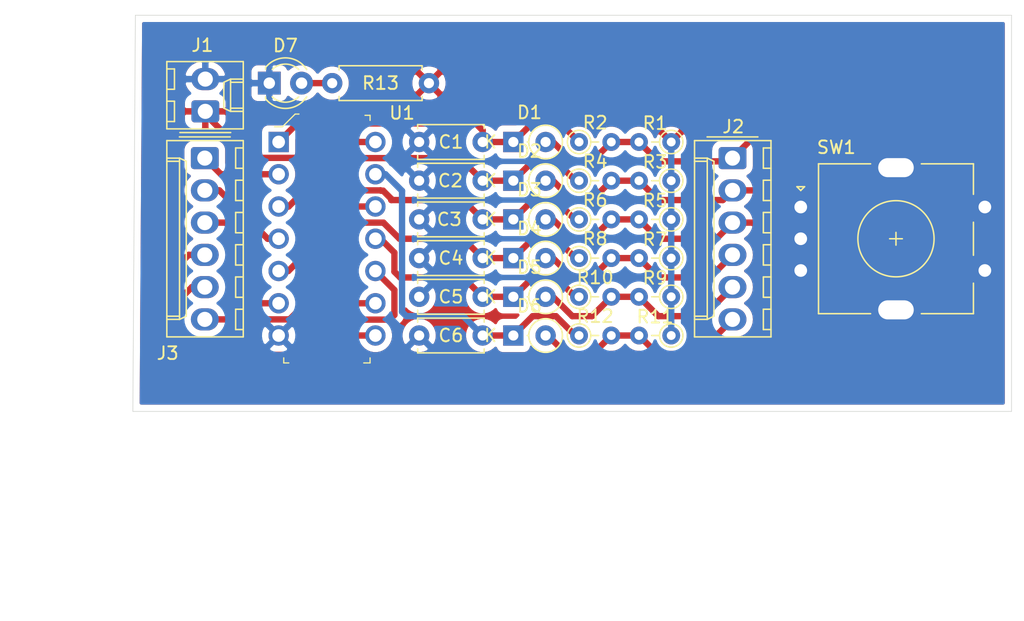
<source format=kicad_pcb>
(kicad_pcb (version 20171130) (host pcbnew 5.1.12-1.fc35)

  (general
    (thickness 1.6)
    (drawings 4)
    (tracks 163)
    (zones 0)
    (modules 31)
    (nets 22)
  )

  (page A4)
  (layers
    (0 F.Cu signal)
    (31 B.Cu signal)
    (32 B.Adhes user hide)
    (33 F.Adhes user hide)
    (34 B.Paste user hide)
    (35 F.Paste user hide)
    (36 B.SilkS user)
    (37 F.SilkS user)
    (38 B.Mask user hide)
    (39 F.Mask user hide)
    (40 Dwgs.User user)
    (41 Cmts.User user)
    (42 Eco1.User user hide)
    (43 Eco2.User user hide)
    (44 Edge.Cuts user)
    (45 Margin user)
    (46 B.CrtYd user hide)
    (47 F.CrtYd user)
    (48 B.Fab user hide)
    (49 F.Fab user hide)
  )

  (setup
    (last_trace_width 0.5)
    (user_trace_width 0.4)
    (user_trace_width 0.5)
    (user_trace_width 0.75)
    (user_trace_width 1)
    (trace_clearance 0.2)
    (zone_clearance 0.508)
    (zone_45_only no)
    (trace_min 0.2)
    (via_size 0.8)
    (via_drill 0.4)
    (via_min_size 0.4)
    (via_min_drill 0.3)
    (uvia_size 0.3)
    (uvia_drill 0.1)
    (uvias_allowed no)
    (uvia_min_size 0.2)
    (uvia_min_drill 0.1)
    (edge_width 0.05)
    (segment_width 0.2)
    (pcb_text_width 0.3)
    (pcb_text_size 1.5 1.5)
    (mod_edge_width 0.12)
    (mod_text_size 1 1)
    (mod_text_width 0.15)
    (pad_size 1.524 1.524)
    (pad_drill 0.762)
    (pad_to_mask_clearance 0)
    (aux_axis_origin 0 0)
    (visible_elements FFFFFF7F)
    (pcbplotparams
      (layerselection 0x010fc_ffffffff)
      (usegerberextensions false)
      (usegerberattributes true)
      (usegerberadvancedattributes true)
      (creategerberjobfile true)
      (excludeedgelayer true)
      (linewidth 0.100000)
      (plotframeref false)
      (viasonmask false)
      (mode 1)
      (useauxorigin false)
      (hpglpennumber 1)
      (hpglpenspeed 20)
      (hpglpendiameter 15.000000)
      (psnegative false)
      (psa4output false)
      (plotreference true)
      (plotvalue true)
      (plotinvisibletext false)
      (padsonsilk false)
      (subtractmaskfromsilk false)
      (outputformat 1)
      (mirror false)
      (drillshape 1)
      (scaleselection 1)
      (outputdirectory ""))
  )

  (net 0 "")
  (net 1 Trig_1)
  (net 2 GND)
  (net 3 Trig_2)
  (net 4 Trig_3)
  (net 5 Trig_4)
  (net 6 Trig_5)
  (net 7 Trig_6)
  (net 8 Sig_1)
  (net 9 Sig_2)
  (net 10 Sig_3)
  (net 11 Sig_4)
  (net 12 Sig_5)
  (net 13 Sig_6)
  (net 14 "Net-(J3-Pad6)")
  (net 15 "Net-(J3-Pad5)")
  (net 16 "Net-(J3-Pad4)")
  (net 17 "Net-(J3-Pad3)")
  (net 18 "Net-(J3-Pad2)")
  (net 19 "Net-(J3-Pad1)")
  (net 20 "Net-(D7-Pad2)")
  (net 21 /+5v)

  (net_class Default "This is the default net class."
    (clearance 0.2)
    (trace_width 0.25)
    (via_dia 0.8)
    (via_drill 0.4)
    (uvia_dia 0.3)
    (uvia_drill 0.1)
    (add_net /+5v)
    (add_net GND)
    (add_net "Net-(D7-Pad2)")
    (add_net "Net-(J3-Pad1)")
    (add_net "Net-(J3-Pad2)")
    (add_net "Net-(J3-Pad3)")
    (add_net "Net-(J3-Pad4)")
    (add_net "Net-(J3-Pad5)")
    (add_net "Net-(J3-Pad6)")
    (add_net Sig_1)
    (add_net Sig_2)
    (add_net Sig_3)
    (add_net Sig_4)
    (add_net Sig_5)
    (add_net Sig_6)
    (add_net Trig_1)
    (add_net Trig_2)
    (add_net Trig_3)
    (add_net Trig_4)
    (add_net Trig_5)
    (add_net Trig_6)
  )

  (module Rotary_Encoder:RotaryEncoder_Alps_EC11E-Switch_Vertical_H20mm (layer F.Cu) (tedit 5A74C8CB) (tstamp 619EB1CA)
    (at 223.4 72.303)
    (descr "Alps rotary encoder, EC12E... with switch, vertical shaft, http://www.alps.com/prod/info/E/HTML/Encoder/Incremental/EC11/EC11E15204A3.html")
    (tags "rotary encoder")
    (path /619F40E5)
    (fp_text reference SW1 (at 2.8 -4.7) (layer F.SilkS)
      (effects (font (size 1 1) (thickness 0.15)))
    )
    (fp_text value Rotary_Encoder_Switch (at 7.5 10.4) (layer F.Fab)
      (effects (font (size 1 1) (thickness 0.15)))
    )
    (fp_text user %R (at 11.1 6.3) (layer F.Fab)
      (effects (font (size 1 1) (thickness 0.15)))
    )
    (fp_line (start 7 2.5) (end 8 2.5) (layer F.SilkS) (width 0.12))
    (fp_line (start 7.5 2) (end 7.5 3) (layer F.SilkS) (width 0.12))
    (fp_line (start 13.6 6) (end 13.6 8.4) (layer F.SilkS) (width 0.12))
    (fp_line (start 13.6 1.2) (end 13.6 3.8) (layer F.SilkS) (width 0.12))
    (fp_line (start 13.6 -3.4) (end 13.6 -1) (layer F.SilkS) (width 0.12))
    (fp_line (start 4.5 2.5) (end 10.5 2.5) (layer F.Fab) (width 0.12))
    (fp_line (start 7.5 -0.5) (end 7.5 5.5) (layer F.Fab) (width 0.12))
    (fp_line (start 0.3 -1.6) (end 0 -1.3) (layer F.SilkS) (width 0.12))
    (fp_line (start -0.3 -1.6) (end 0.3 -1.6) (layer F.SilkS) (width 0.12))
    (fp_line (start 0 -1.3) (end -0.3 -1.6) (layer F.SilkS) (width 0.12))
    (fp_line (start 1.4 -3.4) (end 1.4 8.4) (layer F.SilkS) (width 0.12))
    (fp_line (start 5.5 -3.4) (end 1.4 -3.4) (layer F.SilkS) (width 0.12))
    (fp_line (start 5.5 8.4) (end 1.4 8.4) (layer F.SilkS) (width 0.12))
    (fp_line (start 13.6 8.4) (end 9.5 8.4) (layer F.SilkS) (width 0.12))
    (fp_line (start 9.5 -3.4) (end 13.6 -3.4) (layer F.SilkS) (width 0.12))
    (fp_line (start 1.5 -2.2) (end 2.5 -3.3) (layer F.Fab) (width 0.12))
    (fp_line (start 1.5 8.3) (end 1.5 -2.2) (layer F.Fab) (width 0.12))
    (fp_line (start 13.5 8.3) (end 1.5 8.3) (layer F.Fab) (width 0.12))
    (fp_line (start 13.5 -3.3) (end 13.5 8.3) (layer F.Fab) (width 0.12))
    (fp_line (start 2.5 -3.3) (end 13.5 -3.3) (layer F.Fab) (width 0.12))
    (fp_line (start -1.5 -4.6) (end 16 -4.6) (layer F.CrtYd) (width 0.05))
    (fp_line (start -1.5 -4.6) (end -1.5 9.6) (layer F.CrtYd) (width 0.05))
    (fp_line (start 16 9.6) (end 16 -4.6) (layer F.CrtYd) (width 0.05))
    (fp_line (start 16 9.6) (end -1.5 9.6) (layer F.CrtYd) (width 0.05))
    (fp_circle (center 7.5 2.5) (end 10.5 2.5) (layer F.SilkS) (width 0.12))
    (fp_circle (center 7.5 2.5) (end 10.5 2.5) (layer F.Fab) (width 0.12))
    (pad A thru_hole rect (at 0 0) (size 2 2) (drill 1) (layers *.Cu *.Mask)
      (net 9 Sig_2))
    (pad C thru_hole circle (at 0 2.5) (size 2 2) (drill 1) (layers *.Cu *.Mask)
      (net 2 GND))
    (pad B thru_hole circle (at 0 5) (size 2 2) (drill 1) (layers *.Cu *.Mask)
      (net 10 Sig_3))
    (pad MP thru_hole rect (at 7.5 -3.1) (size 3.2 2) (drill oval 2.8 1.5) (layers *.Cu *.Mask))
    (pad MP thru_hole rect (at 7.5 8.1) (size 3.2 2) (drill oval 2.8 1.5) (layers *.Cu *.Mask))
    (pad S2 thru_hole circle (at 14.5 0) (size 2 2) (drill 1) (layers *.Cu *.Mask)
      (net 2 GND))
    (pad S1 thru_hole circle (at 14.5 5) (size 2 2) (drill 1) (layers *.Cu *.Mask)
      (net 8 Sig_1))
    (model ${KISYS3DMOD}/Rotary_Encoder.3dshapes/RotaryEncoder_Alps_EC11E-Switch_Vertical_H20mm.wrl
      (at (xyz 0 0 0))
      (scale (xyz 1 1 1))
      (rotate (xyz 0 0 0))
    )
  )

  (module Resistor_THT:R_Axial_DIN0207_L6.3mm_D2.5mm_P7.62mm_Horizontal (layer F.Cu) (tedit 5AE5139B) (tstamp 619DB5C8)
    (at 194.1195 62.5475 180)
    (descr "Resistor, Axial_DIN0207 series, Axial, Horizontal, pin pitch=7.62mm, 0.25W = 1/4W, length*diameter=6.3*2.5mm^2, http://cdn-reichelt.de/documents/datenblatt/B400/1_4W%23YAG.pdf")
    (tags "Resistor Axial_DIN0207 series Axial Horizontal pin pitch 7.62mm 0.25W = 1/4W length 6.3mm diameter 2.5mm")
    (path /619DF49A)
    (fp_text reference R13 (at 3.81 0) (layer F.SilkS)
      (effects (font (size 1 1) (thickness 0.15)))
    )
    (fp_text value 1K (at 3.81 2.37) (layer F.Fab)
      (effects (font (size 1 1) (thickness 0.15)))
    )
    (fp_line (start 0.66 -1.25) (end 0.66 1.25) (layer F.Fab) (width 0.1))
    (fp_line (start 0.66 1.25) (end 6.96 1.25) (layer F.Fab) (width 0.1))
    (fp_line (start 6.96 1.25) (end 6.96 -1.25) (layer F.Fab) (width 0.1))
    (fp_line (start 6.96 -1.25) (end 0.66 -1.25) (layer F.Fab) (width 0.1))
    (fp_line (start 0 0) (end 0.66 0) (layer F.Fab) (width 0.1))
    (fp_line (start 7.62 0) (end 6.96 0) (layer F.Fab) (width 0.1))
    (fp_line (start 0.54 -1.04) (end 0.54 -1.37) (layer F.SilkS) (width 0.12))
    (fp_line (start 0.54 -1.37) (end 7.08 -1.37) (layer F.SilkS) (width 0.12))
    (fp_line (start 7.08 -1.37) (end 7.08 -1.04) (layer F.SilkS) (width 0.12))
    (fp_line (start 0.54 1.04) (end 0.54 1.37) (layer F.SilkS) (width 0.12))
    (fp_line (start 0.54 1.37) (end 7.08 1.37) (layer F.SilkS) (width 0.12))
    (fp_line (start 7.08 1.37) (end 7.08 1.04) (layer F.SilkS) (width 0.12))
    (fp_line (start -1.05 -1.5) (end -1.05 1.5) (layer F.CrtYd) (width 0.05))
    (fp_line (start -1.05 1.5) (end 8.67 1.5) (layer F.CrtYd) (width 0.05))
    (fp_line (start 8.67 1.5) (end 8.67 -1.5) (layer F.CrtYd) (width 0.05))
    (fp_line (start 8.67 -1.5) (end -1.05 -1.5) (layer F.CrtYd) (width 0.05))
    (fp_text user %R (at 3.81 0) (layer F.Fab)
      (effects (font (size 1 1) (thickness 0.15)))
    )
    (pad 2 thru_hole oval (at 7.62 0 180) (size 1.6 1.6) (drill 0.8) (layers *.Cu *.Mask)
      (net 20 "Net-(D7-Pad2)"))
    (pad 1 thru_hole circle (at 0 0 180) (size 1.6 1.6) (drill 0.8) (layers *.Cu *.Mask)
      (net 21 /+5v))
    (model ${KISYS3DMOD}/Resistor_THT.3dshapes/R_Axial_DIN0207_L6.3mm_D2.5mm_P7.62mm_Horizontal.wrl
      (at (xyz 0 0 0))
      (scale (xyz 1 1 1))
      (rotate (xyz 0 0 0))
    )
  )

  (module digikey-footprints:DIP-14_W3mm (layer F.Cu) (tedit 596E717A) (tstamp 619D7F08)
    (at 182.282694 67.183)
    (path /619E0BA4)
    (fp_text reference U1 (at 9.7155 -2.286) (layer F.SilkS)
      (effects (font (size 1 1) (thickness 0.15)))
    )
    (fp_text value SN74HC14N (at 3.52 19.09) (layer F.Fab)
      (effects (font (size 1 1) (thickness 0.15)))
    )
    (fp_line (start 7.1 -2) (end 7.1 17.3) (layer F.Fab) (width 0.1))
    (fp_line (start 0.5 17.3) (end 7.1 17.3) (layer F.Fab) (width 0.1))
    (fp_line (start 0.5 -1.1) (end 1.4 -2) (layer F.Fab) (width 0.1))
    (fp_line (start 1.4 -2) (end 7.1 -2) (layer F.Fab) (width 0.1))
    (fp_line (start 0.5 -1.1) (end 0.5 17.3) (layer F.Fab) (width 0.1))
    (fp_line (start 0.4 17.4) (end 0.8 17.4) (layer F.SilkS) (width 0.1))
    (fp_line (start 0.4 17) (end 0.4 17.4) (layer F.SilkS) (width 0.1))
    (fp_line (start 7.2 17.4) (end 7.2 17) (layer F.SilkS) (width 0.1))
    (fp_line (start 6.7 17.4) (end 7.2 17.4) (layer F.SilkS) (width 0.1))
    (fp_line (start 7.2 -2.1) (end 6.8 -2.1) (layer F.SilkS) (width 0.1))
    (fp_line (start 7.2 -1.7) (end 7.2 -2.1) (layer F.SilkS) (width 0.1))
    (fp_line (start 1.3 -2.2) (end 0.3 -1.2) (layer F.SilkS) (width 0.1))
    (fp_line (start 1.6 -2.2) (end 1.3 -2.2) (layer F.SilkS) (width 0.1))
    (fp_line (start -1.05 -2.25) (end -1.05 17.55) (layer F.CrtYd) (width 0.1))
    (fp_line (start 8.67 17.55) (end 8.67 -2.25) (layer F.CrtYd) (width 0.1))
    (fp_line (start -1.05 17.55) (end 8.67 17.55) (layer F.CrtYd) (width 0.1))
    (fp_line (start -1.05 -2.25) (end 8.67 -2.25) (layer F.CrtYd) (width 0.1))
    (fp_line (start 0.3 -1.2) (end -0.07 -1.2) (layer F.SilkS) (width 0.1))
    (fp_line (start -0.08 -1.2) (end -0.33 -1.2) (layer F.SilkS) (width 0.1))
    (fp_text user REF** (at 3.86 7.77) (layer F.Fab)
      (effects (font (size 1 1) (thickness 0.1)))
    )
    (pad 1 thru_hole rect (at 0 0) (size 1.6 1.6) (drill 1) (layers *.Cu *.Mask)
      (net 1 Trig_1))
    (pad 2 thru_hole circle (at 0 2.54) (size 1.6 1.6) (drill 1) (layers *.Cu *.Mask)
      (net 19 "Net-(J3-Pad1)"))
    (pad 3 thru_hole circle (at 0 5.08) (size 1.6 1.6) (drill 1) (layers *.Cu *.Mask)
      (net 3 Trig_2))
    (pad 4 thru_hole circle (at 0 7.62) (size 1.6 1.6) (drill 1) (layers *.Cu *.Mask)
      (net 18 "Net-(J3-Pad2)"))
    (pad 5 thru_hole circle (at 0 10.16) (size 1.6 1.6) (drill 1) (layers *.Cu *.Mask)
      (net 4 Trig_3))
    (pad 6 thru_hole circle (at 0 12.7) (size 1.6 1.6) (drill 1) (layers *.Cu *.Mask)
      (net 17 "Net-(J3-Pad3)"))
    (pad 7 thru_hole circle (at 0 15.24) (size 1.6 1.6) (drill 1) (layers *.Cu *.Mask)
      (net 2 GND))
    (pad 8 thru_hole circle (at 7.62 15.24) (size 1.6 1.6) (drill 1) (layers *.Cu *.Mask)
      (net 16 "Net-(J3-Pad4)"))
    (pad 9 thru_hole circle (at 7.62 12.7) (size 1.6 1.6) (drill 1) (layers *.Cu *.Mask)
      (net 5 Trig_4))
    (pad 10 thru_hole circle (at 7.62 10.16) (size 1.6 1.6) (drill 1) (layers *.Cu *.Mask)
      (net 15 "Net-(J3-Pad5)"))
    (pad 11 thru_hole circle (at 7.62 7.62) (size 1.6 1.6) (drill 1) (layers *.Cu *.Mask)
      (net 6 Trig_5))
    (pad 12 thru_hole circle (at 7.62 5.08) (size 1.6 1.6) (drill 1) (layers *.Cu *.Mask)
      (net 14 "Net-(J3-Pad6)"))
    (pad 13 thru_hole circle (at 7.62 2.54) (size 1.6 1.6) (drill 1) (layers *.Cu *.Mask)
      (net 7 Trig_6))
    (pad 14 thru_hole circle (at 7.62 0) (size 1.6 1.6) (drill 1) (layers *.Cu *.Mask)
      (net 21 /+5v))
    (model ${KISYS3DMOD}/Package_DIP.3dshapes/DIP-14_W7.62mm.step
      (at (xyz 0 0 0))
      (scale (xyz 1 1 1))
      (rotate (xyz 0 0 0))
    )
  )

  (module Capacitor_THT:C_Disc_D5.0mm_W2.5mm_P5.00mm (layer F.Cu) (tedit 5AE50EF0) (tstamp 619D7C49)
    (at 198.348888 73.279 180)
    (descr "C, Disc series, Radial, pin pitch=5.00mm, , diameter*width=5*2.5mm^2, Capacitor, http://cdn-reichelt.de/documents/datenblatt/B300/DS_KERKO_TC.pdf")
    (tags "C Disc series Radial pin pitch 5.00mm  diameter 5mm width 2.5mm Capacitor")
    (path /61A01A4F)
    (fp_text reference C3 (at 2.627 0) (layer F.SilkS)
      (effects (font (size 1 1) (thickness 0.15)))
    )
    (fp_text value 100nF (at 2.5 2.5) (layer F.Fab)
      (effects (font (size 1 1) (thickness 0.15)))
    )
    (fp_line (start 6.05 -1.5) (end -1.05 -1.5) (layer F.CrtYd) (width 0.05))
    (fp_line (start 6.05 1.5) (end 6.05 -1.5) (layer F.CrtYd) (width 0.05))
    (fp_line (start -1.05 1.5) (end 6.05 1.5) (layer F.CrtYd) (width 0.05))
    (fp_line (start -1.05 -1.5) (end -1.05 1.5) (layer F.CrtYd) (width 0.05))
    (fp_line (start 5.12 1.055) (end 5.12 1.37) (layer F.SilkS) (width 0.12))
    (fp_line (start 5.12 -1.37) (end 5.12 -1.055) (layer F.SilkS) (width 0.12))
    (fp_line (start -0.12 1.055) (end -0.12 1.37) (layer F.SilkS) (width 0.12))
    (fp_line (start -0.12 -1.37) (end -0.12 -1.055) (layer F.SilkS) (width 0.12))
    (fp_line (start -0.12 1.37) (end 5.12 1.37) (layer F.SilkS) (width 0.12))
    (fp_line (start -0.12 -1.37) (end 5.12 -1.37) (layer F.SilkS) (width 0.12))
    (fp_line (start 5 -1.25) (end 0 -1.25) (layer F.Fab) (width 0.1))
    (fp_line (start 5 1.25) (end 5 -1.25) (layer F.Fab) (width 0.1))
    (fp_line (start 0 1.25) (end 5 1.25) (layer F.Fab) (width 0.1))
    (fp_line (start 0 -1.25) (end 0 1.25) (layer F.Fab) (width 0.1))
    (fp_text user %R (at 2.5 0) (layer F.Fab)
      (effects (font (size 1 1) (thickness 0.15)))
    )
    (pad 1 thru_hole circle (at 0 0 180) (size 1.6 1.6) (drill 0.8) (layers *.Cu *.Mask)
      (net 4 Trig_3))
    (pad 2 thru_hole circle (at 5 0 180) (size 1.6 1.6) (drill 0.8) (layers *.Cu *.Mask)
      (net 2 GND))
    (model ${KISYS3DMOD}/Capacitor_THT.3dshapes/C_Disc_D5.0mm_W2.5mm_P5.00mm.wrl
      (at (xyz 0 0 0))
      (scale (xyz 1 1 1))
      (rotate (xyz 0 0 0))
    )
  )

  (module Capacitor_THT:C_Disc_D5.0mm_W2.5mm_P5.00mm (layer F.Cu) (tedit 5AE50EF0) (tstamp 619D7C34)
    (at 198.348888 70.231 180)
    (descr "C, Disc series, Radial, pin pitch=5.00mm, , diameter*width=5*2.5mm^2, Capacitor, http://cdn-reichelt.de/documents/datenblatt/B300/DS_KERKO_TC.pdf")
    (tags "C Disc series Radial pin pitch 5.00mm  diameter 5mm width 2.5mm Capacitor")
    (path /619FE161)
    (fp_text reference C2 (at 2.54 0) (layer F.SilkS)
      (effects (font (size 1 1) (thickness 0.15)))
    )
    (fp_text value 100nF (at 2.5 2.5) (layer F.Fab)
      (effects (font (size 1 1) (thickness 0.15)))
    )
    (fp_line (start 0 -1.25) (end 0 1.25) (layer F.Fab) (width 0.1))
    (fp_line (start 0 1.25) (end 5 1.25) (layer F.Fab) (width 0.1))
    (fp_line (start 5 1.25) (end 5 -1.25) (layer F.Fab) (width 0.1))
    (fp_line (start 5 -1.25) (end 0 -1.25) (layer F.Fab) (width 0.1))
    (fp_line (start -0.12 -1.37) (end 5.12 -1.37) (layer F.SilkS) (width 0.12))
    (fp_line (start -0.12 1.37) (end 5.12 1.37) (layer F.SilkS) (width 0.12))
    (fp_line (start -0.12 -1.37) (end -0.12 -1.055) (layer F.SilkS) (width 0.12))
    (fp_line (start -0.12 1.055) (end -0.12 1.37) (layer F.SilkS) (width 0.12))
    (fp_line (start 5.12 -1.37) (end 5.12 -1.055) (layer F.SilkS) (width 0.12))
    (fp_line (start 5.12 1.055) (end 5.12 1.37) (layer F.SilkS) (width 0.12))
    (fp_line (start -1.05 -1.5) (end -1.05 1.5) (layer F.CrtYd) (width 0.05))
    (fp_line (start -1.05 1.5) (end 6.05 1.5) (layer F.CrtYd) (width 0.05))
    (fp_line (start 6.05 1.5) (end 6.05 -1.5) (layer F.CrtYd) (width 0.05))
    (fp_line (start 6.05 -1.5) (end -1.05 -1.5) (layer F.CrtYd) (width 0.05))
    (fp_text user %R (at 2.5 0) (layer F.Fab)
      (effects (font (size 1 1) (thickness 0.15)))
    )
    (pad 2 thru_hole circle (at 5 0 180) (size 1.6 1.6) (drill 0.8) (layers *.Cu *.Mask)
      (net 2 GND))
    (pad 1 thru_hole circle (at 0 0 180) (size 1.6 1.6) (drill 0.8) (layers *.Cu *.Mask)
      (net 3 Trig_2))
    (model ${KISYS3DMOD}/Capacitor_THT.3dshapes/C_Disc_D5.0mm_W2.5mm_P5.00mm.wrl
      (at (xyz 0 0 0))
      (scale (xyz 1 1 1))
      (rotate (xyz 0 0 0))
    )
  )

  (module Connector_Molex:Molex_KK-254_AE-6410-02A_1x02_P2.54mm_Vertical (layer F.Cu) (tedit 5EA53D3B) (tstamp 619E1A53)
    (at 176.5065 64.77 90)
    (descr "Molex KK-254 Interconnect System, old/engineering part number: AE-6410-02A example for new part number: 22-27-2021, 2 Pins (http://www.molex.com/pdm_docs/sd/022272021_sd.pdf), generated with kicad-footprint-generator")
    (tags "connector Molex KK-254 vertical")
    (path /61B21F5A)
    (fp_text reference J1 (at 5.207 -0.2305 180) (layer F.SilkS)
      (effects (font (size 1 1) (thickness 0.15)))
    )
    (fp_text value Pwr (at 1.27 4.08 90) (layer F.Fab)
      (effects (font (size 1 1) (thickness 0.15)))
    )
    (fp_line (start 4.31 -3.42) (end -1.77 -3.42) (layer F.CrtYd) (width 0.05))
    (fp_line (start 4.31 3.38) (end 4.31 -3.42) (layer F.CrtYd) (width 0.05))
    (fp_line (start -1.77 3.38) (end 4.31 3.38) (layer F.CrtYd) (width 0.05))
    (fp_line (start -1.77 -3.42) (end -1.77 3.38) (layer F.CrtYd) (width 0.05))
    (fp_line (start 3.34 -2.43) (end 3.34 -3.03) (layer F.SilkS) (width 0.12))
    (fp_line (start 1.74 -2.43) (end 3.34 -2.43) (layer F.SilkS) (width 0.12))
    (fp_line (start 1.74 -3.03) (end 1.74 -2.43) (layer F.SilkS) (width 0.12))
    (fp_line (start 0.8 -2.43) (end 0.8 -3.03) (layer F.SilkS) (width 0.12))
    (fp_line (start -0.8 -2.43) (end 0.8 -2.43) (layer F.SilkS) (width 0.12))
    (fp_line (start -0.8 -3.03) (end -0.8 -2.43) (layer F.SilkS) (width 0.12))
    (fp_line (start 2.29 2.99) (end 2.29 1.99) (layer F.SilkS) (width 0.12))
    (fp_line (start 0.25 2.99) (end 0.25 1.99) (layer F.SilkS) (width 0.12))
    (fp_line (start 2.29 1.46) (end 2.54 1.99) (layer F.SilkS) (width 0.12))
    (fp_line (start 0.25 1.46) (end 2.29 1.46) (layer F.SilkS) (width 0.12))
    (fp_line (start 0 1.99) (end 0.25 1.46) (layer F.SilkS) (width 0.12))
    (fp_line (start 2.54 1.99) (end 2.54 2.99) (layer F.SilkS) (width 0.12))
    (fp_line (start 0 1.99) (end 2.54 1.99) (layer F.SilkS) (width 0.12))
    (fp_line (start 0 2.99) (end 0 1.99) (layer F.SilkS) (width 0.12))
    (fp_line (start -0.562893 0) (end -1.27 0.5) (layer F.Fab) (width 0.1))
    (fp_line (start -1.27 -0.5) (end -0.562893 0) (layer F.Fab) (width 0.1))
    (fp_line (start -1.67 -2) (end -1.67 2) (layer F.SilkS) (width 0.12))
    (fp_line (start 3.92 -3.03) (end -1.38 -3.03) (layer F.SilkS) (width 0.12))
    (fp_line (start 3.92 2.99) (end 3.92 -3.03) (layer F.SilkS) (width 0.12))
    (fp_line (start -1.38 2.99) (end 3.92 2.99) (layer F.SilkS) (width 0.12))
    (fp_line (start -1.38 -3.03) (end -1.38 2.99) (layer F.SilkS) (width 0.12))
    (fp_line (start 3.81 -2.92) (end -1.27 -2.92) (layer F.Fab) (width 0.1))
    (fp_line (start 3.81 2.88) (end 3.81 -2.92) (layer F.Fab) (width 0.1))
    (fp_line (start -1.27 2.88) (end 3.81 2.88) (layer F.Fab) (width 0.1))
    (fp_line (start -1.27 -2.92) (end -1.27 2.88) (layer F.Fab) (width 0.1))
    (fp_text user %R (at 1.27 -2.22 90) (layer F.Fab)
      (effects (font (size 1 1) (thickness 0.15)))
    )
    (pad 1 thru_hole roundrect (at 0 0 90) (size 1.74 2.19) (drill 1.19) (layers *.Cu *.Mask) (roundrect_rratio 0.143678)
      (net 21 /+5v))
    (pad 2 thru_hole oval (at 2.54 0 90) (size 1.74 2.19) (drill 1.19) (layers *.Cu *.Mask)
      (net 2 GND))
    (model ${KISYS3DMOD}/Connector_Molex.3dshapes/Molex_KK-254_AE-6410-02A_1x02_P2.54mm_Vertical.wrl
      (at (xyz 0 0 0))
      (scale (xyz 1 1 1))
      (rotate (xyz 0 0 0))
    )
  )

  (module Capacitor_THT:C_Disc_D5.0mm_W2.5mm_P5.00mm (layer F.Cu) (tedit 5AE50EF0) (tstamp 619D7C1F)
    (at 198.348888 67.183 180)
    (descr "C, Disc series, Radial, pin pitch=5.00mm, , diameter*width=5*2.5mm^2, Capacitor, http://cdn-reichelt.de/documents/datenblatt/B300/DS_KERKO_TC.pdf")
    (tags "C Disc series Radial pin pitch 5.00mm  diameter 5mm width 2.5mm Capacitor")
    (path /619D2E8F)
    (fp_text reference C1 (at 2.5 0) (layer F.SilkS)
      (effects (font (size 1 1) (thickness 0.15)))
    )
    (fp_text value 100nF (at 2.5 2.5) (layer F.Fab)
      (effects (font (size 1 1) (thickness 0.15)))
    )
    (fp_line (start 6.05 -1.5) (end -1.05 -1.5) (layer F.CrtYd) (width 0.05))
    (fp_line (start 6.05 1.5) (end 6.05 -1.5) (layer F.CrtYd) (width 0.05))
    (fp_line (start -1.05 1.5) (end 6.05 1.5) (layer F.CrtYd) (width 0.05))
    (fp_line (start -1.05 -1.5) (end -1.05 1.5) (layer F.CrtYd) (width 0.05))
    (fp_line (start 5.12 1.055) (end 5.12 1.37) (layer F.SilkS) (width 0.12))
    (fp_line (start 5.12 -1.37) (end 5.12 -1.055) (layer F.SilkS) (width 0.12))
    (fp_line (start -0.12 1.055) (end -0.12 1.37) (layer F.SilkS) (width 0.12))
    (fp_line (start -0.12 -1.37) (end -0.12 -1.055) (layer F.SilkS) (width 0.12))
    (fp_line (start -0.12 1.37) (end 5.12 1.37) (layer F.SilkS) (width 0.12))
    (fp_line (start -0.12 -1.37) (end 5.12 -1.37) (layer F.SilkS) (width 0.12))
    (fp_line (start 5 -1.25) (end 0 -1.25) (layer F.Fab) (width 0.1))
    (fp_line (start 5 1.25) (end 5 -1.25) (layer F.Fab) (width 0.1))
    (fp_line (start 0 1.25) (end 5 1.25) (layer F.Fab) (width 0.1))
    (fp_line (start 0 -1.25) (end 0 1.25) (layer F.Fab) (width 0.1))
    (fp_text user %R (at 2.5 0) (layer F.Fab)
      (effects (font (size 1 1) (thickness 0.15)))
    )
    (pad 1 thru_hole circle (at 0 0 180) (size 1.6 1.6) (drill 0.8) (layers *.Cu *.Mask)
      (net 1 Trig_1))
    (pad 2 thru_hole circle (at 5 0 180) (size 1.6 1.6) (drill 0.8) (layers *.Cu *.Mask)
      (net 2 GND))
    (model ${KISYS3DMOD}/Capacitor_THT.3dshapes/C_Disc_D5.0mm_W2.5mm_P5.00mm.wrl
      (at (xyz 0 0 0))
      (scale (xyz 1 1 1))
      (rotate (xyz 0 0 0))
    )
  )

  (module Capacitor_THT:C_Disc_D5.0mm_W2.5mm_P5.00mm (layer F.Cu) (tedit 5AE50EF0) (tstamp 619D7C5E)
    (at 198.348888 76.327 180)
    (descr "C, Disc series, Radial, pin pitch=5.00mm, , diameter*width=5*2.5mm^2, Capacitor, http://cdn-reichelt.de/documents/datenblatt/B300/DS_KERKO_TC.pdf")
    (tags "C Disc series Radial pin pitch 5.00mm  diameter 5mm width 2.5mm Capacitor")
    (path /61A038AB)
    (fp_text reference C4 (at 2.5 0) (layer F.SilkS)
      (effects (font (size 1 1) (thickness 0.15)))
    )
    (fp_text value 100nF (at 2.5 2.5) (layer F.Fab)
      (effects (font (size 1 1) (thickness 0.15)))
    )
    (fp_line (start 0 -1.25) (end 0 1.25) (layer F.Fab) (width 0.1))
    (fp_line (start 0 1.25) (end 5 1.25) (layer F.Fab) (width 0.1))
    (fp_line (start 5 1.25) (end 5 -1.25) (layer F.Fab) (width 0.1))
    (fp_line (start 5 -1.25) (end 0 -1.25) (layer F.Fab) (width 0.1))
    (fp_line (start -0.12 -1.37) (end 5.12 -1.37) (layer F.SilkS) (width 0.12))
    (fp_line (start -0.12 1.37) (end 5.12 1.37) (layer F.SilkS) (width 0.12))
    (fp_line (start -0.12 -1.37) (end -0.12 -1.055) (layer F.SilkS) (width 0.12))
    (fp_line (start -0.12 1.055) (end -0.12 1.37) (layer F.SilkS) (width 0.12))
    (fp_line (start 5.12 -1.37) (end 5.12 -1.055) (layer F.SilkS) (width 0.12))
    (fp_line (start 5.12 1.055) (end 5.12 1.37) (layer F.SilkS) (width 0.12))
    (fp_line (start -1.05 -1.5) (end -1.05 1.5) (layer F.CrtYd) (width 0.05))
    (fp_line (start -1.05 1.5) (end 6.05 1.5) (layer F.CrtYd) (width 0.05))
    (fp_line (start 6.05 1.5) (end 6.05 -1.5) (layer F.CrtYd) (width 0.05))
    (fp_line (start 6.05 -1.5) (end -1.05 -1.5) (layer F.CrtYd) (width 0.05))
    (fp_text user %R (at 2.5 0) (layer F.Fab)
      (effects (font (size 1 1) (thickness 0.15)))
    )
    (pad 2 thru_hole circle (at 5 0 180) (size 1.6 1.6) (drill 0.8) (layers *.Cu *.Mask)
      (net 2 GND))
    (pad 1 thru_hole circle (at 0 0 180) (size 1.6 1.6) (drill 0.8) (layers *.Cu *.Mask)
      (net 5 Trig_4))
    (model ${KISYS3DMOD}/Capacitor_THT.3dshapes/C_Disc_D5.0mm_W2.5mm_P5.00mm.wrl
      (at (xyz 0 0 0))
      (scale (xyz 1 1 1))
      (rotate (xyz 0 0 0))
    )
  )

  (module Capacitor_THT:C_Disc_D5.0mm_W2.5mm_P5.00mm (layer F.Cu) (tedit 5AE50EF0) (tstamp 619D7C73)
    (at 198.348888 79.375 180)
    (descr "C, Disc series, Radial, pin pitch=5.00mm, , diameter*width=5*2.5mm^2, Capacitor, http://cdn-reichelt.de/documents/datenblatt/B300/DS_KERKO_TC.pdf")
    (tags "C Disc series Radial pin pitch 5.00mm  diameter 5mm width 2.5mm Capacitor")
    (path /61A05E3A)
    (fp_text reference C5 (at 2.5 0) (layer F.SilkS)
      (effects (font (size 1 1) (thickness 0.15)))
    )
    (fp_text value 100nF (at 2.5 2.5) (layer F.Fab)
      (effects (font (size 1 1) (thickness 0.15)))
    )
    (fp_line (start 6.05 -1.5) (end -1.05 -1.5) (layer F.CrtYd) (width 0.05))
    (fp_line (start 6.05 1.5) (end 6.05 -1.5) (layer F.CrtYd) (width 0.05))
    (fp_line (start -1.05 1.5) (end 6.05 1.5) (layer F.CrtYd) (width 0.05))
    (fp_line (start -1.05 -1.5) (end -1.05 1.5) (layer F.CrtYd) (width 0.05))
    (fp_line (start 5.12 1.055) (end 5.12 1.37) (layer F.SilkS) (width 0.12))
    (fp_line (start 5.12 -1.37) (end 5.12 -1.055) (layer F.SilkS) (width 0.12))
    (fp_line (start -0.12 1.055) (end -0.12 1.37) (layer F.SilkS) (width 0.12))
    (fp_line (start -0.12 -1.37) (end -0.12 -1.055) (layer F.SilkS) (width 0.12))
    (fp_line (start -0.12 1.37) (end 5.12 1.37) (layer F.SilkS) (width 0.12))
    (fp_line (start -0.12 -1.37) (end 5.12 -1.37) (layer F.SilkS) (width 0.12))
    (fp_line (start 5 -1.25) (end 0 -1.25) (layer F.Fab) (width 0.1))
    (fp_line (start 5 1.25) (end 5 -1.25) (layer F.Fab) (width 0.1))
    (fp_line (start 0 1.25) (end 5 1.25) (layer F.Fab) (width 0.1))
    (fp_line (start 0 -1.25) (end 0 1.25) (layer F.Fab) (width 0.1))
    (fp_text user %R (at 2.5 0) (layer F.Fab)
      (effects (font (size 1 1) (thickness 0.15)))
    )
    (pad 1 thru_hole circle (at 0 0 180) (size 1.6 1.6) (drill 0.8) (layers *.Cu *.Mask)
      (net 6 Trig_5))
    (pad 2 thru_hole circle (at 5 0 180) (size 1.6 1.6) (drill 0.8) (layers *.Cu *.Mask)
      (net 2 GND))
    (model ${KISYS3DMOD}/Capacitor_THT.3dshapes/C_Disc_D5.0mm_W2.5mm_P5.00mm.wrl
      (at (xyz 0 0 0))
      (scale (xyz 1 1 1))
      (rotate (xyz 0 0 0))
    )
  )

  (module Capacitor_THT:C_Disc_D5.0mm_W2.5mm_P5.00mm (layer F.Cu) (tedit 5AE50EF0) (tstamp 619D7C88)
    (at 198.348888 82.423 180)
    (descr "C, Disc series, Radial, pin pitch=5.00mm, , diameter*width=5*2.5mm^2, Capacitor, http://cdn-reichelt.de/documents/datenblatt/B300/DS_KERKO_TC.pdf")
    (tags "C Disc series Radial pin pitch 5.00mm  diameter 5mm width 2.5mm Capacitor")
    (path /61A0850F)
    (fp_text reference C6 (at 2.5 0) (layer F.SilkS)
      (effects (font (size 1 1) (thickness 0.15)))
    )
    (fp_text value 100nF (at 2.5 2.5) (layer F.Fab)
      (effects (font (size 1 1) (thickness 0.15)))
    )
    (fp_line (start 0 -1.25) (end 0 1.25) (layer F.Fab) (width 0.1))
    (fp_line (start 0 1.25) (end 5 1.25) (layer F.Fab) (width 0.1))
    (fp_line (start 5 1.25) (end 5 -1.25) (layer F.Fab) (width 0.1))
    (fp_line (start 5 -1.25) (end 0 -1.25) (layer F.Fab) (width 0.1))
    (fp_line (start -0.12 -1.37) (end 5.12 -1.37) (layer F.SilkS) (width 0.12))
    (fp_line (start -0.12 1.37) (end 5.12 1.37) (layer F.SilkS) (width 0.12))
    (fp_line (start -0.12 -1.37) (end -0.12 -1.055) (layer F.SilkS) (width 0.12))
    (fp_line (start -0.12 1.055) (end -0.12 1.37) (layer F.SilkS) (width 0.12))
    (fp_line (start 5.12 -1.37) (end 5.12 -1.055) (layer F.SilkS) (width 0.12))
    (fp_line (start 5.12 1.055) (end 5.12 1.37) (layer F.SilkS) (width 0.12))
    (fp_line (start -1.05 -1.5) (end -1.05 1.5) (layer F.CrtYd) (width 0.05))
    (fp_line (start -1.05 1.5) (end 6.05 1.5) (layer F.CrtYd) (width 0.05))
    (fp_line (start 6.05 1.5) (end 6.05 -1.5) (layer F.CrtYd) (width 0.05))
    (fp_line (start 6.05 -1.5) (end -1.05 -1.5) (layer F.CrtYd) (width 0.05))
    (fp_text user %R (at 2.5 0) (layer F.Fab)
      (effects (font (size 1 1) (thickness 0.15)))
    )
    (pad 2 thru_hole circle (at 5 0 180) (size 1.6 1.6) (drill 0.8) (layers *.Cu *.Mask)
      (net 2 GND))
    (pad 1 thru_hole circle (at 0 0 180) (size 1.6 1.6) (drill 0.8) (layers *.Cu *.Mask)
      (net 7 Trig_6))
    (model ${KISYS3DMOD}/Capacitor_THT.3dshapes/C_Disc_D5.0mm_W2.5mm_P5.00mm.wrl
      (at (xyz 0 0 0))
      (scale (xyz 1 1 1))
      (rotate (xyz 0 0 0))
    )
  )

  (module Connector_Molex:Molex_KK-254_AE-6410-06A_1x06_P2.54mm_Vertical (layer F.Cu) (tedit 5EA53D3B) (tstamp 619E16AE)
    (at 218.026 68.453 270)
    (descr "Molex KK-254 Interconnect System, old/engineering part number: AE-6410-06A example for new part number: 22-27-2061, 6 Pins (http://www.molex.com/pdm_docs/sd/022272021_sd.pdf), generated with kicad-footprint-generator")
    (tags "connector Molex KK-254 vertical")
    (path /61B590AC)
    (fp_text reference J2 (at -2.4765 -0.0635 180) (layer F.SilkS)
      (effects (font (size 1 1) (thickness 0.15)))
    )
    (fp_text value Sig_In (at 6.35 4.08 90) (layer F.Fab)
      (effects (font (size 1 1) (thickness 0.15)))
    )
    (fp_line (start 14.47 -3.42) (end -1.77 -3.42) (layer F.CrtYd) (width 0.05))
    (fp_line (start 14.47 3.38) (end 14.47 -3.42) (layer F.CrtYd) (width 0.05))
    (fp_line (start -1.77 3.38) (end 14.47 3.38) (layer F.CrtYd) (width 0.05))
    (fp_line (start -1.77 -3.42) (end -1.77 3.38) (layer F.CrtYd) (width 0.05))
    (fp_line (start 13.5 -2.43) (end 13.5 -3.03) (layer F.SilkS) (width 0.12))
    (fp_line (start 11.9 -2.43) (end 13.5 -2.43) (layer F.SilkS) (width 0.12))
    (fp_line (start 11.9 -3.03) (end 11.9 -2.43) (layer F.SilkS) (width 0.12))
    (fp_line (start 10.96 -2.43) (end 10.96 -3.03) (layer F.SilkS) (width 0.12))
    (fp_line (start 9.36 -2.43) (end 10.96 -2.43) (layer F.SilkS) (width 0.12))
    (fp_line (start 9.36 -3.03) (end 9.36 -2.43) (layer F.SilkS) (width 0.12))
    (fp_line (start 8.42 -2.43) (end 8.42 -3.03) (layer F.SilkS) (width 0.12))
    (fp_line (start 6.82 -2.43) (end 8.42 -2.43) (layer F.SilkS) (width 0.12))
    (fp_line (start 6.82 -3.03) (end 6.82 -2.43) (layer F.SilkS) (width 0.12))
    (fp_line (start 5.88 -2.43) (end 5.88 -3.03) (layer F.SilkS) (width 0.12))
    (fp_line (start 4.28 -2.43) (end 5.88 -2.43) (layer F.SilkS) (width 0.12))
    (fp_line (start 4.28 -3.03) (end 4.28 -2.43) (layer F.SilkS) (width 0.12))
    (fp_line (start 3.34 -2.43) (end 3.34 -3.03) (layer F.SilkS) (width 0.12))
    (fp_line (start 1.74 -2.43) (end 3.34 -2.43) (layer F.SilkS) (width 0.12))
    (fp_line (start 1.74 -3.03) (end 1.74 -2.43) (layer F.SilkS) (width 0.12))
    (fp_line (start 0.8 -2.43) (end 0.8 -3.03) (layer F.SilkS) (width 0.12))
    (fp_line (start -0.8 -2.43) (end 0.8 -2.43) (layer F.SilkS) (width 0.12))
    (fp_line (start -0.8 -3.03) (end -0.8 -2.43) (layer F.SilkS) (width 0.12))
    (fp_line (start 12.45 2.99) (end 12.45 1.99) (layer F.SilkS) (width 0.12))
    (fp_line (start 0.25 2.99) (end 0.25 1.99) (layer F.SilkS) (width 0.12))
    (fp_line (start 12.45 1.46) (end 12.7 1.99) (layer F.SilkS) (width 0.12))
    (fp_line (start 0.25 1.46) (end 12.45 1.46) (layer F.SilkS) (width 0.12))
    (fp_line (start 0 1.99) (end 0.25 1.46) (layer F.SilkS) (width 0.12))
    (fp_line (start 12.7 1.99) (end 12.7 2.99) (layer F.SilkS) (width 0.12))
    (fp_line (start 0 1.99) (end 12.7 1.99) (layer F.SilkS) (width 0.12))
    (fp_line (start 0 2.99) (end 0 1.99) (layer F.SilkS) (width 0.12))
    (fp_line (start -0.562893 0) (end -1.27 0.5) (layer F.Fab) (width 0.1))
    (fp_line (start -1.27 -0.5) (end -0.562893 0) (layer F.Fab) (width 0.1))
    (fp_line (start -1.67 -2) (end -1.67 2) (layer F.SilkS) (width 0.12))
    (fp_line (start 14.08 -3.03) (end -1.38 -3.03) (layer F.SilkS) (width 0.12))
    (fp_line (start 14.08 2.99) (end 14.08 -3.03) (layer F.SilkS) (width 0.12))
    (fp_line (start -1.38 2.99) (end 14.08 2.99) (layer F.SilkS) (width 0.12))
    (fp_line (start -1.38 -3.03) (end -1.38 2.99) (layer F.SilkS) (width 0.12))
    (fp_line (start 13.97 -2.92) (end -1.27 -2.92) (layer F.Fab) (width 0.1))
    (fp_line (start 13.97 2.88) (end 13.97 -2.92) (layer F.Fab) (width 0.1))
    (fp_line (start -1.27 2.88) (end 13.97 2.88) (layer F.Fab) (width 0.1))
    (fp_line (start -1.27 -2.92) (end -1.27 2.88) (layer F.Fab) (width 0.1))
    (fp_text user %R (at 6.35 -2.22 90) (layer F.Fab)
      (effects (font (size 1 1) (thickness 0.15)))
    )
    (pad 1 thru_hole roundrect (at 0 0 270) (size 1.74 2.19) (drill 1.19) (layers *.Cu *.Mask) (roundrect_rratio 0.143678)
      (net 8 Sig_1))
    (pad 2 thru_hole oval (at 2.54 0 270) (size 1.74 2.19) (drill 1.19) (layers *.Cu *.Mask)
      (net 9 Sig_2))
    (pad 3 thru_hole oval (at 5.08 0 270) (size 1.74 2.19) (drill 1.19) (layers *.Cu *.Mask)
      (net 10 Sig_3))
    (pad 4 thru_hole oval (at 7.62 0 270) (size 1.74 2.19) (drill 1.19) (layers *.Cu *.Mask)
      (net 11 Sig_4))
    (pad 5 thru_hole oval (at 10.16 0 270) (size 1.74 2.19) (drill 1.19) (layers *.Cu *.Mask)
      (net 12 Sig_5))
    (pad 6 thru_hole oval (at 12.7 0 270) (size 1.74 2.19) (drill 1.19) (layers *.Cu *.Mask)
      (net 13 Sig_6))
    (model ${KISYS3DMOD}/Connector_Molex.3dshapes/Molex_KK-254_AE-6410-06A_1x06_P2.54mm_Vertical.wrl
      (at (xyz 0 0 0))
      (scale (xyz 1 1 1))
      (rotate (xyz 0 0 0))
    )
  )

  (module Connector_Molex:Molex_KK-254_AE-6410-06A_1x06_P2.54mm_Vertical (layer F.Cu) (tedit 5EA53D3B) (tstamp 619E1ACC)
    (at 176.4665 68.453 270)
    (descr "Molex KK-254 Interconnect System, old/engineering part number: AE-6410-06A example for new part number: 22-27-2061, 6 Pins (http://www.molex.com/pdm_docs/sd/022272021_sd.pdf), generated with kicad-footprint-generator")
    (tags "connector Molex KK-254 vertical")
    (path /61B1F759)
    (fp_text reference J3 (at 15.367 2.921 180) (layer F.SilkS)
      (effects (font (size 1 1) (thickness 0.15)))
    )
    (fp_text value Trig_Out (at 6.35 4.08 90) (layer F.Fab)
      (effects (font (size 1 1) (thickness 0.15)))
    )
    (fp_line (start 14.47 -3.42) (end -1.77 -3.42) (layer F.CrtYd) (width 0.05))
    (fp_line (start 14.47 3.38) (end 14.47 -3.42) (layer F.CrtYd) (width 0.05))
    (fp_line (start -1.77 3.38) (end 14.47 3.38) (layer F.CrtYd) (width 0.05))
    (fp_line (start -1.77 -3.42) (end -1.77 3.38) (layer F.CrtYd) (width 0.05))
    (fp_line (start 13.5 -2.43) (end 13.5 -3.03) (layer F.SilkS) (width 0.12))
    (fp_line (start 11.9 -2.43) (end 13.5 -2.43) (layer F.SilkS) (width 0.12))
    (fp_line (start 11.9 -3.03) (end 11.9 -2.43) (layer F.SilkS) (width 0.12))
    (fp_line (start 10.96 -2.43) (end 10.96 -3.03) (layer F.SilkS) (width 0.12))
    (fp_line (start 9.36 -2.43) (end 10.96 -2.43) (layer F.SilkS) (width 0.12))
    (fp_line (start 9.36 -3.03) (end 9.36 -2.43) (layer F.SilkS) (width 0.12))
    (fp_line (start 8.42 -2.43) (end 8.42 -3.03) (layer F.SilkS) (width 0.12))
    (fp_line (start 6.82 -2.43) (end 8.42 -2.43) (layer F.SilkS) (width 0.12))
    (fp_line (start 6.82 -3.03) (end 6.82 -2.43) (layer F.SilkS) (width 0.12))
    (fp_line (start 5.88 -2.43) (end 5.88 -3.03) (layer F.SilkS) (width 0.12))
    (fp_line (start 4.28 -2.43) (end 5.88 -2.43) (layer F.SilkS) (width 0.12))
    (fp_line (start 4.28 -3.03) (end 4.28 -2.43) (layer F.SilkS) (width 0.12))
    (fp_line (start 3.34 -2.43) (end 3.34 -3.03) (layer F.SilkS) (width 0.12))
    (fp_line (start 1.74 -2.43) (end 3.34 -2.43) (layer F.SilkS) (width 0.12))
    (fp_line (start 1.74 -3.03) (end 1.74 -2.43) (layer F.SilkS) (width 0.12))
    (fp_line (start 0.8 -2.43) (end 0.8 -3.03) (layer F.SilkS) (width 0.12))
    (fp_line (start -0.8 -2.43) (end 0.8 -2.43) (layer F.SilkS) (width 0.12))
    (fp_line (start -0.8 -3.03) (end -0.8 -2.43) (layer F.SilkS) (width 0.12))
    (fp_line (start 12.45 2.99) (end 12.45 1.99) (layer F.SilkS) (width 0.12))
    (fp_line (start 0.25 2.99) (end 0.25 1.99) (layer F.SilkS) (width 0.12))
    (fp_line (start 12.45 1.46) (end 12.7 1.99) (layer F.SilkS) (width 0.12))
    (fp_line (start 0.25 1.46) (end 12.45 1.46) (layer F.SilkS) (width 0.12))
    (fp_line (start 0 1.99) (end 0.25 1.46) (layer F.SilkS) (width 0.12))
    (fp_line (start 12.7 1.99) (end 12.7 2.99) (layer F.SilkS) (width 0.12))
    (fp_line (start 0 1.99) (end 12.7 1.99) (layer F.SilkS) (width 0.12))
    (fp_line (start 0 2.99) (end 0 1.99) (layer F.SilkS) (width 0.12))
    (fp_line (start -0.562893 0) (end -1.27 0.5) (layer F.Fab) (width 0.1))
    (fp_line (start -1.27 -0.5) (end -0.562893 0) (layer F.Fab) (width 0.1))
    (fp_line (start -1.67 -2) (end -1.67 2) (layer F.SilkS) (width 0.12))
    (fp_line (start 14.08 -3.03) (end -1.38 -3.03) (layer F.SilkS) (width 0.12))
    (fp_line (start 14.08 2.99) (end 14.08 -3.03) (layer F.SilkS) (width 0.12))
    (fp_line (start -1.38 2.99) (end 14.08 2.99) (layer F.SilkS) (width 0.12))
    (fp_line (start -1.38 -3.03) (end -1.38 2.99) (layer F.SilkS) (width 0.12))
    (fp_line (start 13.97 -2.92) (end -1.27 -2.92) (layer F.Fab) (width 0.1))
    (fp_line (start 13.97 2.88) (end 13.97 -2.92) (layer F.Fab) (width 0.1))
    (fp_line (start -1.27 2.88) (end 13.97 2.88) (layer F.Fab) (width 0.1))
    (fp_line (start -1.27 -2.92) (end -1.27 2.88) (layer F.Fab) (width 0.1))
    (fp_text user %R (at 6.35 -2.22 90) (layer F.Fab)
      (effects (font (size 1 1) (thickness 0.15)))
    )
    (pad 1 thru_hole roundrect (at 0 0 270) (size 1.74 2.19) (drill 1.19) (layers *.Cu *.Mask) (roundrect_rratio 0.143678)
      (net 19 "Net-(J3-Pad1)"))
    (pad 2 thru_hole oval (at 2.54 0 270) (size 1.74 2.19) (drill 1.19) (layers *.Cu *.Mask)
      (net 18 "Net-(J3-Pad2)"))
    (pad 3 thru_hole oval (at 5.08 0 270) (size 1.74 2.19) (drill 1.19) (layers *.Cu *.Mask)
      (net 17 "Net-(J3-Pad3)"))
    (pad 4 thru_hole oval (at 7.62 0 270) (size 1.74 2.19) (drill 1.19) (layers *.Cu *.Mask)
      (net 16 "Net-(J3-Pad4)"))
    (pad 5 thru_hole oval (at 10.16 0 270) (size 1.74 2.19) (drill 1.19) (layers *.Cu *.Mask)
      (net 15 "Net-(J3-Pad5)"))
    (pad 6 thru_hole oval (at 12.7 0 270) (size 1.74 2.19) (drill 1.19) (layers *.Cu *.Mask)
      (net 14 "Net-(J3-Pad6)"))
    (model ${KISYS3DMOD}/Connector_Molex.3dshapes/Molex_KK-254_AE-6410-06A_1x06_P2.54mm_Vertical.wrl
      (at (xyz 0 0 0))
      (scale (xyz 1 1 1))
      (rotate (xyz 0 0 0))
    )
  )

  (module LED_THT:LED_D3.0mm (layer F.Cu) (tedit 587A3A7B) (tstamp 619E50A7)
    (at 181.5465 62.5475)
    (descr "LED, diameter 3.0mm, 2 pins")
    (tags "LED diameter 3.0mm 2 pins")
    (path /619D8B69)
    (fp_text reference D7 (at 1.27 -2.96) (layer F.SilkS)
      (effects (font (size 1 1) (thickness 0.15)))
    )
    (fp_text value LED (at 1.27 2.96) (layer F.Fab)
      (effects (font (size 1 1) (thickness 0.15)))
    )
    (fp_circle (center 1.27 0) (end 2.77 0) (layer F.Fab) (width 0.1))
    (fp_line (start -0.23 -1.16619) (end -0.23 1.16619) (layer F.Fab) (width 0.1))
    (fp_line (start -0.29 -1.236) (end -0.29 -1.08) (layer F.SilkS) (width 0.12))
    (fp_line (start -0.29 1.08) (end -0.29 1.236) (layer F.SilkS) (width 0.12))
    (fp_line (start -1.15 -2.25) (end -1.15 2.25) (layer F.CrtYd) (width 0.05))
    (fp_line (start -1.15 2.25) (end 3.7 2.25) (layer F.CrtYd) (width 0.05))
    (fp_line (start 3.7 2.25) (end 3.7 -2.25) (layer F.CrtYd) (width 0.05))
    (fp_line (start 3.7 -2.25) (end -1.15 -2.25) (layer F.CrtYd) (width 0.05))
    (fp_arc (start 1.27 0) (end -0.23 -1.16619) (angle 284.3) (layer F.Fab) (width 0.1))
    (fp_arc (start 1.27 0) (end -0.29 -1.235516) (angle 108.8) (layer F.SilkS) (width 0.12))
    (fp_arc (start 1.27 0) (end -0.29 1.235516) (angle -108.8) (layer F.SilkS) (width 0.12))
    (fp_arc (start 1.27 0) (end 0.229039 -1.08) (angle 87.9) (layer F.SilkS) (width 0.12))
    (fp_arc (start 1.27 0) (end 0.229039 1.08) (angle -87.9) (layer F.SilkS) (width 0.12))
    (pad 1 thru_hole rect (at 0 0) (size 1.8 1.8) (drill 0.9) (layers *.Cu *.Mask)
      (net 2 GND))
    (pad 2 thru_hole circle (at 2.54 0) (size 1.8 1.8) (drill 0.9) (layers *.Cu *.Mask)
      (net 20 "Net-(D7-Pad2)"))
    (model ${KISYS3DMOD}/LED_THT.3dshapes/LED_D3.0mm.wrl
      (at (xyz 0 0 0))
      (scale (xyz 1 1 1))
      (rotate (xyz 0 0 0))
    )
  )

  (module Diode_THT:D_DO-35_SOD27_P2.54mm_Vertical_KathodeUp (layer F.Cu) (tedit 5AE50CD5) (tstamp 619E59D6)
    (at 200.765833 67.183)
    (descr "Diode, DO-35_SOD27 series, Axial, Vertical, pin pitch=2.54mm, , length*diameter=4*2mm^2, , http://www.diodes.com/_files/packages/DO-35.pdf")
    (tags "Diode DO-35_SOD27 series Axial Vertical pin pitch 2.54mm  length 4mm diameter 2mm")
    (path /619D2140)
    (fp_text reference D1 (at 1.27 -2.326371) (layer F.SilkS)
      (effects (font (size 1 1) (thickness 0.15)))
    )
    (fp_text value 1N4148 (at 1.27 3.215371) (layer F.Fab)
      (effects (font (size 1 1) (thickness 0.15)))
    )
    (fp_circle (center 2.54 0) (end 3.54 0) (layer F.Fab) (width 0.1))
    (fp_circle (center 2.54 0) (end 3.866371 0) (layer F.SilkS) (width 0.12))
    (fp_line (start 0 0) (end 2.54 0) (layer F.Fab) (width 0.1))
    (fp_line (start 1.213629 0) (end 1.1 0) (layer F.SilkS) (width 0.12))
    (fp_line (start -1.05 -1.25) (end -1.05 1.25) (layer F.CrtYd) (width 0.05))
    (fp_line (start -1.05 1.25) (end 3.79 1.25) (layer F.CrtYd) (width 0.05))
    (fp_line (start 3.79 1.25) (end 3.79 -1.25) (layer F.CrtYd) (width 0.05))
    (fp_line (start 3.79 -1.25) (end -1.05 -1.25) (layer F.CrtYd) (width 0.05))
    (fp_text user %R (at 1.27 -2.326371) (layer F.Fab)
      (effects (font (size 1 1) (thickness 0.15)))
    )
    (fp_text user K (at -1.8 0) (layer F.Fab)
      (effects (font (size 1 1) (thickness 0.15)))
    )
    (fp_text user K (at -1.8 0) (layer F.SilkS)
      (effects (font (size 1 1) (thickness 0.15)))
    )
    (pad 1 thru_hole rect (at 0 0) (size 1.6 1.6) (drill 0.8) (layers *.Cu *.Mask)
      (net 1 Trig_1))
    (pad 2 thru_hole oval (at 2.54 0) (size 1.6 1.6) (drill 0.8) (layers *.Cu *.Mask)
      (net 8 Sig_1))
    (model ${KISYS3DMOD}/Diode_THT.3dshapes/D_DO-35_SOD27_P2.54mm_Vertical_KathodeUp.wrl
      (at (xyz 0 0 0))
      (scale (xyz 1 1 1))
      (rotate (xyz 0 0 0))
    )
  )

  (module Diode_THT:D_DO-35_SOD27_P2.54mm_Vertical_KathodeUp (layer F.Cu) (tedit 5AE50CD5) (tstamp 619E59E6)
    (at 200.765833 70.231)
    (descr "Diode, DO-35_SOD27 series, Axial, Vertical, pin pitch=2.54mm, , length*diameter=4*2mm^2, , http://www.diodes.com/_files/packages/DO-35.pdf")
    (tags "Diode DO-35_SOD27 series Axial Vertical pin pitch 2.54mm  length 4mm diameter 2mm")
    (path /619FE15B)
    (fp_text reference D2 (at 1.27 -2.326371) (layer F.SilkS)
      (effects (font (size 1 1) (thickness 0.15)))
    )
    (fp_text value 1N4148 (at 1.27 3.215371) (layer F.Fab)
      (effects (font (size 1 1) (thickness 0.15)))
    )
    (fp_line (start 3.79 -1.25) (end -1.05 -1.25) (layer F.CrtYd) (width 0.05))
    (fp_line (start 3.79 1.25) (end 3.79 -1.25) (layer F.CrtYd) (width 0.05))
    (fp_line (start -1.05 1.25) (end 3.79 1.25) (layer F.CrtYd) (width 0.05))
    (fp_line (start -1.05 -1.25) (end -1.05 1.25) (layer F.CrtYd) (width 0.05))
    (fp_line (start 1.213629 0) (end 1.1 0) (layer F.SilkS) (width 0.12))
    (fp_line (start 0 0) (end 2.54 0) (layer F.Fab) (width 0.1))
    (fp_circle (center 2.54 0) (end 3.866371 0) (layer F.SilkS) (width 0.12))
    (fp_circle (center 2.54 0) (end 3.54 0) (layer F.Fab) (width 0.1))
    (fp_text user K (at -1.8 0) (layer F.SilkS)
      (effects (font (size 1 1) (thickness 0.15)))
    )
    (fp_text user K (at -1.8 0) (layer F.Fab)
      (effects (font (size 1 1) (thickness 0.15)))
    )
    (fp_text user %R (at 1.27 -2.326371) (layer F.Fab)
      (effects (font (size 1 1) (thickness 0.15)))
    )
    (pad 2 thru_hole oval (at 2.54 0) (size 1.6 1.6) (drill 0.8) (layers *.Cu *.Mask)
      (net 9 Sig_2))
    (pad 1 thru_hole rect (at 0 0) (size 1.6 1.6) (drill 0.8) (layers *.Cu *.Mask)
      (net 3 Trig_2))
    (model ${KISYS3DMOD}/Diode_THT.3dshapes/D_DO-35_SOD27_P2.54mm_Vertical_KathodeUp.wrl
      (at (xyz 0 0 0))
      (scale (xyz 1 1 1))
      (rotate (xyz 0 0 0))
    )
  )

  (module Diode_THT:D_DO-35_SOD27_P2.54mm_Vertical_KathodeUp (layer F.Cu) (tedit 5AE50CD5) (tstamp 619E59F6)
    (at 200.765833 73.279)
    (descr "Diode, DO-35_SOD27 series, Axial, Vertical, pin pitch=2.54mm, , length*diameter=4*2mm^2, , http://www.diodes.com/_files/packages/DO-35.pdf")
    (tags "Diode DO-35_SOD27 series Axial Vertical pin pitch 2.54mm  length 4mm diameter 2mm")
    (path /61A01A49)
    (fp_text reference D3 (at 1.27 -2.326371) (layer F.SilkS)
      (effects (font (size 1 1) (thickness 0.15)))
    )
    (fp_text value 1N4148 (at 1.27 3.215371) (layer F.Fab)
      (effects (font (size 1 1) (thickness 0.15)))
    )
    (fp_circle (center 2.54 0) (end 3.54 0) (layer F.Fab) (width 0.1))
    (fp_circle (center 2.54 0) (end 3.866371 0) (layer F.SilkS) (width 0.12))
    (fp_line (start 0 0) (end 2.54 0) (layer F.Fab) (width 0.1))
    (fp_line (start 1.213629 0) (end 1.1 0) (layer F.SilkS) (width 0.12))
    (fp_line (start -1.05 -1.25) (end -1.05 1.25) (layer F.CrtYd) (width 0.05))
    (fp_line (start -1.05 1.25) (end 3.79 1.25) (layer F.CrtYd) (width 0.05))
    (fp_line (start 3.79 1.25) (end 3.79 -1.25) (layer F.CrtYd) (width 0.05))
    (fp_line (start 3.79 -1.25) (end -1.05 -1.25) (layer F.CrtYd) (width 0.05))
    (fp_text user %R (at 1.27 -2.326371) (layer F.Fab)
      (effects (font (size 1 1) (thickness 0.15)))
    )
    (fp_text user K (at -1.8 0) (layer F.Fab)
      (effects (font (size 1 1) (thickness 0.15)))
    )
    (fp_text user K (at -1.8 0) (layer F.SilkS)
      (effects (font (size 1 1) (thickness 0.15)))
    )
    (pad 1 thru_hole rect (at 0 0) (size 1.6 1.6) (drill 0.8) (layers *.Cu *.Mask)
      (net 4 Trig_3))
    (pad 2 thru_hole oval (at 2.54 0) (size 1.6 1.6) (drill 0.8) (layers *.Cu *.Mask)
      (net 10 Sig_3))
    (model ${KISYS3DMOD}/Diode_THT.3dshapes/D_DO-35_SOD27_P2.54mm_Vertical_KathodeUp.wrl
      (at (xyz 0 0 0))
      (scale (xyz 1 1 1))
      (rotate (xyz 0 0 0))
    )
  )

  (module Diode_THT:D_DO-35_SOD27_P2.54mm_Vertical_KathodeUp (layer F.Cu) (tedit 5AE50CD5) (tstamp 619E5A06)
    (at 200.765833 76.327)
    (descr "Diode, DO-35_SOD27 series, Axial, Vertical, pin pitch=2.54mm, , length*diameter=4*2mm^2, , http://www.diodes.com/_files/packages/DO-35.pdf")
    (tags "Diode DO-35_SOD27 series Axial Vertical pin pitch 2.54mm  length 4mm diameter 2mm")
    (path /61A038A5)
    (fp_text reference D4 (at 1.27 -2.326371) (layer F.SilkS)
      (effects (font (size 1 1) (thickness 0.15)))
    )
    (fp_text value 1N4148 (at 1.27 3.215371) (layer F.Fab)
      (effects (font (size 1 1) (thickness 0.15)))
    )
    (fp_line (start 3.79 -1.25) (end -1.05 -1.25) (layer F.CrtYd) (width 0.05))
    (fp_line (start 3.79 1.25) (end 3.79 -1.25) (layer F.CrtYd) (width 0.05))
    (fp_line (start -1.05 1.25) (end 3.79 1.25) (layer F.CrtYd) (width 0.05))
    (fp_line (start -1.05 -1.25) (end -1.05 1.25) (layer F.CrtYd) (width 0.05))
    (fp_line (start 1.213629 0) (end 1.1 0) (layer F.SilkS) (width 0.12))
    (fp_line (start 0 0) (end 2.54 0) (layer F.Fab) (width 0.1))
    (fp_circle (center 2.54 0) (end 3.866371 0) (layer F.SilkS) (width 0.12))
    (fp_circle (center 2.54 0) (end 3.54 0) (layer F.Fab) (width 0.1))
    (fp_text user K (at -1.8 0) (layer F.SilkS)
      (effects (font (size 1 1) (thickness 0.15)))
    )
    (fp_text user K (at -1.8 0) (layer F.Fab)
      (effects (font (size 1 1) (thickness 0.15)))
    )
    (fp_text user %R (at 1.27 -2.326371) (layer F.Fab)
      (effects (font (size 1 1) (thickness 0.15)))
    )
    (pad 2 thru_hole oval (at 2.54 0) (size 1.6 1.6) (drill 0.8) (layers *.Cu *.Mask)
      (net 11 Sig_4))
    (pad 1 thru_hole rect (at 0 0) (size 1.6 1.6) (drill 0.8) (layers *.Cu *.Mask)
      (net 5 Trig_4))
    (model ${KISYS3DMOD}/Diode_THT.3dshapes/D_DO-35_SOD27_P2.54mm_Vertical_KathodeUp.wrl
      (at (xyz 0 0 0))
      (scale (xyz 1 1 1))
      (rotate (xyz 0 0 0))
    )
  )

  (module Diode_THT:D_DO-35_SOD27_P2.54mm_Vertical_KathodeUp (layer F.Cu) (tedit 5AE50CD5) (tstamp 619E5A16)
    (at 200.765833 79.375)
    (descr "Diode, DO-35_SOD27 series, Axial, Vertical, pin pitch=2.54mm, , length*diameter=4*2mm^2, , http://www.diodes.com/_files/packages/DO-35.pdf")
    (tags "Diode DO-35_SOD27 series Axial Vertical pin pitch 2.54mm  length 4mm diameter 2mm")
    (path /61A05E34)
    (fp_text reference D5 (at 1.27 -2.326371) (layer F.SilkS)
      (effects (font (size 1 1) (thickness 0.15)))
    )
    (fp_text value 1N4148 (at 1.27 3.215371) (layer F.Fab)
      (effects (font (size 1 1) (thickness 0.15)))
    )
    (fp_circle (center 2.54 0) (end 3.54 0) (layer F.Fab) (width 0.1))
    (fp_circle (center 2.54 0) (end 3.866371 0) (layer F.SilkS) (width 0.12))
    (fp_line (start 0 0) (end 2.54 0) (layer F.Fab) (width 0.1))
    (fp_line (start 1.213629 0) (end 1.1 0) (layer F.SilkS) (width 0.12))
    (fp_line (start -1.05 -1.25) (end -1.05 1.25) (layer F.CrtYd) (width 0.05))
    (fp_line (start -1.05 1.25) (end 3.79 1.25) (layer F.CrtYd) (width 0.05))
    (fp_line (start 3.79 1.25) (end 3.79 -1.25) (layer F.CrtYd) (width 0.05))
    (fp_line (start 3.79 -1.25) (end -1.05 -1.25) (layer F.CrtYd) (width 0.05))
    (fp_text user %R (at 1.27 -2.326371) (layer F.Fab)
      (effects (font (size 1 1) (thickness 0.15)))
    )
    (fp_text user K (at -1.8 0) (layer F.Fab)
      (effects (font (size 1 1) (thickness 0.15)))
    )
    (fp_text user K (at -1.8 0) (layer F.SilkS)
      (effects (font (size 1 1) (thickness 0.15)))
    )
    (pad 1 thru_hole rect (at 0 0) (size 1.6 1.6) (drill 0.8) (layers *.Cu *.Mask)
      (net 6 Trig_5))
    (pad 2 thru_hole oval (at 2.54 0) (size 1.6 1.6) (drill 0.8) (layers *.Cu *.Mask)
      (net 12 Sig_5))
    (model ${KISYS3DMOD}/Diode_THT.3dshapes/D_DO-35_SOD27_P2.54mm_Vertical_KathodeUp.wrl
      (at (xyz 0 0 0))
      (scale (xyz 1 1 1))
      (rotate (xyz 0 0 0))
    )
  )

  (module Diode_THT:D_DO-35_SOD27_P2.54mm_Vertical_KathodeUp (layer F.Cu) (tedit 5AE50CD5) (tstamp 619E5A26)
    (at 200.765833 82.423)
    (descr "Diode, DO-35_SOD27 series, Axial, Vertical, pin pitch=2.54mm, , length*diameter=4*2mm^2, , http://www.diodes.com/_files/packages/DO-35.pdf")
    (tags "Diode DO-35_SOD27 series Axial Vertical pin pitch 2.54mm  length 4mm diameter 2mm")
    (path /61A08509)
    (fp_text reference D6 (at 1.27 -2.326371) (layer F.SilkS)
      (effects (font (size 1 1) (thickness 0.15)))
    )
    (fp_text value 1N4148 (at 1.27 3.215371) (layer F.Fab)
      (effects (font (size 1 1) (thickness 0.15)))
    )
    (fp_line (start 3.79 -1.25) (end -1.05 -1.25) (layer F.CrtYd) (width 0.05))
    (fp_line (start 3.79 1.25) (end 3.79 -1.25) (layer F.CrtYd) (width 0.05))
    (fp_line (start -1.05 1.25) (end 3.79 1.25) (layer F.CrtYd) (width 0.05))
    (fp_line (start -1.05 -1.25) (end -1.05 1.25) (layer F.CrtYd) (width 0.05))
    (fp_line (start 1.213629 0) (end 1.1 0) (layer F.SilkS) (width 0.12))
    (fp_line (start 0 0) (end 2.54 0) (layer F.Fab) (width 0.1))
    (fp_circle (center 2.54 0) (end 3.866371 0) (layer F.SilkS) (width 0.12))
    (fp_circle (center 2.54 0) (end 3.54 0) (layer F.Fab) (width 0.1))
    (fp_text user K (at -1.8 0) (layer F.SilkS)
      (effects (font (size 1 1) (thickness 0.15)))
    )
    (fp_text user K (at -1.8 0) (layer F.Fab)
      (effects (font (size 1 1) (thickness 0.15)))
    )
    (fp_text user %R (at 1.27 -2.326371) (layer F.Fab)
      (effects (font (size 1 1) (thickness 0.15)))
    )
    (pad 2 thru_hole oval (at 2.54 0) (size 1.6 1.6) (drill 0.8) (layers *.Cu *.Mask)
      (net 13 Sig_6))
    (pad 1 thru_hole rect (at 0 0) (size 1.6 1.6) (drill 0.8) (layers *.Cu *.Mask)
      (net 7 Trig_6))
    (model ${KISYS3DMOD}/Diode_THT.3dshapes/D_DO-35_SOD27_P2.54mm_Vertical_KathodeUp.wrl
      (at (xyz 0 0 0))
      (scale (xyz 1 1 1))
      (rotate (xyz 0 0 0))
    )
  )

  (module Resistor_THT:R_Axial_DIN0204_L3.6mm_D1.6mm_P2.54mm_Vertical (layer F.Cu) (tedit 5AE5139B) (tstamp 619E5A36)
    (at 213.2 67.183 180)
    (descr "Resistor, Axial_DIN0204 series, Axial, Vertical, pin pitch=2.54mm, 0.167W, length*diameter=3.6*1.6mm^2, http://cdn-reichelt.de/documents/datenblatt/B400/1_4W%23YAG.pdf")
    (tags "Resistor Axial_DIN0204 series Axial Vertical pin pitch 2.54mm 0.167W length 3.6mm diameter 1.6mm")
    (path /619D386E)
    (fp_text reference R1 (at 1.27 1.48) (layer F.SilkS)
      (effects (font (size 1 1) (thickness 0.15)))
    )
    (fp_text value 82K (at 1.27 1.92) (layer F.Fab)
      (effects (font (size 1 1) (thickness 0.15)))
    )
    (fp_line (start 3.49 -1.05) (end -1.05 -1.05) (layer F.CrtYd) (width 0.05))
    (fp_line (start 3.49 1.05) (end 3.49 -1.05) (layer F.CrtYd) (width 0.05))
    (fp_line (start -1.05 1.05) (end 3.49 1.05) (layer F.CrtYd) (width 0.05))
    (fp_line (start -1.05 -1.05) (end -1.05 1.05) (layer F.CrtYd) (width 0.05))
    (fp_line (start 0.92 0) (end 1.54 0) (layer F.SilkS) (width 0.12))
    (fp_line (start 0 0) (end 2.54 0) (layer F.Fab) (width 0.1))
    (fp_circle (center 0 0) (end 0.92 0) (layer F.SilkS) (width 0.12))
    (fp_circle (center 0 0) (end 0.8 0) (layer F.Fab) (width 0.1))
    (fp_text user %R (at 1.27 -1.92) (layer F.Fab)
      (effects (font (size 1 1) (thickness 0.15)))
    )
    (pad 2 thru_hole oval (at 2.54 0 180) (size 1.4 1.4) (drill 0.7) (layers *.Cu *.Mask)
      (net 8 Sig_1))
    (pad 1 thru_hole circle (at 0 0 180) (size 1.4 1.4) (drill 0.7) (layers *.Cu *.Mask)
      (net 21 /+5v))
    (model ${KISYS3DMOD}/Resistor_THT.3dshapes/R_Axial_DIN0204_L3.6mm_D1.6mm_P2.54mm_Vertical.wrl
      (at (xyz 0 0 0))
      (scale (xyz 1 1 1))
      (rotate (xyz 0 0 0))
    )
  )

  (module Resistor_THT:R_Axial_DIN0204_L3.6mm_D1.6mm_P2.54mm_Vertical (layer F.Cu) (tedit 5AE5139B) (tstamp 619E5A44)
    (at 205.941166 67.183)
    (descr "Resistor, Axial_DIN0204 series, Axial, Vertical, pin pitch=2.54mm, 0.167W, length*diameter=3.6*1.6mm^2, http://cdn-reichelt.de/documents/datenblatt/B400/1_4W%23YAG.pdf")
    (tags "Resistor Axial_DIN0204 series Axial Vertical pin pitch 2.54mm 0.167W length 3.6mm diameter 1.6mm")
    (path /619D627B)
    (fp_text reference R2 (at 1.27 -1.52) (layer F.SilkS)
      (effects (font (size 1 1) (thickness 0.15)))
    )
    (fp_text value 18K2 (at 1.27 1.92) (layer F.Fab)
      (effects (font (size 1 1) (thickness 0.15)))
    )
    (fp_circle (center 0 0) (end 0.8 0) (layer F.Fab) (width 0.1))
    (fp_circle (center 0 0) (end 0.92 0) (layer F.SilkS) (width 0.12))
    (fp_line (start 0 0) (end 2.54 0) (layer F.Fab) (width 0.1))
    (fp_line (start 0.92 0) (end 1.54 0) (layer F.SilkS) (width 0.12))
    (fp_line (start -1.05 -1.05) (end -1.05 1.05) (layer F.CrtYd) (width 0.05))
    (fp_line (start -1.05 1.05) (end 3.49 1.05) (layer F.CrtYd) (width 0.05))
    (fp_line (start 3.49 1.05) (end 3.49 -1.05) (layer F.CrtYd) (width 0.05))
    (fp_line (start 3.49 -1.05) (end -1.05 -1.05) (layer F.CrtYd) (width 0.05))
    (fp_text user %R (at 1.27 -1.92) (layer F.Fab)
      (effects (font (size 1 1) (thickness 0.15)))
    )
    (pad 1 thru_hole circle (at 0 0) (size 1.4 1.4) (drill 0.7) (layers *.Cu *.Mask)
      (net 1 Trig_1))
    (pad 2 thru_hole oval (at 2.54 0) (size 1.4 1.4) (drill 0.7) (layers *.Cu *.Mask)
      (net 8 Sig_1))
    (model ${KISYS3DMOD}/Resistor_THT.3dshapes/R_Axial_DIN0204_L3.6mm_D1.6mm_P2.54mm_Vertical.wrl
      (at (xyz 0 0 0))
      (scale (xyz 1 1 1))
      (rotate (xyz 0 0 0))
    )
  )

  (module Resistor_THT:R_Axial_DIN0204_L3.6mm_D1.6mm_P2.54mm_Vertical (layer F.Cu) (tedit 5AE5139B) (tstamp 619E5A52)
    (at 213.2 70.231 180)
    (descr "Resistor, Axial_DIN0204 series, Axial, Vertical, pin pitch=2.54mm, 0.167W, length*diameter=3.6*1.6mm^2, http://cdn-reichelt.de/documents/datenblatt/B400/1_4W%23YAG.pdf")
    (tags "Resistor Axial_DIN0204 series Axial Vertical pin pitch 2.54mm 0.167W length 3.6mm diameter 1.6mm")
    (path /619FE147)
    (fp_text reference R3 (at 1.27 1.48) (layer F.SilkS)
      (effects (font (size 1 1) (thickness 0.15)))
    )
    (fp_text value 82K (at 1.27 1.92) (layer F.Fab)
      (effects (font (size 1 1) (thickness 0.15)))
    )
    (fp_circle (center 0 0) (end 0.8 0) (layer F.Fab) (width 0.1))
    (fp_circle (center 0 0) (end 0.92 0) (layer F.SilkS) (width 0.12))
    (fp_line (start 0 0) (end 2.54 0) (layer F.Fab) (width 0.1))
    (fp_line (start 0.92 0) (end 1.54 0) (layer F.SilkS) (width 0.12))
    (fp_line (start -1.05 -1.05) (end -1.05 1.05) (layer F.CrtYd) (width 0.05))
    (fp_line (start -1.05 1.05) (end 3.49 1.05) (layer F.CrtYd) (width 0.05))
    (fp_line (start 3.49 1.05) (end 3.49 -1.05) (layer F.CrtYd) (width 0.05))
    (fp_line (start 3.49 -1.05) (end -1.05 -1.05) (layer F.CrtYd) (width 0.05))
    (fp_text user %R (at 1.27 -1.92) (layer F.Fab)
      (effects (font (size 1 1) (thickness 0.15)))
    )
    (pad 1 thru_hole circle (at 0 0 180) (size 1.4 1.4) (drill 0.7) (layers *.Cu *.Mask)
      (net 21 /+5v))
    (pad 2 thru_hole oval (at 2.54 0 180) (size 1.4 1.4) (drill 0.7) (layers *.Cu *.Mask)
      (net 9 Sig_2))
    (model ${KISYS3DMOD}/Resistor_THT.3dshapes/R_Axial_DIN0204_L3.6mm_D1.6mm_P2.54mm_Vertical.wrl
      (at (xyz 0 0 0))
      (scale (xyz 1 1 1))
      (rotate (xyz 0 0 0))
    )
  )

  (module Resistor_THT:R_Axial_DIN0204_L3.6mm_D1.6mm_P2.54mm_Vertical (layer F.Cu) (tedit 5AE5139B) (tstamp 619E5A60)
    (at 205.941166 70.231)
    (descr "Resistor, Axial_DIN0204 series, Axial, Vertical, pin pitch=2.54mm, 0.167W, length*diameter=3.6*1.6mm^2, http://cdn-reichelt.de/documents/datenblatt/B400/1_4W%23YAG.pdf")
    (tags "Resistor Axial_DIN0204 series Axial Vertical pin pitch 2.54mm 0.167W length 3.6mm diameter 1.6mm")
    (path /619FE153)
    (fp_text reference R4 (at 1.27 -1.52) (layer F.SilkS)
      (effects (font (size 1 1) (thickness 0.15)))
    )
    (fp_text value 18K2 (at 1.27 1.92) (layer F.Fab)
      (effects (font (size 1 1) (thickness 0.15)))
    )
    (fp_line (start 3.49 -1.05) (end -1.05 -1.05) (layer F.CrtYd) (width 0.05))
    (fp_line (start 3.49 1.05) (end 3.49 -1.05) (layer F.CrtYd) (width 0.05))
    (fp_line (start -1.05 1.05) (end 3.49 1.05) (layer F.CrtYd) (width 0.05))
    (fp_line (start -1.05 -1.05) (end -1.05 1.05) (layer F.CrtYd) (width 0.05))
    (fp_line (start 0.92 0) (end 1.54 0) (layer F.SilkS) (width 0.12))
    (fp_line (start 0 0) (end 2.54 0) (layer F.Fab) (width 0.1))
    (fp_circle (center 0 0) (end 0.92 0) (layer F.SilkS) (width 0.12))
    (fp_circle (center 0 0) (end 0.8 0) (layer F.Fab) (width 0.1))
    (fp_text user %R (at 1.27 -1.92) (layer F.Fab)
      (effects (font (size 1 1) (thickness 0.15)))
    )
    (pad 2 thru_hole oval (at 2.54 0) (size 1.4 1.4) (drill 0.7) (layers *.Cu *.Mask)
      (net 9 Sig_2))
    (pad 1 thru_hole circle (at 0 0) (size 1.4 1.4) (drill 0.7) (layers *.Cu *.Mask)
      (net 3 Trig_2))
    (model ${KISYS3DMOD}/Resistor_THT.3dshapes/R_Axial_DIN0204_L3.6mm_D1.6mm_P2.54mm_Vertical.wrl
      (at (xyz 0 0 0))
      (scale (xyz 1 1 1))
      (rotate (xyz 0 0 0))
    )
  )

  (module Resistor_THT:R_Axial_DIN0204_L3.6mm_D1.6mm_P2.54mm_Vertical (layer F.Cu) (tedit 5AE5139B) (tstamp 619E5A6E)
    (at 213.2 73.279 180)
    (descr "Resistor, Axial_DIN0204 series, Axial, Vertical, pin pitch=2.54mm, 0.167W, length*diameter=3.6*1.6mm^2, http://cdn-reichelt.de/documents/datenblatt/B400/1_4W%23YAG.pdf")
    (tags "Resistor Axial_DIN0204 series Axial Vertical pin pitch 2.54mm 0.167W length 3.6mm diameter 1.6mm")
    (path /61A01A35)
    (fp_text reference R5 (at 1.27 1.48) (layer F.SilkS)
      (effects (font (size 1 1) (thickness 0.15)))
    )
    (fp_text value 82K (at 1.27 1.92) (layer F.Fab)
      (effects (font (size 1 1) (thickness 0.15)))
    )
    (fp_circle (center 0 0) (end 0.8 0) (layer F.Fab) (width 0.1))
    (fp_circle (center 0 0) (end 0.92 0) (layer F.SilkS) (width 0.12))
    (fp_line (start 0 0) (end 2.54 0) (layer F.Fab) (width 0.1))
    (fp_line (start 0.92 0) (end 1.54 0) (layer F.SilkS) (width 0.12))
    (fp_line (start -1.05 -1.05) (end -1.05 1.05) (layer F.CrtYd) (width 0.05))
    (fp_line (start -1.05 1.05) (end 3.49 1.05) (layer F.CrtYd) (width 0.05))
    (fp_line (start 3.49 1.05) (end 3.49 -1.05) (layer F.CrtYd) (width 0.05))
    (fp_line (start 3.49 -1.05) (end -1.05 -1.05) (layer F.CrtYd) (width 0.05))
    (fp_text user %R (at 1.27 -1.92) (layer F.Fab)
      (effects (font (size 1 1) (thickness 0.15)))
    )
    (pad 1 thru_hole circle (at 0 0 180) (size 1.4 1.4) (drill 0.7) (layers *.Cu *.Mask)
      (net 21 /+5v))
    (pad 2 thru_hole oval (at 2.54 0 180) (size 1.4 1.4) (drill 0.7) (layers *.Cu *.Mask)
      (net 10 Sig_3))
    (model ${KISYS3DMOD}/Resistor_THT.3dshapes/R_Axial_DIN0204_L3.6mm_D1.6mm_P2.54mm_Vertical.wrl
      (at (xyz 0 0 0))
      (scale (xyz 1 1 1))
      (rotate (xyz 0 0 0))
    )
  )

  (module Resistor_THT:R_Axial_DIN0204_L3.6mm_D1.6mm_P2.54mm_Vertical (layer F.Cu) (tedit 5AE5139B) (tstamp 619E5A7C)
    (at 205.941166 73.279)
    (descr "Resistor, Axial_DIN0204 series, Axial, Vertical, pin pitch=2.54mm, 0.167W, length*diameter=3.6*1.6mm^2, http://cdn-reichelt.de/documents/datenblatt/B400/1_4W%23YAG.pdf")
    (tags "Resistor Axial_DIN0204 series Axial Vertical pin pitch 2.54mm 0.167W length 3.6mm diameter 1.6mm")
    (path /61A01A41)
    (fp_text reference R6 (at 1.27 -1.52) (layer F.SilkS)
      (effects (font (size 1 1) (thickness 0.15)))
    )
    (fp_text value 18K2 (at 1.27 1.92) (layer F.Fab)
      (effects (font (size 1 1) (thickness 0.15)))
    )
    (fp_line (start 3.49 -1.05) (end -1.05 -1.05) (layer F.CrtYd) (width 0.05))
    (fp_line (start 3.49 1.05) (end 3.49 -1.05) (layer F.CrtYd) (width 0.05))
    (fp_line (start -1.05 1.05) (end 3.49 1.05) (layer F.CrtYd) (width 0.05))
    (fp_line (start -1.05 -1.05) (end -1.05 1.05) (layer F.CrtYd) (width 0.05))
    (fp_line (start 0.92 0) (end 1.54 0) (layer F.SilkS) (width 0.12))
    (fp_line (start 0 0) (end 2.54 0) (layer F.Fab) (width 0.1))
    (fp_circle (center 0 0) (end 0.92 0) (layer F.SilkS) (width 0.12))
    (fp_circle (center 0 0) (end 0.8 0) (layer F.Fab) (width 0.1))
    (fp_text user %R (at 1.27 -1.92) (layer F.Fab)
      (effects (font (size 1 1) (thickness 0.15)))
    )
    (pad 2 thru_hole oval (at 2.54 0) (size 1.4 1.4) (drill 0.7) (layers *.Cu *.Mask)
      (net 10 Sig_3))
    (pad 1 thru_hole circle (at 0 0) (size 1.4 1.4) (drill 0.7) (layers *.Cu *.Mask)
      (net 4 Trig_3))
    (model ${KISYS3DMOD}/Resistor_THT.3dshapes/R_Axial_DIN0204_L3.6mm_D1.6mm_P2.54mm_Vertical.wrl
      (at (xyz 0 0 0))
      (scale (xyz 1 1 1))
      (rotate (xyz 0 0 0))
    )
  )

  (module Resistor_THT:R_Axial_DIN0204_L3.6mm_D1.6mm_P2.54mm_Vertical (layer F.Cu) (tedit 5AE5139B) (tstamp 619E5A8A)
    (at 213.2 76.327 180)
    (descr "Resistor, Axial_DIN0204 series, Axial, Vertical, pin pitch=2.54mm, 0.167W, length*diameter=3.6*1.6mm^2, http://cdn-reichelt.de/documents/datenblatt/B400/1_4W%23YAG.pdf")
    (tags "Resistor Axial_DIN0204 series Axial Vertical pin pitch 2.54mm 0.167W length 3.6mm diameter 1.6mm")
    (path /61A03891)
    (fp_text reference R7 (at 1.27 1.48) (layer F.SilkS)
      (effects (font (size 1 1) (thickness 0.15)))
    )
    (fp_text value 82K (at 1.27 1.92) (layer F.Fab)
      (effects (font (size 1 1) (thickness 0.15)))
    )
    (fp_circle (center 0 0) (end 0.8 0) (layer F.Fab) (width 0.1))
    (fp_circle (center 0 0) (end 0.92 0) (layer F.SilkS) (width 0.12))
    (fp_line (start 0 0) (end 2.54 0) (layer F.Fab) (width 0.1))
    (fp_line (start 0.92 0) (end 1.54 0) (layer F.SilkS) (width 0.12))
    (fp_line (start -1.05 -1.05) (end -1.05 1.05) (layer F.CrtYd) (width 0.05))
    (fp_line (start -1.05 1.05) (end 3.49 1.05) (layer F.CrtYd) (width 0.05))
    (fp_line (start 3.49 1.05) (end 3.49 -1.05) (layer F.CrtYd) (width 0.05))
    (fp_line (start 3.49 -1.05) (end -1.05 -1.05) (layer F.CrtYd) (width 0.05))
    (fp_text user %R (at 1.27 -1.92) (layer F.Fab)
      (effects (font (size 1 1) (thickness 0.15)))
    )
    (pad 1 thru_hole circle (at 0 0 180) (size 1.4 1.4) (drill 0.7) (layers *.Cu *.Mask)
      (net 21 /+5v))
    (pad 2 thru_hole oval (at 2.54 0 180) (size 1.4 1.4) (drill 0.7) (layers *.Cu *.Mask)
      (net 11 Sig_4))
    (model ${KISYS3DMOD}/Resistor_THT.3dshapes/R_Axial_DIN0204_L3.6mm_D1.6mm_P2.54mm_Vertical.wrl
      (at (xyz 0 0 0))
      (scale (xyz 1 1 1))
      (rotate (xyz 0 0 0))
    )
  )

  (module Resistor_THT:R_Axial_DIN0204_L3.6mm_D1.6mm_P2.54mm_Vertical (layer F.Cu) (tedit 5AE5139B) (tstamp 619E5A98)
    (at 205.941166 76.327)
    (descr "Resistor, Axial_DIN0204 series, Axial, Vertical, pin pitch=2.54mm, 0.167W, length*diameter=3.6*1.6mm^2, http://cdn-reichelt.de/documents/datenblatt/B400/1_4W%23YAG.pdf")
    (tags "Resistor Axial_DIN0204 series Axial Vertical pin pitch 2.54mm 0.167W length 3.6mm diameter 1.6mm")
    (path /61A0389D)
    (fp_text reference R8 (at 1.27 -1.52) (layer F.SilkS)
      (effects (font (size 1 1) (thickness 0.15)))
    )
    (fp_text value 18K2 (at 1.27 1.92) (layer F.Fab)
      (effects (font (size 1 1) (thickness 0.15)))
    )
    (fp_line (start 3.49 -1.05) (end -1.05 -1.05) (layer F.CrtYd) (width 0.05))
    (fp_line (start 3.49 1.05) (end 3.49 -1.05) (layer F.CrtYd) (width 0.05))
    (fp_line (start -1.05 1.05) (end 3.49 1.05) (layer F.CrtYd) (width 0.05))
    (fp_line (start -1.05 -1.05) (end -1.05 1.05) (layer F.CrtYd) (width 0.05))
    (fp_line (start 0.92 0) (end 1.54 0) (layer F.SilkS) (width 0.12))
    (fp_line (start 0 0) (end 2.54 0) (layer F.Fab) (width 0.1))
    (fp_circle (center 0 0) (end 0.92 0) (layer F.SilkS) (width 0.12))
    (fp_circle (center 0 0) (end 0.8 0) (layer F.Fab) (width 0.1))
    (fp_text user %R (at 1.27 -1.92) (layer F.Fab)
      (effects (font (size 1 1) (thickness 0.15)))
    )
    (pad 2 thru_hole oval (at 2.54 0) (size 1.4 1.4) (drill 0.7) (layers *.Cu *.Mask)
      (net 11 Sig_4))
    (pad 1 thru_hole circle (at 0 0) (size 1.4 1.4) (drill 0.7) (layers *.Cu *.Mask)
      (net 5 Trig_4))
    (model ${KISYS3DMOD}/Resistor_THT.3dshapes/R_Axial_DIN0204_L3.6mm_D1.6mm_P2.54mm_Vertical.wrl
      (at (xyz 0 0 0))
      (scale (xyz 1 1 1))
      (rotate (xyz 0 0 0))
    )
  )

  (module Resistor_THT:R_Axial_DIN0204_L3.6mm_D1.6mm_P2.54mm_Vertical (layer F.Cu) (tedit 5AE5139B) (tstamp 619E5AA6)
    (at 213.2 79.375 180)
    (descr "Resistor, Axial_DIN0204 series, Axial, Vertical, pin pitch=2.54mm, 0.167W, length*diameter=3.6*1.6mm^2, http://cdn-reichelt.de/documents/datenblatt/B400/1_4W%23YAG.pdf")
    (tags "Resistor Axial_DIN0204 series Axial Vertical pin pitch 2.54mm 0.167W length 3.6mm diameter 1.6mm")
    (path /61A05E20)
    (fp_text reference R9 (at 1.27 1.48) (layer F.SilkS)
      (effects (font (size 1 1) (thickness 0.15)))
    )
    (fp_text value 82K (at 1.27 1.92) (layer F.Fab)
      (effects (font (size 1 1) (thickness 0.15)))
    )
    (fp_line (start 3.49 -1.05) (end -1.05 -1.05) (layer F.CrtYd) (width 0.05))
    (fp_line (start 3.49 1.05) (end 3.49 -1.05) (layer F.CrtYd) (width 0.05))
    (fp_line (start -1.05 1.05) (end 3.49 1.05) (layer F.CrtYd) (width 0.05))
    (fp_line (start -1.05 -1.05) (end -1.05 1.05) (layer F.CrtYd) (width 0.05))
    (fp_line (start 0.92 0) (end 1.54 0) (layer F.SilkS) (width 0.12))
    (fp_line (start 0 0) (end 2.54 0) (layer F.Fab) (width 0.1))
    (fp_circle (center 0 0) (end 0.92 0) (layer F.SilkS) (width 0.12))
    (fp_circle (center 0 0) (end 0.8 0) (layer F.Fab) (width 0.1))
    (fp_text user %R (at 1.27 -1.92) (layer F.Fab)
      (effects (font (size 1 1) (thickness 0.15)))
    )
    (pad 2 thru_hole oval (at 2.54 0 180) (size 1.4 1.4) (drill 0.7) (layers *.Cu *.Mask)
      (net 12 Sig_5))
    (pad 1 thru_hole circle (at 0 0 180) (size 1.4 1.4) (drill 0.7) (layers *.Cu *.Mask)
      (net 21 /+5v))
    (model ${KISYS3DMOD}/Resistor_THT.3dshapes/R_Axial_DIN0204_L3.6mm_D1.6mm_P2.54mm_Vertical.wrl
      (at (xyz 0 0 0))
      (scale (xyz 1 1 1))
      (rotate (xyz 0 0 0))
    )
  )

  (module Resistor_THT:R_Axial_DIN0204_L3.6mm_D1.6mm_P2.54mm_Vertical (layer F.Cu) (tedit 5AE5139B) (tstamp 619E5AB4)
    (at 205.941166 79.375)
    (descr "Resistor, Axial_DIN0204 series, Axial, Vertical, pin pitch=2.54mm, 0.167W, length*diameter=3.6*1.6mm^2, http://cdn-reichelt.de/documents/datenblatt/B400/1_4W%23YAG.pdf")
    (tags "Resistor Axial_DIN0204 series Axial Vertical pin pitch 2.54mm 0.167W length 3.6mm diameter 1.6mm")
    (path /61A05E2C)
    (fp_text reference R10 (at 1.27 -1.52) (layer F.SilkS)
      (effects (font (size 1 1) (thickness 0.15)))
    )
    (fp_text value 18K2 (at 1.27 1.92) (layer F.Fab)
      (effects (font (size 1 1) (thickness 0.15)))
    )
    (fp_circle (center 0 0) (end 0.8 0) (layer F.Fab) (width 0.1))
    (fp_circle (center 0 0) (end 0.92 0) (layer F.SilkS) (width 0.12))
    (fp_line (start 0 0) (end 2.54 0) (layer F.Fab) (width 0.1))
    (fp_line (start 0.92 0) (end 1.54 0) (layer F.SilkS) (width 0.12))
    (fp_line (start -1.05 -1.05) (end -1.05 1.05) (layer F.CrtYd) (width 0.05))
    (fp_line (start -1.05 1.05) (end 3.49 1.05) (layer F.CrtYd) (width 0.05))
    (fp_line (start 3.49 1.05) (end 3.49 -1.05) (layer F.CrtYd) (width 0.05))
    (fp_line (start 3.49 -1.05) (end -1.05 -1.05) (layer F.CrtYd) (width 0.05))
    (fp_text user %R (at 1.27 -1.92) (layer F.Fab)
      (effects (font (size 1 1) (thickness 0.15)))
    )
    (pad 1 thru_hole circle (at 0 0) (size 1.4 1.4) (drill 0.7) (layers *.Cu *.Mask)
      (net 6 Trig_5))
    (pad 2 thru_hole oval (at 2.54 0) (size 1.4 1.4) (drill 0.7) (layers *.Cu *.Mask)
      (net 12 Sig_5))
    (model ${KISYS3DMOD}/Resistor_THT.3dshapes/R_Axial_DIN0204_L3.6mm_D1.6mm_P2.54mm_Vertical.wrl
      (at (xyz 0 0 0))
      (scale (xyz 1 1 1))
      (rotate (xyz 0 0 0))
    )
  )

  (module Resistor_THT:R_Axial_DIN0204_L3.6mm_D1.6mm_P2.54mm_Vertical (layer F.Cu) (tedit 5AE5139B) (tstamp 619E5AC2)
    (at 213.2 82.423 180)
    (descr "Resistor, Axial_DIN0204 series, Axial, Vertical, pin pitch=2.54mm, 0.167W, length*diameter=3.6*1.6mm^2, http://cdn-reichelt.de/documents/datenblatt/B400/1_4W%23YAG.pdf")
    (tags "Resistor Axial_DIN0204 series Axial Vertical pin pitch 2.54mm 0.167W length 3.6mm diameter 1.6mm")
    (path /61A084F5)
    (fp_text reference R11 (at 1.27 1.48) (layer F.SilkS)
      (effects (font (size 1 1) (thickness 0.15)))
    )
    (fp_text value 82K (at 1.27 1.92) (layer F.Fab)
      (effects (font (size 1 1) (thickness 0.15)))
    )
    (fp_line (start 3.49 -1.05) (end -1.05 -1.05) (layer F.CrtYd) (width 0.05))
    (fp_line (start 3.49 1.05) (end 3.49 -1.05) (layer F.CrtYd) (width 0.05))
    (fp_line (start -1.05 1.05) (end 3.49 1.05) (layer F.CrtYd) (width 0.05))
    (fp_line (start -1.05 -1.05) (end -1.05 1.05) (layer F.CrtYd) (width 0.05))
    (fp_line (start 0.92 0) (end 1.54 0) (layer F.SilkS) (width 0.12))
    (fp_line (start 0 0) (end 2.54 0) (layer F.Fab) (width 0.1))
    (fp_circle (center 0 0) (end 0.92 0) (layer F.SilkS) (width 0.12))
    (fp_circle (center 0 0) (end 0.8 0) (layer F.Fab) (width 0.1))
    (fp_text user %R (at 1.27 -1.92) (layer F.Fab)
      (effects (font (size 1 1) (thickness 0.15)))
    )
    (pad 2 thru_hole oval (at 2.54 0 180) (size 1.4 1.4) (drill 0.7) (layers *.Cu *.Mask)
      (net 13 Sig_6))
    (pad 1 thru_hole circle (at 0 0 180) (size 1.4 1.4) (drill 0.7) (layers *.Cu *.Mask)
      (net 21 /+5v))
    (model ${KISYS3DMOD}/Resistor_THT.3dshapes/R_Axial_DIN0204_L3.6mm_D1.6mm_P2.54mm_Vertical.wrl
      (at (xyz 0 0 0))
      (scale (xyz 1 1 1))
      (rotate (xyz 0 0 0))
    )
  )

  (module Resistor_THT:R_Axial_DIN0204_L3.6mm_D1.6mm_P2.54mm_Vertical (layer F.Cu) (tedit 5AE5139B) (tstamp 619E5AD0)
    (at 205.941166 82.423)
    (descr "Resistor, Axial_DIN0204 series, Axial, Vertical, pin pitch=2.54mm, 0.167W, length*diameter=3.6*1.6mm^2, http://cdn-reichelt.de/documents/datenblatt/B400/1_4W%23YAG.pdf")
    (tags "Resistor Axial_DIN0204 series Axial Vertical pin pitch 2.54mm 0.167W length 3.6mm diameter 1.6mm")
    (path /61A08501)
    (fp_text reference R12 (at 1.27 -1.52) (layer F.SilkS)
      (effects (font (size 1 1) (thickness 0.15)))
    )
    (fp_text value 18K2 (at 1.27 1.92) (layer F.Fab)
      (effects (font (size 1 1) (thickness 0.15)))
    )
    (fp_circle (center 0 0) (end 0.8 0) (layer F.Fab) (width 0.1))
    (fp_circle (center 0 0) (end 0.92 0) (layer F.SilkS) (width 0.12))
    (fp_line (start 0 0) (end 2.54 0) (layer F.Fab) (width 0.1))
    (fp_line (start 0.92 0) (end 1.54 0) (layer F.SilkS) (width 0.12))
    (fp_line (start -1.05 -1.05) (end -1.05 1.05) (layer F.CrtYd) (width 0.05))
    (fp_line (start -1.05 1.05) (end 3.49 1.05) (layer F.CrtYd) (width 0.05))
    (fp_line (start 3.49 1.05) (end 3.49 -1.05) (layer F.CrtYd) (width 0.05))
    (fp_line (start 3.49 -1.05) (end -1.05 -1.05) (layer F.CrtYd) (width 0.05))
    (fp_text user %R (at 1.27 -1.92) (layer F.Fab)
      (effects (font (size 1 1) (thickness 0.15)))
    )
    (pad 1 thru_hole circle (at 0 0) (size 1.4 1.4) (drill 0.7) (layers *.Cu *.Mask)
      (net 7 Trig_6))
    (pad 2 thru_hole oval (at 2.54 0) (size 1.4 1.4) (drill 0.7) (layers *.Cu *.Mask)
      (net 13 Sig_6))
    (model ${KISYS3DMOD}/Resistor_THT.3dshapes/R_Axial_DIN0204_L3.6mm_D1.6mm_P2.54mm_Vertical.wrl
      (at (xyz 0 0 0))
      (scale (xyz 1 1 1))
      (rotate (xyz 0 0 0))
    )
  )

  (gr_line (start 170.8 88.4) (end 171 57.2) (layer Edge.Cuts) (width 0.05) (tstamp 619E4491))
  (gr_line (start 240 88.4) (end 170.8 88.4) (layer Edge.Cuts) (width 0.05))
  (gr_line (start 240 57.2) (end 240 88.4) (layer Edge.Cuts) (width 0.05))
  (gr_line (start 171 57.2) (end 240 57.2) (layer Edge.Cuts) (width 0.05))

  (segment (start 198.348888 67.183) (end 200.765833 67.183) (width 0.5) (layer F.Cu) (net 1) (status 30))
  (segment (start 204.417166 65.659) (end 205.941166 67.183) (width 0.5) (layer F.Cu) (net 1) (status 20))
  (segment (start 183.743194 65.7225) (end 182.282694 67.183) (width 0.5) (layer F.Cu) (net 1))
  (segment (start 197.8025 65.7225) (end 183.743194 65.7225) (width 0.5) (layer F.Cu) (net 1))
  (segment (start 198.348888 66.268888) (end 197.8025 65.7225) (width 0.5) (layer F.Cu) (net 1))
  (segment (start 198.348888 67.183) (end 198.348888 66.268888) (width 0.5) (layer F.Cu) (net 1))
  (segment (start 202.289833 65.659) (end 204.417166 65.659) (width 0.5) (layer F.Cu) (net 1))
  (segment (start 200.765833 67.183) (end 202.289833 65.659) (width 0.5) (layer F.Cu) (net 1))
  (segment (start 200.765833 70.231) (end 198.348888 70.231) (width 0.5) (layer F.Cu) (net 3) (status 30))
  (segment (start 205.666 70.231) (end 204.142 68.707) (width 0.5) (layer F.Cu) (net 3) (status 10))
  (segment (start 205.941166 70.231) (end 205.666 70.231) (width 0.5) (layer F.Cu) (net 3) (status 30))
  (segment (start 196.570888 68.453) (end 198.348888 70.231) (width 0.5) (layer F.Cu) (net 3))
  (segment (start 186.8805 68.453) (end 196.570888 68.453) (width 0.5) (layer F.Cu) (net 3))
  (segment (start 183.0705 72.263) (end 186.8805 68.453) (width 0.5) (layer F.Cu) (net 3))
  (segment (start 182.282694 72.263) (end 183.0705 72.263) (width 0.5) (layer F.Cu) (net 3))
  (segment (start 202.289833 68.707) (end 200.765833 70.231) (width 0.5) (layer F.Cu) (net 3))
  (segment (start 204.142 68.707) (end 202.289833 68.707) (width 0.5) (layer F.Cu) (net 3))
  (segment (start 198.348888 73.279) (end 200.765833 73.279) (width 0.5) (layer F.Cu) (net 4) (status 30))
  (segment (start 205.6025 73.279) (end 205.941166 73.279) (width 0.5) (layer F.Cu) (net 4) (status 30))
  (segment (start 204.0785 71.755) (end 205.6025 73.279) (width 0.5) (layer F.Cu) (net 4) (status 20))
  (segment (start 196.824888 71.755) (end 198.348888 73.279) (width 0.5) (layer F.Cu) (net 4))
  (segment (start 190.502695 71.012999) (end 191.152695 71.662999) (width 0.5) (layer F.Cu) (net 4))
  (segment (start 191.152695 71.755) (end 196.824888 71.755) (width 0.5) (layer F.Cu) (net 4))
  (segment (start 190.329499 71.012999) (end 190.502695 71.012999) (width 0.5) (layer F.Cu) (net 4))
  (segment (start 190.3095 70.993) (end 190.329499 71.012999) (width 0.5) (layer F.Cu) (net 4))
  (segment (start 186.309 70.993) (end 190.3095 70.993) (width 0.5) (layer F.Cu) (net 4))
  (segment (start 184 76.388) (end 184 73.302) (width 0.5) (layer F.Cu) (net 4))
  (segment (start 191.152695 71.662999) (end 191.152695 71.755) (width 0.5) (layer F.Cu) (net 4))
  (segment (start 183.045 77.343) (end 184 76.388) (width 0.5) (layer F.Cu) (net 4))
  (segment (start 184 73.302) (end 186.309 70.993) (width 0.5) (layer F.Cu) (net 4))
  (segment (start 182.282694 77.343) (end 183.045 77.343) (width 0.5) (layer F.Cu) (net 4))
  (segment (start 202.289833 71.755) (end 204.0785 71.755) (width 0.5) (layer F.Cu) (net 4))
  (segment (start 200.765833 73.279) (end 202.289833 71.755) (width 0.5) (layer F.Cu) (net 4))
  (segment (start 198.348888 76.327) (end 200.765833 76.327) (width 0.5) (layer F.Cu) (net 5) (status 30))
  (segment (start 205.666 76.327) (end 204.142 74.803) (width 0.5) (layer F.Cu) (net 5) (status 10))
  (segment (start 205.941166 76.327) (end 205.666 76.327) (width 0.5) (layer F.Cu) (net 5) (status 30))
  (segment (start 196.824888 74.803) (end 198.348888 76.327) (width 0.5) (layer F.Cu) (net 5))
  (segment (start 191.803 74.803) (end 196.824888 74.803) (width 0.5) (layer F.Cu) (net 5))
  (segment (start 190.533 73.533) (end 191.803 74.803) (width 0.5) (layer F.Cu) (net 5))
  (segment (start 186.69 74.549) (end 187.706 73.533) (width 0.5) (layer F.Cu) (net 5))
  (segment (start 187.706 73.533) (end 190.533 73.533) (width 0.5) (layer F.Cu) (net 5))
  (segment (start 186.69 78.6765) (end 186.69 74.549) (width 0.5) (layer F.Cu) (net 5))
  (segment (start 187.8965 79.883) (end 186.69 78.6765) (width 0.5) (layer F.Cu) (net 5))
  (segment (start 189.902694 79.883) (end 187.8965 79.883) (width 0.5) (layer F.Cu) (net 5))
  (segment (start 202.289833 74.803) (end 200.765833 76.327) (width 0.5) (layer F.Cu) (net 5))
  (segment (start 204.142 74.803) (end 202.289833 74.803) (width 0.5) (layer F.Cu) (net 5))
  (segment (start 200.765833 79.375) (end 198.348888 79.375) (width 0.5) (layer F.Cu) (net 6) (status 30))
  (segment (start 205.63425 79.375) (end 204.11025 77.851) (width 0.5) (layer F.Cu) (net 6) (status 10))
  (segment (start 205.941166 79.375) (end 205.63425 79.375) (width 0.5) (layer F.Cu) (net 6) (status 30))
  (segment (start 196.824888 77.851) (end 198.348888 79.375) (width 0.5) (layer F.Cu) (net 6))
  (segment (start 191.851 77.851) (end 196.824888 77.851) (width 0.5) (layer F.Cu) (net 6))
  (segment (start 191.4 77.4) (end 191.851 77.851) (width 0.5) (layer F.Cu) (net 6))
  (segment (start 191.4 75.9) (end 191.4 77.4) (width 0.5) (layer F.Cu) (net 6))
  (segment (start 190.303 74.803) (end 191.4 75.9) (width 0.5) (layer F.Cu) (net 6))
  (segment (start 189.902694 74.803) (end 190.303 74.803) (width 0.5) (layer F.Cu) (net 6))
  (segment (start 202.289833 77.851) (end 200.765833 79.375) (width 0.5) (layer F.Cu) (net 6))
  (segment (start 204.11025 77.851) (end 202.289833 77.851) (width 0.5) (layer F.Cu) (net 6))
  (segment (start 200.765833 82.423) (end 198.348888 82.423) (width 0.5) (layer F.Cu) (net 7) (status 30))
  (segment (start 205.644833 82.423) (end 204.120833 80.899) (width 0.5) (layer F.Cu) (net 7) (status 10))
  (segment (start 205.941166 82.423) (end 205.644833 82.423) (width 0.5) (layer F.Cu) (net 7) (status 30))
  (segment (start 192 80.5575) (end 192.3415 80.899) (width 0.5) (layer B.Cu) (net 7))
  (segment (start 192 71.0325) (end 192 80.5575) (width 0.5) (layer B.Cu) (net 7))
  (segment (start 190.6905 69.723) (end 192 71.0325) (width 0.5) (layer B.Cu) (net 7))
  (segment (start 196.824888 80.899) (end 198.348888 82.423) (width 0.5) (layer B.Cu) (net 7))
  (segment (start 192.3415 80.899) (end 196.824888 80.899) (width 0.5) (layer B.Cu) (net 7))
  (segment (start 189.902694 69.723) (end 190.6905 69.723) (width 0.5) (layer B.Cu) (net 7))
  (segment (start 202.289833 80.899) (end 200.765833 82.423) (width 0.5) (layer F.Cu) (net 7))
  (segment (start 204.120833 80.899) (end 202.289833 80.899) (width 0.5) (layer F.Cu) (net 7))
  (segment (start 203.888 67.183) (end 205.412 68.707) (width 0.5) (layer F.Cu) (net 8) (status 10))
  (segment (start 203.485833 67.183) (end 203.888 67.183) (width 0.5) (layer F.Cu) (net 8) (status 30))
  (segment (start 217.772 68.707) (end 218.026 68.453) (width 0.5) (layer F.Cu) (net 8))
  (segment (start 212.184 68.707) (end 217.772 68.707) (width 0.5) (layer F.Cu) (net 8))
  (segment (start 210.66 67.183) (end 212.184 68.707) (width 0.5) (layer F.Cu) (net 8))
  (segment (start 208.481166 67.183) (end 210.66 67.183) (width 0.5) (layer F.Cu) (net 8))
  (segment (start 206.957166 68.707) (end 208.481166 67.183) (width 0.5) (layer F.Cu) (net 8))
  (segment (start 205.412 68.707) (end 206.957166 68.707) (width 0.5) (layer F.Cu) (net 8))
  (segment (start 219.779 66.7) (end 218.026 68.453) (width 0.5) (layer F.Cu) (net 8))
  (segment (start 233.4 66.7) (end 219.779 66.7) (width 0.5) (layer F.Cu) (net 8))
  (segment (start 235.5 68.8) (end 233.4 66.7) (width 0.5) (layer F.Cu) (net 8))
  (segment (start 235.5 74.903) (end 235.5 68.8) (width 0.5) (layer F.Cu) (net 8))
  (segment (start 237.9 77.303) (end 235.5 74.903) (width 0.5) (layer F.Cu) (net 8))
  (segment (start 203.888 70.231) (end 203.485833 70.231) (width 0.5) (layer F.Cu) (net 9) (status 30))
  (segment (start 205.412 71.755) (end 203.888 70.231) (width 0.5) (layer F.Cu) (net 9) (status 20))
  (segment (start 217.264 71.755) (end 218.026 70.993) (width 0.5) (layer F.Cu) (net 9))
  (segment (start 212.184 71.755) (end 217.264 71.755) (width 0.5) (layer F.Cu) (net 9))
  (segment (start 210.66 70.231) (end 212.184 71.755) (width 0.5) (layer F.Cu) (net 9))
  (segment (start 208.501 70.231) (end 210.66 70.231) (width 0.5) (layer F.Cu) (net 9))
  (segment (start 206.957166 71.755) (end 208.481166 70.231) (width 0.5) (layer F.Cu) (net 9))
  (segment (start 205.412 71.755) (end 206.957166 71.755) (width 0.5) (layer F.Cu) (net 9))
  (segment (start 222.09 70.993) (end 223.4 72.303) (width 0.5) (layer F.Cu) (net 9))
  (segment (start 218.026 70.993) (end 222.09 70.993) (width 0.5) (layer F.Cu) (net 9))
  (segment (start 203.888 73.279) (end 205.412 74.803) (width 0.5) (layer F.Cu) (net 10) (status 10))
  (segment (start 203.485833 73.279) (end 203.888 73.279) (width 0.5) (layer F.Cu) (net 10) (status 30))
  (segment (start 216.756 74.803) (end 218.026 73.533) (width 0.5) (layer F.Cu) (net 10))
  (segment (start 212.184 74.803) (end 216.756 74.803) (width 0.5) (layer F.Cu) (net 10))
  (segment (start 210.66 73.279) (end 212.184 74.803) (width 0.5) (layer F.Cu) (net 10))
  (segment (start 208.5645 73.279) (end 210.66 73.279) (width 0.5) (layer F.Cu) (net 10))
  (segment (start 206.957166 74.803) (end 208.481166 73.279) (width 0.5) (layer F.Cu) (net 10))
  (segment (start 205.412 74.803) (end 206.957166 74.803) (width 0.5) (layer F.Cu) (net 10))
  (segment (start 219.63 73.533) (end 223.4 77.303) (width 0.5) (layer F.Cu) (net 10))
  (segment (start 218.026 73.533) (end 219.63 73.533) (width 0.5) (layer F.Cu) (net 10))
  (segment (start 205.412 77.851) (end 203.888 76.327) (width 0.5) (layer F.Cu) (net 11) (status 20))
  (segment (start 203.888 76.327) (end 203.485833 76.327) (width 0.5) (layer F.Cu) (net 11) (status 30))
  (segment (start 216.248 77.851) (end 218.026 76.073) (width 0.5) (layer F.Cu) (net 11))
  (segment (start 212.184 77.851) (end 216.248 77.851) (width 0.5) (layer F.Cu) (net 11))
  (segment (start 210.66 76.327) (end 212.184 77.851) (width 0.5) (layer F.Cu) (net 11))
  (segment (start 208.4375 76.327) (end 210.66 76.327) (width 0.5) (layer F.Cu) (net 11))
  (segment (start 206.957166 77.851) (end 208.481166 76.327) (width 0.5) (layer F.Cu) (net 11))
  (segment (start 205.412 77.851) (end 206.957166 77.851) (width 0.5) (layer F.Cu) (net 11))
  (segment (start 203.883131 79.375) (end 205.407131 80.899) (width 0.5) (layer F.Cu) (net 12) (status 10))
  (segment (start 203.485833 79.375) (end 203.883131 79.375) (width 0.5) (layer F.Cu) (net 12) (status 30))
  (segment (start 212.184 80.899) (end 215.74 80.899) (width 0.5) (layer F.Cu) (net 12))
  (segment (start 210.66 79.375) (end 212.184 80.899) (width 0.5) (layer F.Cu) (net 12))
  (segment (start 215.74 80.899) (end 218.026 78.613) (width 0.5) (layer F.Cu) (net 12))
  (segment (start 208.374 79.375) (end 210.66 79.375) (width 0.5) (layer F.Cu) (net 12))
  (segment (start 206.957166 80.899) (end 208.481166 79.375) (width 0.5) (layer F.Cu) (net 12))
  (segment (start 205.407131 80.899) (end 206.957166 80.899) (width 0.5) (layer F.Cu) (net 12))
  (segment (start 203.485833 82.423) (end 205.009833 83.947) (width 0.5) (layer F.Cu) (net 13) (status 10))
  (segment (start 215.2955 83.8835) (end 218.026 81.153) (width 0.5) (layer F.Cu) (net 13))
  (segment (start 212.1205 83.8835) (end 215.2955 83.8835) (width 0.5) (layer F.Cu) (net 13))
  (segment (start 210.66 82.423) (end 212.1205 83.8835) (width 0.5) (layer F.Cu) (net 13))
  (segment (start 208.481166 82.423) (end 210.66 82.423) (width 0.5) (layer F.Cu) (net 13))
  (segment (start 206.957166 83.947) (end 208.481166 82.423) (width 0.5) (layer F.Cu) (net 13))
  (segment (start 205.009833 83.947) (end 206.957166 83.947) (width 0.5) (layer F.Cu) (net 13))
  (segment (start 185.4 73.8705) (end 187.0075 72.263) (width 0.5) (layer F.Cu) (net 14))
  (segment (start 185.4 78.89425) (end 185.4 73.8705) (width 0.5) (layer F.Cu) (net 14))
  (segment (start 183.14125 81.153) (end 185.4 78.89425) (width 0.5) (layer F.Cu) (net 14))
  (segment (start 187.0075 72.263) (end 189.902694 72.263) (width 0.5) (layer F.Cu) (net 14))
  (segment (start 176.4665 81.153) (end 183.14125 81.153) (width 0.5) (layer F.Cu) (net 14))
  (segment (start 175.4505 78.613) (end 176.4665 78.613) (width 0.5) (layer F.Cu) (net 15))
  (segment (start 174.5615 79.502) (end 175.4505 78.613) (width 0.5) (layer F.Cu) (net 15))
  (segment (start 174.5615 82.042) (end 174.5615 79.502) (width 0.5) (layer F.Cu) (net 15))
  (segment (start 176.4665 83.947) (end 174.5615 82.042) (width 0.5) (layer F.Cu) (net 15))
  (segment (start 183.553 83.947) (end 176.4665 83.947) (width 0.5) (layer F.Cu) (net 15))
  (segment (start 186.327001 81.172999) (end 183.553 83.947) (width 0.5) (layer F.Cu) (net 15))
  (segment (start 191.027001 81.172999) (end 186.327001 81.172999) (width 0.5) (layer F.Cu) (net 15))
  (segment (start 191.4 78.840306) (end 191.4 80.8) (width 0.5) (layer F.Cu) (net 15))
  (segment (start 191.4 80.8) (end 191.027001 81.172999) (width 0.5) (layer F.Cu) (net 15))
  (segment (start 189.902694 77.343) (end 191.4 78.840306) (width 0.5) (layer F.Cu) (net 15))
  (segment (start 186.577 82.423) (end 189.902694 82.423) (width 0.5) (layer F.Cu) (net 16))
  (segment (start 184.1005 84.8995) (end 186.577 82.423) (width 0.5) (layer F.Cu) (net 16))
  (segment (start 176.149 84.8995) (end 184.1005 84.8995) (width 0.5) (layer F.Cu) (net 16))
  (segment (start 173.609 82.3595) (end 176.149 84.8995) (width 0.5) (layer F.Cu) (net 16))
  (segment (start 173.609 77.6605) (end 173.609 82.3595) (width 0.5) (layer F.Cu) (net 16))
  (segment (start 175.1965 76.073) (end 173.609 77.6605) (width 0.5) (layer F.Cu) (net 16))
  (segment (start 176.4665 76.073) (end 175.1965 76.073) (width 0.5) (layer F.Cu) (net 16))
  (segment (start 179.197 79.1845) (end 179.8955 79.883) (width 0.5) (layer F.Cu) (net 17))
  (segment (start 179.197 74.6125) (end 179.197 79.1845) (width 0.5) (layer F.Cu) (net 17))
  (segment (start 178.1175 73.533) (end 179.197 74.6125) (width 0.5) (layer F.Cu) (net 17))
  (segment (start 179.8955 79.883) (end 182.282694 79.883) (width 0.5) (layer F.Cu) (net 17))
  (segment (start 176.4665 73.533) (end 178.1175 73.533) (width 0.5) (layer F.Cu) (net 17))
  (segment (start 181.4195 74.803) (end 182.282694 74.803) (width 0.5) (layer F.Cu) (net 18))
  (segment (start 177.6095 70.993) (end 181.4195 74.803) (width 0.5) (layer F.Cu) (net 18))
  (segment (start 176.4665 70.993) (end 177.6095 70.993) (width 0.5) (layer F.Cu) (net 18))
  (segment (start 177.7365 69.723) (end 176.4665 68.453) (width 0.5) (layer F.Cu) (net 19))
  (segment (start 182.282694 69.723) (end 177.7365 69.723) (width 0.5) (layer F.Cu) (net 19))
  (segment (start 184.0865 62.5475) (end 186.4995 62.5475) (width 0.5) (layer F.Cu) (net 20))
  (segment (start 213.2 67.183) (end 213.2 82.423) (width 0.5) (layer B.Cu) (net 21))
  (segment (start 186.1185 67.183) (end 189.902694 67.183) (width 0.5) (layer F.Cu) (net 21))
  (segment (start 184.868499 68.433001) (end 186.1185 67.183) (width 0.5) (layer F.Cu) (net 21))
  (segment (start 179.939001 68.433001) (end 184.868499 68.433001) (width 0.5) (layer F.Cu) (net 21))
  (segment (start 176.5065 65.0005) (end 179.939001 68.433001) (width 0.5) (layer F.Cu) (net 21))
  (segment (start 176.5065 64.77) (end 176.5065 65.0005) (width 0.5) (layer F.Cu) (net 21))

  (zone (net 2) (net_name GND) (layer B.Cu) (tstamp 619E6B9B) (hatch edge 0.508)
    (connect_pads (clearance 0.508))
    (min_thickness 0.254)
    (fill yes (arc_segments 32) (thermal_gap 0.508) (thermal_bridge_width 0.508))
    (polygon
      (pts
        (xy 160.528 104.902) (xy 160.3375 104.902) (xy 160.527999 104.901561)
      )
    )
  )
  (zone (net 21) (net_name /+5v) (layer F.Cu) (tstamp 619E6B95) (hatch edge 0.508)
    (connect_pads (clearance 0.508))
    (min_thickness 0.254)
    (fill yes (arc_segments 32) (thermal_gap 0.508) (thermal_bridge_width 0.508))
    (polygon
      (pts
        (xy 241 90) (xy 169 90) (xy 169 56) (xy 241 56)
      )
    )
    (filled_polygon
      (pts
        (xy 239.340001 87.74) (xy 171.464244 87.74) (xy 171.528856 77.6605) (xy 172.719719 77.6605) (xy 172.724 77.703969)
        (xy 172.724001 82.316021) (xy 172.719719 82.3595) (xy 172.736805 82.53299) (xy 172.787412 82.699813) (xy 172.86959 82.853559)
        (xy 172.952468 82.954546) (xy 172.952471 82.954549) (xy 172.980184 82.988317) (xy 173.013951 83.016029) (xy 175.49247 85.494549)
        (xy 175.520183 85.528317) (xy 175.553951 85.55603) (xy 175.553953 85.556032) (xy 175.625452 85.61471) (xy 175.654941 85.638911)
        (xy 175.808687 85.721089) (xy 175.97551 85.771695) (xy 176.105523 85.7845) (xy 176.105533 85.7845) (xy 176.148999 85.788781)
        (xy 176.192465 85.7845) (xy 184.057031 85.7845) (xy 184.1005 85.788781) (xy 184.143969 85.7845) (xy 184.143977 85.7845)
        (xy 184.27399 85.771695) (xy 184.440813 85.721089) (xy 184.594559 85.638911) (xy 184.729317 85.528317) (xy 184.757034 85.494544)
        (xy 186.943579 83.308) (xy 188.768173 83.308) (xy 188.788057 83.337759) (xy 188.987935 83.537637) (xy 189.222967 83.69468)
        (xy 189.48412 83.802853) (xy 189.761359 83.858) (xy 190.044029 83.858) (xy 190.321268 83.802853) (xy 190.582421 83.69468)
        (xy 190.817453 83.537637) (xy 191.017331 83.337759) (xy 191.174374 83.102727) (xy 191.282547 82.841574) (xy 191.337694 82.564335)
        (xy 191.337694 82.281665) (xy 191.913888 82.281665) (xy 191.913888 82.564335) (xy 191.969035 82.841574) (xy 192.077208 83.102727)
        (xy 192.234251 83.337759) (xy 192.434129 83.537637) (xy 192.669161 83.69468) (xy 192.930314 83.802853) (xy 193.207553 83.858)
        (xy 193.490223 83.858) (xy 193.767462 83.802853) (xy 194.028615 83.69468) (xy 194.263647 83.537637) (xy 194.463525 83.337759)
        (xy 194.620568 83.102727) (xy 194.728741 82.841574) (xy 194.783888 82.564335) (xy 194.783888 82.281665) (xy 194.728741 82.004426)
        (xy 194.620568 81.743273) (xy 194.463525 81.508241) (xy 194.263647 81.308363) (xy 194.028615 81.15132) (xy 193.767462 81.043147)
        (xy 193.490223 80.988) (xy 193.207553 80.988) (xy 192.930314 81.043147) (xy 192.669161 81.15132) (xy 192.434129 81.308363)
        (xy 192.234251 81.508241) (xy 192.077208 81.743273) (xy 191.969035 82.004426) (xy 191.913888 82.281665) (xy 191.337694 82.281665)
        (xy 191.285525 82.019399) (xy 191.367314 81.994588) (xy 191.52106 81.91241) (xy 191.655818 81.801816) (xy 191.683535 81.768043)
        (xy 191.995044 81.456534) (xy 192.028817 81.428817) (xy 192.139411 81.294059) (xy 192.221589 81.140313) (xy 192.272195 80.97349)
        (xy 192.285 80.843477) (xy 192.285 80.843467) (xy 192.289281 80.800001) (xy 192.285 80.756535) (xy 192.285 80.340508)
        (xy 192.434129 80.489637) (xy 192.669161 80.64668) (xy 192.930314 80.754853) (xy 193.207553 80.81) (xy 193.490223 80.81)
        (xy 193.767462 80.754853) (xy 194.028615 80.64668) (xy 194.263647 80.489637) (xy 194.463525 80.289759) (xy 194.620568 80.054727)
        (xy 194.728741 79.793574) (xy 194.783888 79.516335) (xy 194.783888 79.233665) (xy 194.728741 78.956426) (xy 194.637438 78.736)
        (xy 196.45831 78.736) (xy 196.920871 79.198561) (xy 196.913888 79.233665) (xy 196.913888 79.516335) (xy 196.969035 79.793574)
        (xy 197.077208 80.054727) (xy 197.234251 80.289759) (xy 197.434129 80.489637) (xy 197.669161 80.64668) (xy 197.930314 80.754853)
        (xy 198.207553 80.81) (xy 198.490223 80.81) (xy 198.767462 80.754853) (xy 199.028615 80.64668) (xy 199.263647 80.489637)
        (xy 199.366503 80.386781) (xy 199.376331 80.41918) (xy 199.435296 80.529494) (xy 199.514648 80.626185) (xy 199.611339 80.705537)
        (xy 199.721653 80.764502) (xy 199.841351 80.800812) (xy 199.965833 80.813072) (xy 201.124182 80.813072) (xy 200.952326 80.984928)
        (xy 199.965833 80.984928) (xy 199.841351 80.997188) (xy 199.721653 81.033498) (xy 199.611339 81.092463) (xy 199.514648 81.171815)
        (xy 199.435296 81.268506) (xy 199.376331 81.37882) (xy 199.366503 81.411219) (xy 199.263647 81.308363) (xy 199.028615 81.15132)
        (xy 198.767462 81.043147) (xy 198.490223 80.988) (xy 198.207553 80.988) (xy 197.930314 81.043147) (xy 197.669161 81.15132)
        (xy 197.434129 81.308363) (xy 197.234251 81.508241) (xy 197.077208 81.743273) (xy 196.969035 82.004426) (xy 196.913888 82.281665)
        (xy 196.913888 82.564335) (xy 196.969035 82.841574) (xy 197.077208 83.102727) (xy 197.234251 83.337759) (xy 197.434129 83.537637)
        (xy 197.669161 83.69468) (xy 197.930314 83.802853) (xy 198.207553 83.858) (xy 198.490223 83.858) (xy 198.767462 83.802853)
        (xy 199.028615 83.69468) (xy 199.263647 83.537637) (xy 199.366503 83.434781) (xy 199.376331 83.46718) (xy 199.435296 83.577494)
        (xy 199.514648 83.674185) (xy 199.611339 83.753537) (xy 199.721653 83.812502) (xy 199.841351 83.848812) (xy 199.965833 83.861072)
        (xy 201.565833 83.861072) (xy 201.690315 83.848812) (xy 201.810013 83.812502) (xy 201.920327 83.753537) (xy 202.017018 83.674185)
        (xy 202.09637 83.577494) (xy 202.155335 83.46718) (xy 202.191645 83.347482) (xy 202.192476 83.339039) (xy 202.391074 83.537637)
        (xy 202.626106 83.69468) (xy 202.887259 83.802853) (xy 203.164498 83.858) (xy 203.447168 83.858) (xy 203.632408 83.821153)
        (xy 204.353303 84.542049) (xy 204.381016 84.575817) (xy 204.414784 84.60353) (xy 204.414786 84.603532) (xy 204.486285 84.66221)
        (xy 204.515774 84.686411) (xy 204.66952 84.768589) (xy 204.836343 84.819195) (xy 204.966356 84.832) (xy 204.966366 84.832)
        (xy 205.009832 84.836281) (xy 205.053298 84.832) (xy 206.913697 84.832) (xy 206.957166 84.836281) (xy 207.000635 84.832)
        (xy 207.000643 84.832) (xy 207.130656 84.819195) (xy 207.297479 84.768589) (xy 207.451225 84.686411) (xy 207.585983 84.575817)
        (xy 207.6137 84.542044) (xy 208.397745 83.758) (xy 208.612652 83.758) (xy 208.870571 83.706696) (xy 209.113525 83.606061)
        (xy 209.332179 83.459962) (xy 209.484141 83.308) (xy 209.657025 83.308) (xy 209.808987 83.459962) (xy 210.027641 83.606061)
        (xy 210.270595 83.706696) (xy 210.528514 83.758) (xy 210.743422 83.758) (xy 211.46397 84.478549) (xy 211.491683 84.512317)
        (xy 211.525451 84.54003) (xy 211.525453 84.540032) (xy 211.569057 84.575817) (xy 211.626441 84.622911) (xy 211.780187 84.705089)
        (xy 211.94701 84.755695) (xy 212.077023 84.7685) (xy 212.077031 84.7685) (xy 212.1205 84.772781) (xy 212.163969 84.7685)
        (xy 215.252031 84.7685) (xy 215.2955 84.772781) (xy 215.338969 84.7685) (xy 215.338977 84.7685) (xy 215.46899 84.755695)
        (xy 215.635813 84.705089) (xy 215.789559 84.622911) (xy 215.924317 84.512317) (xy 215.952034 84.478544) (xy 217.772579 82.658)
        (xy 218.324936 82.658) (xy 218.546032 82.636224) (xy 218.829725 82.550166) (xy 219.091179 82.410417) (xy 219.320345 82.222345)
        (xy 219.508417 81.993179) (xy 219.648166 81.731725) (xy 219.734224 81.448032) (xy 219.763282 81.153) (xy 219.734224 80.857968)
        (xy 219.648166 80.574275) (xy 219.508417 80.312821) (xy 219.320345 80.083655) (xy 219.091179 79.895583) (xy 219.067638 79.883)
        (xy 219.091179 79.870417) (xy 219.320345 79.682345) (xy 219.508417 79.453179) (xy 219.648166 79.191725) (xy 219.734224 78.908032)
        (xy 219.763282 78.613) (xy 219.734224 78.317968) (xy 219.648166 78.034275) (xy 219.508417 77.772821) (xy 219.320345 77.543655)
        (xy 219.091179 77.355583) (xy 219.067638 77.343) (xy 219.091179 77.330417) (xy 219.320345 77.142345) (xy 219.508417 76.913179)
        (xy 219.648166 76.651725) (xy 219.734224 76.368032) (xy 219.763282 76.073) (xy 219.734224 75.777968) (xy 219.648166 75.494275)
        (xy 219.508417 75.232821) (xy 219.320345 75.003655) (xy 219.091179 74.815583) (xy 219.067638 74.803) (xy 219.091179 74.790417)
        (xy 219.320345 74.602345) (xy 219.508417 74.373179) (xy 219.648166 74.111725) (xy 219.734224 73.828032) (xy 219.763282 73.533)
        (xy 219.734224 73.237968) (xy 219.648166 72.954275) (xy 219.508417 72.692821) (xy 219.320345 72.463655) (xy 219.091179 72.275583)
        (xy 219.067638 72.263) (xy 219.091179 72.250417) (xy 219.320345 72.062345) (xy 219.508417 71.833179) (xy 219.648166 71.571725)
        (xy 219.734224 71.288032) (xy 219.763282 70.993) (xy 219.734224 70.697968) (xy 219.648166 70.414275) (xy 219.508417 70.152821)
        (xy 219.320345 69.923655) (xy 219.254886 69.869934) (xy 219.364387 69.811405) (xy 219.498962 69.700962) (xy 219.609405 69.566387)
        (xy 219.691472 69.412851) (xy 219.742008 69.246255) (xy 219.759072 69.073001) (xy 219.759072 67.832999) (xy 219.742008 67.659745)
        (xy 219.691472 67.493149) (xy 219.609405 67.339613) (xy 219.498962 67.205038) (xy 219.364387 67.094595) (xy 219.210851 67.012528)
        (xy 219.044255 66.961992) (xy 218.871001 66.944928) (xy 217.180999 66.944928) (xy 217.007745 66.961992) (xy 216.841149 67.012528)
        (xy 216.687613 67.094595) (xy 216.553038 67.205038) (xy 216.442595 67.339613) (xy 216.360528 67.493149) (xy 216.309992 67.659745)
        (xy 216.294011 67.822) (xy 214.37513 67.822) (xy 214.465934 67.626758) (xy 214.528183 67.37126) (xy 214.53939 67.108527)
        (xy 214.499125 66.848656) (xy 214.408935 66.601634) (xy 214.355037 66.500797) (xy 214.121269 66.441336) (xy 213.379605 67.183)
        (xy 213.393748 67.197143) (xy 213.214143 67.376748) (xy 213.2 67.362605) (xy 213.185858 67.376748) (xy 213.006253 67.197143)
        (xy 213.020395 67.183) (xy 212.278731 66.441336) (xy 212.044963 66.500797) (xy 211.934066 66.739242) (xy 211.929294 66.758827)
        (xy 211.843061 66.550641) (xy 211.696962 66.331987) (xy 211.626706 66.261731) (xy 212.458336 66.261731) (xy 213.2 67.003395)
        (xy 213.941664 66.261731) (xy 213.882203 66.027963) (xy 213.643758 65.917066) (xy 213.38826 65.854817) (xy 213.125527 65.84361)
        (xy 212.865656 65.883875) (xy 212.618634 65.974065) (xy 212.517797 66.027963) (xy 212.458336 66.261731) (xy 211.626706 66.261731)
        (xy 211.511013 66.146038) (xy 211.292359 65.999939) (xy 211.049405 65.899304) (xy 210.791486 65.848) (xy 210.528514 65.848)
        (xy 210.270595 65.899304) (xy 210.027641 65.999939) (xy 209.808987 66.146038) (xy 209.657025 66.298) (xy 209.484141 66.298)
        (xy 209.332179 66.146038) (xy 209.113525 65.999939) (xy 208.870571 65.899304) (xy 208.612652 65.848) (xy 208.34968 65.848)
        (xy 208.091761 65.899304) (xy 207.848807 65.999939) (xy 207.630153 66.146038) (xy 207.444204 66.331987) (xy 207.298105 66.550641)
        (xy 207.211166 66.76053) (xy 207.124227 66.550641) (xy 206.978128 66.331987) (xy 206.792179 66.146038) (xy 206.573525 65.999939)
        (xy 206.330571 65.899304) (xy 206.072652 65.848) (xy 205.857745 65.848) (xy 205.0737 65.063956) (xy 205.045983 65.030183)
        (xy 204.911225 64.919589) (xy 204.757479 64.837411) (xy 204.590656 64.786805) (xy 204.460643 64.774) (xy 204.460635 64.774)
        (xy 204.417166 64.769719) (xy 204.373697 64.774) (xy 202.333298 64.774) (xy 202.289832 64.769719) (xy 202.246366 64.774)
        (xy 202.246356 64.774) (xy 202.116343 64.786805) (xy 201.94952 64.837411) (xy 201.795774 64.919589) (xy 201.795772 64.91959)
        (xy 201.795773 64.91959) (xy 201.694786 65.002468) (xy 201.694784 65.00247) (xy 201.661016 65.030183) (xy 201.633303 65.063951)
        (xy 200.952326 65.744928) (xy 199.965833 65.744928) (xy 199.841351 65.757188) (xy 199.721653 65.793498) (xy 199.611339 65.852463)
        (xy 199.514648 65.931815) (xy 199.435296 66.028506) (xy 199.376331 66.13882) (xy 199.366503 66.171219) (xy 199.263647 66.068363)
        (xy 199.199976 66.02582) (xy 199.170477 65.928575) (xy 199.088299 65.774829) (xy 198.977705 65.640071) (xy 198.943932 65.612354)
        (xy 198.459034 65.127456) (xy 198.431317 65.093683) (xy 198.296559 64.983089) (xy 198.142813 64.900911) (xy 197.97599 64.850305)
        (xy 197.845977 64.8375) (xy 197.845969 64.8375) (xy 197.8025 64.833219) (xy 197.759031 64.8375) (xy 183.786663 64.8375)
        (xy 183.743194 64.833219) (xy 183.699725 64.8375) (xy 183.699717 64.8375) (xy 183.569704 64.850305) (xy 183.402881 64.900911)
        (xy 183.367937 64.919589) (xy 183.249135 64.983089) (xy 183.148147 65.065968) (xy 183.148145 65.06597) (xy 183.114377 65.093683)
        (xy 183.086664 65.127451) (xy 182.469187 65.744928) (xy 181.482694 65.744928) (xy 181.358212 65.757188) (xy 181.238514 65.793498)
        (xy 181.1282 65.852463) (xy 181.031509 65.931815) (xy 180.952157 66.028506) (xy 180.893192 66.13882) (xy 180.856882 66.258518)
        (xy 180.844622 66.383) (xy 180.844622 67.983) (xy 180.856882 68.107482) (xy 180.893192 68.22718) (xy 180.952157 68.337494)
        (xy 181.031509 68.434185) (xy 181.1282 68.513537) (xy 181.238514 68.572502) (xy 181.358212 68.608812) (xy 181.366655 68.609643)
        (xy 181.168057 68.808241) (xy 181.148173 68.838) (xy 178.199572 68.838) (xy 178.199572 67.832999) (xy 178.182508 67.659745)
        (xy 178.131972 67.493149) (xy 178.049905 67.339613) (xy 177.939462 67.205038) (xy 177.804887 67.094595) (xy 177.651351 67.012528)
        (xy 177.484755 66.961992) (xy 177.311501 66.944928) (xy 175.621499 66.944928) (xy 175.448245 66.961992) (xy 175.281649 67.012528)
        (xy 175.128113 67.094595) (xy 174.993538 67.205038) (xy 174.883095 67.339613) (xy 174.801028 67.493149) (xy 174.750492 67.659745)
        (xy 174.733428 67.832999) (xy 174.733428 69.073001) (xy 174.750492 69.246255) (xy 174.801028 69.412851) (xy 174.883095 69.566387)
        (xy 174.993538 69.700962) (xy 175.128113 69.811405) (xy 175.237614 69.869934) (xy 175.172155 69.923655) (xy 174.984083 70.152821)
        (xy 174.844334 70.414275) (xy 174.758276 70.697968) (xy 174.729218 70.993) (xy 174.758276 71.288032) (xy 174.844334 71.571725)
        (xy 174.984083 71.833179) (xy 175.172155 72.062345) (xy 175.401321 72.250417) (xy 175.424862 72.263) (xy 175.401321 72.275583)
        (xy 175.172155 72.463655) (xy 174.984083 72.692821) (xy 174.844334 72.954275) (xy 174.758276 73.237968) (xy 174.729218 73.533)
        (xy 174.758276 73.828032) (xy 174.844334 74.111725) (xy 174.984083 74.373179) (xy 175.172155 74.602345) (xy 175.401321 74.790417)
        (xy 175.424862 74.803) (xy 175.401321 74.815583) (xy 175.172155 75.003655) (xy 175.006164 75.205915) (xy 174.856187 75.251411)
        (xy 174.702441 75.333589) (xy 174.702439 75.33359) (xy 174.70244 75.33359) (xy 174.601453 75.416468) (xy 174.601451 75.41647)
        (xy 174.567683 75.444183) (xy 174.53997 75.477951) (xy 173.013956 77.003966) (xy 172.980183 77.031683) (xy 172.869589 77.166442)
        (xy 172.787411 77.320188) (xy 172.771943 77.37118) (xy 172.737617 77.484335) (xy 172.736805 77.487011) (xy 172.724 77.617024)
        (xy 172.724 77.617031) (xy 172.719719 77.6605) (xy 171.528856 77.6605) (xy 171.60591 65.64) (xy 174.773428 65.64)
        (xy 174.785688 65.764482) (xy 174.821998 65.88418) (xy 174.880963 65.994494) (xy 174.960315 66.091185) (xy 175.057006 66.170537)
        (xy 175.16732 66.229502) (xy 175.287018 66.265812) (xy 175.4115 66.278072) (xy 176.22075 66.275) (xy 176.3795 66.11625)
        (xy 176.3795 64.897) (xy 176.6335 64.897) (xy 176.6335 66.11625) (xy 176.79225 66.275) (xy 177.6015 66.278072)
        (xy 177.725982 66.265812) (xy 177.84568 66.229502) (xy 177.955994 66.170537) (xy 178.052685 66.091185) (xy 178.132037 65.994494)
        (xy 178.191002 65.88418) (xy 178.227312 65.764482) (xy 178.239572 65.64) (xy 178.2365 65.05575) (xy 178.07775 64.897)
        (xy 176.6335 64.897) (xy 176.3795 64.897) (xy 174.93525 64.897) (xy 174.7765 65.05575) (xy 174.773428 65.64)
        (xy 171.60591 65.64) (xy 171.62777 62.23) (xy 174.769218 62.23) (xy 174.798276 62.525032) (xy 174.884334 62.808725)
        (xy 175.024083 63.070179) (xy 175.210547 63.297385) (xy 175.16732 63.310498) (xy 175.057006 63.369463) (xy 174.960315 63.448815)
        (xy 174.880963 63.545506) (xy 174.821998 63.65582) (xy 174.785688 63.775518) (xy 174.773428 63.9) (xy 174.7765 64.48425)
        (xy 174.93525 64.643) (xy 176.3795 64.643) (xy 176.3795 64.623) (xy 176.6335 64.623) (xy 176.6335 64.643)
        (xy 178.07775 64.643) (xy 178.2365 64.48425) (xy 178.239572 63.9) (xy 178.227312 63.775518) (xy 178.191002 63.65582)
        (xy 178.132037 63.545506) (xy 178.052685 63.448815) (xy 177.955994 63.369463) (xy 177.84568 63.310498) (xy 177.802453 63.297385)
        (xy 177.988917 63.070179) (xy 178.128666 62.808725) (xy 178.214724 62.525032) (xy 178.243782 62.23) (xy 178.214724 61.934968)
        (xy 178.128666 61.651275) (xy 178.126649 61.6475) (xy 180.008428 61.6475) (xy 180.008428 63.4475) (xy 180.020688 63.571982)
        (xy 180.056998 63.69168) (xy 180.115963 63.801994) (xy 180.195315 63.898685) (xy 180.292006 63.978037) (xy 180.40232 64.037002)
        (xy 180.522018 64.073312) (xy 180.6465 64.085572) (xy 182.4465 64.085572) (xy 182.570982 64.073312) (xy 182.69068 64.037002)
        (xy 182.800994 63.978037) (xy 182.897685 63.898685) (xy 182.977037 63.801994) (xy 183.036002 63.69168) (xy 183.041556 63.673373)
        (xy 183.107995 63.739812) (xy 183.359405 63.907799) (xy 183.638757 64.023511) (xy 183.935316 64.0825) (xy 184.237684 64.0825)
        (xy 184.534243 64.023511) (xy 184.813595 63.907799) (xy 185.065005 63.739812) (xy 185.278812 63.526005) (xy 185.34129 63.4325)
        (xy 185.364979 63.4325) (xy 185.384863 63.462259) (xy 185.584741 63.662137) (xy 185.819773 63.81918) (xy 186.080926 63.927353)
        (xy 186.358165 63.9825) (xy 186.640835 63.9825) (xy 186.918074 63.927353) (xy 187.179227 63.81918) (xy 187.414259 63.662137)
        (xy 187.536194 63.540202) (xy 193.306403 63.540202) (xy 193.377986 63.784171) (xy 193.633496 63.905071) (xy 193.907684 63.9738)
        (xy 194.190012 63.987717) (xy 194.46963 63.946287) (xy 194.735792 63.851103) (xy 194.861014 63.784171) (xy 194.932597 63.540202)
        (xy 194.1195 62.727105) (xy 193.306403 63.540202) (xy 187.536194 63.540202) (xy 187.614137 63.462259) (xy 187.77118 63.227227)
        (xy 187.879353 62.966074) (xy 187.9345 62.688835) (xy 187.9345 62.618012) (xy 192.679283 62.618012) (xy 192.720713 62.89763)
        (xy 192.815897 63.163792) (xy 192.882829 63.289014) (xy 193.126798 63.360597) (xy 193.939895 62.5475) (xy 194.299105 62.5475)
        (xy 195.112202 63.360597) (xy 195.356171 63.289014) (xy 195.477071 63.033504) (xy 195.5458 62.759316) (xy 195.559717 62.476988)
        (xy 195.518287 62.19737) (xy 195.423103 61.931208) (xy 195.356171 61.805986) (xy 195.112202 61.734403) (xy 194.299105 62.5475)
        (xy 193.939895 62.5475) (xy 193.126798 61.734403) (xy 192.882829 61.805986) (xy 192.761929 62.061496) (xy 192.6932 62.335684)
        (xy 192.679283 62.618012) (xy 187.9345 62.618012) (xy 187.9345 62.406165) (xy 187.879353 62.128926) (xy 187.77118 61.867773)
        (xy 187.614137 61.632741) (xy 187.536194 61.554798) (xy 193.306403 61.554798) (xy 194.1195 62.367895) (xy 194.932597 61.554798)
        (xy 194.861014 61.310829) (xy 194.605504 61.189929) (xy 194.331316 61.1212) (xy 194.048988 61.107283) (xy 193.76937 61.148713)
        (xy 193.503208 61.243897) (xy 193.377986 61.310829) (xy 193.306403 61.554798) (xy 187.536194 61.554798) (xy 187.414259 61.432863)
        (xy 187.179227 61.27582) (xy 186.918074 61.167647) (xy 186.640835 61.1125) (xy 186.358165 61.1125) (xy 186.080926 61.167647)
        (xy 185.819773 61.27582) (xy 185.584741 61.432863) (xy 185.384863 61.632741) (xy 185.364979 61.6625) (xy 185.34129 61.6625)
        (xy 185.278812 61.568995) (xy 185.065005 61.355188) (xy 184.813595 61.187201) (xy 184.534243 61.071489) (xy 184.237684 61.0125)
        (xy 183.935316 61.0125) (xy 183.638757 61.071489) (xy 183.359405 61.187201) (xy 183.107995 61.355188) (xy 183.041556 61.421627)
        (xy 183.036002 61.40332) (xy 182.977037 61.293006) (xy 182.897685 61.196315) (xy 182.800994 61.116963) (xy 182.69068 61.057998)
        (xy 182.570982 61.021688) (xy 182.4465 61.009428) (xy 180.6465 61.009428) (xy 180.522018 61.021688) (xy 180.40232 61.057998)
        (xy 180.292006 61.116963) (xy 180.195315 61.196315) (xy 180.115963 61.293006) (xy 180.056998 61.40332) (xy 180.020688 61.523018)
        (xy 180.008428 61.6475) (xy 178.126649 61.6475) (xy 177.988917 61.389821) (xy 177.800845 61.160655) (xy 177.571679 60.972583)
        (xy 177.310225 60.832834) (xy 177.026532 60.746776) (xy 176.805436 60.725) (xy 176.207564 60.725) (xy 175.986468 60.746776)
        (xy 175.702775 60.832834) (xy 175.441321 60.972583) (xy 175.212155 61.160655) (xy 175.024083 61.389821) (xy 174.884334 61.651275)
        (xy 174.798276 61.934968) (xy 174.769218 62.23) (xy 171.62777 62.23) (xy 171.655783 57.86) (xy 239.34 57.86)
      )
    )
    (filled_polygon
      (pts
        (xy 213.393748 82.408858) (xy 213.379605 82.423) (xy 213.393748 82.437143) (xy 213.214143 82.616748) (xy 213.2 82.602605)
        (xy 213.185858 82.616748) (xy 213.006253 82.437143) (xy 213.020395 82.423) (xy 213.006253 82.408858) (xy 213.185858 82.229253)
        (xy 213.2 82.243395) (xy 213.214143 82.229253)
      )
    )
    (filled_polygon
      (pts
        (xy 213.393748 79.360858) (xy 213.379605 79.375) (xy 213.393748 79.389143) (xy 213.214143 79.568748) (xy 213.2 79.554605)
        (xy 213.185858 79.568748) (xy 213.006253 79.389143) (xy 213.020395 79.375) (xy 213.006253 79.360858) (xy 213.185858 79.181253)
        (xy 213.2 79.195395) (xy 213.214143 79.181253)
      )
    )
    (filled_polygon
      (pts
        (xy 213.393748 76.312858) (xy 213.379605 76.327) (xy 213.393748 76.341143) (xy 213.214143 76.520748) (xy 213.2 76.506605)
        (xy 213.185858 76.520748) (xy 213.006253 76.341143) (xy 213.020395 76.327) (xy 213.006253 76.312858) (xy 213.185858 76.133253)
        (xy 213.2 76.147395) (xy 213.214143 76.133253)
      )
    )
    (filled_polygon
      (pts
        (xy 213.393748 73.264858) (xy 213.379605 73.279) (xy 213.393748 73.293143) (xy 213.214143 73.472748) (xy 213.2 73.458605)
        (xy 213.185858 73.472748) (xy 213.006253 73.293143) (xy 213.020395 73.279) (xy 213.006253 73.264858) (xy 213.185858 73.085253)
        (xy 213.2 73.099395) (xy 213.214143 73.085253)
      )
    )
    (filled_polygon
      (pts
        (xy 188.545123 66.696996) (xy 188.476394 66.971184) (xy 188.462477 67.253512) (xy 188.503907 67.53313) (xy 188.516377 67.568)
        (xy 186.923969 67.568) (xy 186.8805 67.563719) (xy 186.837031 67.568) (xy 186.837023 67.568) (xy 186.70701 67.580805)
        (xy 186.540186 67.631411) (xy 186.386441 67.713589) (xy 186.285453 67.796468) (xy 186.285451 67.79647) (xy 186.251683 67.824183)
        (xy 186.22397 67.857951) (xy 183.03926 71.042662) (xy 182.964935 70.993) (xy 183.197453 70.837637) (xy 183.397331 70.637759)
        (xy 183.554374 70.402727) (xy 183.662547 70.141574) (xy 183.717694 69.864335) (xy 183.717694 69.581665) (xy 183.662547 69.304426)
        (xy 183.554374 69.043273) (xy 183.397331 68.808241) (xy 183.198733 68.609643) (xy 183.207176 68.608812) (xy 183.326874 68.572502)
        (xy 183.437188 68.513537) (xy 183.533879 68.434185) (xy 183.613231 68.337494) (xy 183.672196 68.22718) (xy 183.708506 68.107482)
        (xy 183.720766 67.983) (xy 183.720766 66.996507) (xy 184.109773 66.6075) (xy 188.58747 66.6075)
      )
    )
    (filled_polygon
      (pts
        (xy 213.393748 70.216858) (xy 213.379605 70.231) (xy 213.393748 70.245143) (xy 213.214143 70.424748) (xy 213.2 70.410605)
        (xy 213.185858 70.424748) (xy 213.006253 70.245143) (xy 213.020395 70.231) (xy 213.006253 70.216858) (xy 213.185858 70.037253)
        (xy 213.2 70.051395) (xy 213.214143 70.037253)
      )
    )
    (filled_polygon
      (pts
        (xy 190.096442 67.168858) (xy 190.082299 67.183) (xy 190.096442 67.197143) (xy 189.916837 67.376748) (xy 189.902694 67.362605)
        (xy 189.888552 67.376748) (xy 189.708947 67.197143) (xy 189.723089 67.183) (xy 189.708947 67.168858) (xy 189.888552 66.989253)
        (xy 189.902694 67.003395) (xy 189.916837 66.989253)
      )
    )
  )
  (zone (net 2) (net_name GND) (layer B.Cu) (tstamp 619E906A) (hatch edge 0.508)
    (connect_pads (clearance 0.508))
    (min_thickness 0.254)
    (fill yes (arc_segments 32) (thermal_gap 0.508) (thermal_bridge_width 0.508))
    (polygon
      (pts
        (xy 241 90) (xy 169 90) (xy 169 56) (xy 241 56)
      )
    )
    (filled_polygon
      (pts
        (xy 239.340001 87.74) (xy 171.464244 87.74) (xy 171.491963 83.415702) (xy 181.469597 83.415702) (xy 181.54118 83.659671)
        (xy 181.79669 83.780571) (xy 182.070878 83.8493) (xy 182.353206 83.863217) (xy 182.632824 83.821787) (xy 182.898986 83.726603)
        (xy 183.024208 83.659671) (xy 183.095791 83.415702) (xy 182.282694 82.602605) (xy 181.469597 83.415702) (xy 171.491963 83.415702)
        (xy 171.571596 70.993) (xy 174.729218 70.993) (xy 174.758276 71.288032) (xy 174.844334 71.571725) (xy 174.984083 71.833179)
        (xy 175.172155 72.062345) (xy 175.401321 72.250417) (xy 175.424862 72.263) (xy 175.401321 72.275583) (xy 175.172155 72.463655)
        (xy 174.984083 72.692821) (xy 174.844334 72.954275) (xy 174.758276 73.237968) (xy 174.729218 73.533) (xy 174.758276 73.828032)
        (xy 174.844334 74.111725) (xy 174.984083 74.373179) (xy 175.172155 74.602345) (xy 175.401321 74.790417) (xy 175.424862 74.803)
        (xy 175.401321 74.815583) (xy 175.172155 75.003655) (xy 174.984083 75.232821) (xy 174.844334 75.494275) (xy 174.758276 75.777968)
        (xy 174.729218 76.073) (xy 174.758276 76.368032) (xy 174.844334 76.651725) (xy 174.984083 76.913179) (xy 175.172155 77.142345)
        (xy 175.401321 77.330417) (xy 175.424862 77.343) (xy 175.401321 77.355583) (xy 175.172155 77.543655) (xy 174.984083 77.772821)
        (xy 174.844334 78.034275) (xy 174.758276 78.317968) (xy 174.729218 78.613) (xy 174.758276 78.908032) (xy 174.844334 79.191725)
        (xy 174.984083 79.453179) (xy 175.172155 79.682345) (xy 175.401321 79.870417) (xy 175.424862 79.883) (xy 175.401321 79.895583)
        (xy 175.172155 80.083655) (xy 174.984083 80.312821) (xy 174.844334 80.574275) (xy 174.758276 80.857968) (xy 174.729218 81.153)
        (xy 174.758276 81.448032) (xy 174.844334 81.731725) (xy 174.984083 81.993179) (xy 175.172155 82.222345) (xy 175.401321 82.410417)
        (xy 175.662775 82.550166) (xy 175.946468 82.636224) (xy 176.167564 82.658) (xy 176.765436 82.658) (xy 176.986532 82.636224)
        (xy 177.270225 82.550166) (xy 177.376217 82.493512) (xy 180.842477 82.493512) (xy 180.883907 82.77313) (xy 180.979091 83.039292)
        (xy 181.046023 83.164514) (xy 181.289992 83.236097) (xy 182.103089 82.423) (xy 182.462299 82.423) (xy 183.275396 83.236097)
        (xy 183.519365 83.164514) (xy 183.640265 82.909004) (xy 183.708994 82.634816) (xy 183.722911 82.352488) (xy 183.681481 82.07287)
        (xy 183.586297 81.806708) (xy 183.519365 81.681486) (xy 183.275396 81.609903) (xy 182.462299 82.423) (xy 182.103089 82.423)
        (xy 181.289992 81.609903) (xy 181.046023 81.681486) (xy 180.925123 81.936996) (xy 180.856394 82.211184) (xy 180.842477 82.493512)
        (xy 177.376217 82.493512) (xy 177.531679 82.410417) (xy 177.760845 82.222345) (xy 177.948917 81.993179) (xy 178.088666 81.731725)
        (xy 178.174724 81.448032) (xy 178.203782 81.153) (xy 178.174724 80.857968) (xy 178.088666 80.574275) (xy 177.948917 80.312821)
        (xy 177.760845 80.083655) (xy 177.531679 79.895583) (xy 177.508138 79.883) (xy 177.531679 79.870417) (xy 177.760845 79.682345)
        (xy 177.948917 79.453179) (xy 178.088666 79.191725) (xy 178.174724 78.908032) (xy 178.203782 78.613) (xy 178.174724 78.317968)
        (xy 178.088666 78.034275) (xy 177.948917 77.772821) (xy 177.760845 77.543655) (xy 177.531679 77.355583) (xy 177.508138 77.343)
        (xy 177.531679 77.330417) (xy 177.760845 77.142345) (xy 177.948917 76.913179) (xy 178.088666 76.651725) (xy 178.174724 76.368032)
        (xy 178.203782 76.073) (xy 178.174724 75.777968) (xy 178.088666 75.494275) (xy 177.948917 75.232821) (xy 177.760845 75.003655)
        (xy 177.531679 74.815583) (xy 177.508138 74.803) (xy 177.531679 74.790417) (xy 177.760845 74.602345) (xy 177.948917 74.373179)
        (xy 178.088666 74.111725) (xy 178.174724 73.828032) (xy 178.203782 73.533) (xy 178.174724 73.237968) (xy 178.088666 72.954275)
        (xy 177.948917 72.692821) (xy 177.760845 72.463655) (xy 177.531679 72.275583) (xy 177.508138 72.263) (xy 177.531679 72.250417)
        (xy 177.760845 72.062345) (xy 177.948917 71.833179) (xy 178.088666 71.571725) (xy 178.174724 71.288032) (xy 178.203782 70.993)
        (xy 178.174724 70.697968) (xy 178.088666 70.414275) (xy 177.948917 70.152821) (xy 177.760845 69.923655) (xy 177.695386 69.869934)
        (xy 177.804887 69.811405) (xy 177.939462 69.700962) (xy 178.049905 69.566387) (xy 178.131972 69.412851) (xy 178.182508 69.246255)
        (xy 178.199572 69.073001) (xy 178.199572 67.832999) (xy 178.182508 67.659745) (xy 178.131972 67.493149) (xy 178.049905 67.339613)
        (xy 177.939462 67.205038) (xy 177.804887 67.094595) (xy 177.651351 67.012528) (xy 177.484755 66.961992) (xy 177.311501 66.944928)
        (xy 175.621499 66.944928) (xy 175.448245 66.961992) (xy 175.281649 67.012528) (xy 175.128113 67.094595) (xy 174.993538 67.205038)
        (xy 174.883095 67.339613) (xy 174.801028 67.493149) (xy 174.750492 67.659745) (xy 174.733428 67.832999) (xy 174.733428 69.073001)
        (xy 174.750492 69.246255) (xy 174.801028 69.412851) (xy 174.883095 69.566387) (xy 174.993538 69.700962) (xy 175.128113 69.811405)
        (xy 175.237614 69.869934) (xy 175.172155 69.923655) (xy 174.984083 70.152821) (xy 174.844334 70.414275) (xy 174.758276 70.697968)
        (xy 174.729218 70.993) (xy 171.571596 70.993) (xy 171.601147 66.383) (xy 180.844622 66.383) (xy 180.844622 67.983)
        (xy 180.856882 68.107482) (xy 180.893192 68.22718) (xy 180.952157 68.337494) (xy 181.031509 68.434185) (xy 181.1282 68.513537)
        (xy 181.238514 68.572502) (xy 181.358212 68.608812) (xy 181.366655 68.609643) (xy 181.168057 68.808241) (xy 181.011014 69.043273)
        (xy 180.902841 69.304426) (xy 180.847694 69.581665) (xy 180.847694 69.864335) (xy 180.902841 70.141574) (xy 181.011014 70.402727)
        (xy 181.168057 70.637759) (xy 181.367935 70.837637) (xy 181.600453 70.993) (xy 181.367935 71.148363) (xy 181.168057 71.348241)
        (xy 181.011014 71.583273) (xy 180.902841 71.844426) (xy 180.847694 72.121665) (xy 180.847694 72.404335) (xy 180.902841 72.681574)
        (xy 181.011014 72.942727) (xy 181.168057 73.177759) (xy 181.367935 73.377637) (xy 181.600453 73.533) (xy 181.367935 73.688363)
        (xy 181.168057 73.888241) (xy 181.011014 74.123273) (xy 180.902841 74.384426) (xy 180.847694 74.661665) (xy 180.847694 74.944335)
        (xy 180.902841 75.221574) (xy 181.011014 75.482727) (xy 181.168057 75.717759) (xy 181.367935 75.917637) (xy 181.600453 76.073)
        (xy 181.367935 76.228363) (xy 181.168057 76.428241) (xy 181.011014 76.663273) (xy 180.902841 76.924426) (xy 180.847694 77.201665)
        (xy 180.847694 77.484335) (xy 180.902841 77.761574) (xy 181.011014 78.022727) (xy 181.168057 78.257759) (xy 181.367935 78.457637)
        (xy 181.600453 78.613) (xy 181.367935 78.768363) (xy 181.168057 78.968241) (xy 181.011014 79.203273) (xy 180.902841 79.464426)
        (xy 180.847694 79.741665) (xy 180.847694 80.024335) (xy 180.902841 80.301574) (xy 181.011014 80.562727) (xy 181.168057 80.797759)
        (xy 181.367935 80.997637) (xy 181.601822 81.153915) (xy 181.54118 81.186329) (xy 181.469597 81.430298) (xy 182.282694 82.243395)
        (xy 183.095791 81.430298) (xy 183.024208 81.186329) (xy 182.959702 81.155806) (xy 182.962421 81.15468) (xy 183.197453 80.997637)
        (xy 183.397331 80.797759) (xy 183.554374 80.562727) (xy 183.662547 80.301574) (xy 183.717694 80.024335) (xy 183.717694 79.741665)
        (xy 183.662547 79.464426) (xy 183.554374 79.203273) (xy 183.397331 78.968241) (xy 183.197453 78.768363) (xy 182.964935 78.613)
        (xy 183.197453 78.457637) (xy 183.397331 78.257759) (xy 183.554374 78.022727) (xy 183.662547 77.761574) (xy 183.717694 77.484335)
        (xy 183.717694 77.201665) (xy 183.662547 76.924426) (xy 183.554374 76.663273) (xy 183.397331 76.428241) (xy 183.197453 76.228363)
        (xy 182.964935 76.073) (xy 183.197453 75.917637) (xy 183.397331 75.717759) (xy 183.554374 75.482727) (xy 183.662547 75.221574)
        (xy 183.717694 74.944335) (xy 183.717694 74.661665) (xy 183.662547 74.384426) (xy 183.554374 74.123273) (xy 183.397331 73.888241)
        (xy 183.197453 73.688363) (xy 182.964935 73.533) (xy 183.197453 73.377637) (xy 183.397331 73.177759) (xy 183.554374 72.942727)
        (xy 183.662547 72.681574) (xy 183.717694 72.404335) (xy 183.717694 72.121665) (xy 183.662547 71.844426) (xy 183.554374 71.583273)
        (xy 183.397331 71.348241) (xy 183.197453 71.148363) (xy 182.964935 70.993) (xy 183.197453 70.837637) (xy 183.397331 70.637759)
        (xy 183.554374 70.402727) (xy 183.662547 70.141574) (xy 183.717694 69.864335) (xy 183.717694 69.581665) (xy 183.662547 69.304426)
        (xy 183.554374 69.043273) (xy 183.397331 68.808241) (xy 183.198733 68.609643) (xy 183.207176 68.608812) (xy 183.326874 68.572502)
        (xy 183.437188 68.513537) (xy 183.533879 68.434185) (xy 183.613231 68.337494) (xy 183.672196 68.22718) (xy 183.708506 68.107482)
        (xy 183.720766 67.983) (xy 183.720766 67.041665) (xy 188.467694 67.041665) (xy 188.467694 67.324335) (xy 188.522841 67.601574)
        (xy 188.631014 67.862727) (xy 188.788057 68.097759) (xy 188.987935 68.297637) (xy 189.220453 68.453) (xy 188.987935 68.608363)
        (xy 188.788057 68.808241) (xy 188.631014 69.043273) (xy 188.522841 69.304426) (xy 188.467694 69.581665) (xy 188.467694 69.864335)
        (xy 188.522841 70.141574) (xy 188.631014 70.402727) (xy 188.788057 70.637759) (xy 188.987935 70.837637) (xy 189.220453 70.993)
        (xy 188.987935 71.148363) (xy 188.788057 71.348241) (xy 188.631014 71.583273) (xy 188.522841 71.844426) (xy 188.467694 72.121665)
        (xy 188.467694 72.404335) (xy 188.522841 72.681574) (xy 188.631014 72.942727) (xy 188.788057 73.177759) (xy 188.987935 73.377637)
        (xy 189.220453 73.533) (xy 188.987935 73.688363) (xy 188.788057 73.888241) (xy 188.631014 74.123273) (xy 188.522841 74.384426)
        (xy 188.467694 74.661665) (xy 188.467694 74.944335) (xy 188.522841 75.221574) (xy 188.631014 75.482727) (xy 188.788057 75.717759)
        (xy 188.987935 75.917637) (xy 189.220453 76.073) (xy 188.987935 76.228363) (xy 188.788057 76.428241) (xy 188.631014 76.663273)
        (xy 188.522841 76.924426) (xy 188.467694 77.201665) (xy 188.467694 77.484335) (xy 188.522841 77.761574) (xy 188.631014 78.022727)
        (xy 188.788057 78.257759) (xy 188.987935 78.457637) (xy 189.220453 78.613) (xy 188.987935 78.768363) (xy 188.788057 78.968241)
        (xy 188.631014 79.203273) (xy 188.522841 79.464426) (xy 188.467694 79.741665) (xy 188.467694 80.024335) (xy 188.522841 80.301574)
        (xy 188.631014 80.562727) (xy 188.788057 80.797759) (xy 188.987935 80.997637) (xy 189.220453 81.153) (xy 188.987935 81.308363)
        (xy 188.788057 81.508241) (xy 188.631014 81.743273) (xy 188.522841 82.004426) (xy 188.467694 82.281665) (xy 188.467694 82.564335)
        (xy 188.522841 82.841574) (xy 188.631014 83.102727) (xy 188.788057 83.337759) (xy 188.987935 83.537637) (xy 189.222967 83.69468)
        (xy 189.48412 83.802853) (xy 189.761359 83.858) (xy 190.044029 83.858) (xy 190.321268 83.802853) (xy 190.582421 83.69468)
        (xy 190.817453 83.537637) (xy 190.939388 83.415702) (xy 192.535791 83.415702) (xy 192.607374 83.659671) (xy 192.862884 83.780571)
        (xy 193.137072 83.8493) (xy 193.4194 83.863217) (xy 193.699018 83.821787) (xy 193.96518 83.726603) (xy 194.090402 83.659671)
        (xy 194.161985 83.415702) (xy 193.348888 82.602605) (xy 192.535791 83.415702) (xy 190.939388 83.415702) (xy 191.017331 83.337759)
        (xy 191.174374 83.102727) (xy 191.282547 82.841574) (xy 191.337694 82.564335) (xy 191.337694 82.281665) (xy 191.282547 82.004426)
        (xy 191.174374 81.743273) (xy 191.017331 81.508241) (xy 190.817453 81.308363) (xy 190.584935 81.153) (xy 190.817453 80.997637)
        (xy 191.017331 80.797759) (xy 191.119345 80.645084) (xy 191.127805 80.73099) (xy 191.178412 80.897813) (xy 191.26059 81.051559)
        (xy 191.343468 81.152546) (xy 191.343471 81.152549) (xy 191.371184 81.186317) (xy 191.404952 81.21403) (xy 191.684966 81.494044)
        (xy 191.712683 81.527817) (xy 191.847441 81.638411) (xy 192.001187 81.720589) (xy 192.0821 81.745134) (xy 191.991317 81.936996)
        (xy 191.922588 82.211184) (xy 191.908671 82.493512) (xy 191.950101 82.77313) (xy 192.045285 83.039292) (xy 192.112217 83.164514)
        (xy 192.356186 83.236097) (xy 193.169283 82.423) (xy 193.155141 82.408858) (xy 193.334746 82.229253) (xy 193.348888 82.243395)
        (xy 193.363031 82.229253) (xy 193.542636 82.408858) (xy 193.528493 82.423) (xy 194.34159 83.236097) (xy 194.585559 83.164514)
        (xy 194.706459 82.909004) (xy 194.775188 82.634816) (xy 194.789105 82.352488) (xy 194.747675 82.07287) (xy 194.652491 81.806708)
        (xy 194.640353 81.784) (xy 196.45831 81.784) (xy 196.920871 82.246561) (xy 196.913888 82.281665) (xy 196.913888 82.564335)
        (xy 196.969035 82.841574) (xy 197.077208 83.102727) (xy 197.234251 83.337759) (xy 197.434129 83.537637) (xy 197.669161 83.69468)
        (xy 197.930314 83.802853) (xy 198.207553 83.858) (xy 198.490223 83.858) (xy 198.767462 83.802853) (xy 199.028615 83.69468)
        (xy 199.263647 83.537637) (xy 199.366503 83.434781) (xy 199.376331 83.46718) (xy 199.435296 83.577494) (xy 199.514648 83.674185)
        (xy 199.611339 83.753537) (xy 199.721653 83.812502) (xy 199.841351 83.848812) (xy 199.965833 83.861072) (xy 201.565833 83.861072)
        (xy 201.690315 83.848812) (xy 201.810013 83.812502) (xy 201.920327 83.753537) (xy 202.017018 83.674185) (xy 202.09637 83.577494)
        (xy 202.155335 83.46718) (xy 202.191645 83.347482) (xy 202.192476 83.339039) (xy 202.391074 83.537637) (xy 202.626106 83.69468)
        (xy 202.887259 83.802853) (xy 203.164498 83.858) (xy 203.447168 83.858) (xy 203.724407 83.802853) (xy 203.98556 83.69468)
        (xy 204.220592 83.537637) (xy 204.42047 83.337759) (xy 204.577513 83.102727) (xy 204.677619 82.861049) (xy 204.758105 83.055359)
        (xy 204.904204 83.274013) (xy 205.090153 83.459962) (xy 205.308807 83.606061) (xy 205.551761 83.706696) (xy 205.80968 83.758)
        (xy 206.072652 83.758) (xy 206.330571 83.706696) (xy 206.573525 83.606061) (xy 206.792179 83.459962) (xy 206.978128 83.274013)
        (xy 207.124227 83.055359) (xy 207.211166 82.84547) (xy 207.298105 83.055359) (xy 207.444204 83.274013) (xy 207.630153 83.459962)
        (xy 207.848807 83.606061) (xy 208.091761 83.706696) (xy 208.34968 83.758) (xy 208.612652 83.758) (xy 208.870571 83.706696)
        (xy 209.113525 83.606061) (xy 209.332179 83.459962) (xy 209.518128 83.274013) (xy 209.570583 83.195508) (xy 209.623038 83.274013)
        (xy 209.808987 83.459962) (xy 210.027641 83.606061) (xy 210.270595 83.706696) (xy 210.528514 83.758) (xy 210.791486 83.758)
        (xy 211.049405 83.706696) (xy 211.292359 83.606061) (xy 211.511013 83.459962) (xy 211.696962 83.274013) (xy 211.843061 83.055359)
        (xy 211.93 82.84547) (xy 212.016939 83.055359) (xy 212.163038 83.274013) (xy 212.348987 83.459962) (xy 212.567641 83.606061)
        (xy 212.810595 83.706696) (xy 213.068514 83.758) (xy 213.331486 83.758) (xy 213.589405 83.706696) (xy 213.832359 83.606061)
        (xy 214.051013 83.459962) (xy 214.236962 83.274013) (xy 214.383061 83.055359) (xy 214.483696 82.812405) (xy 214.535 82.554486)
        (xy 214.535 82.291514) (xy 214.483696 82.033595) (xy 214.383061 81.790641) (xy 214.236962 81.571987) (xy 214.085 81.420025)
        (xy 214.085 80.377975) (xy 214.236962 80.226013) (xy 214.383061 80.007359) (xy 214.483696 79.764405) (xy 214.535 79.506486)
        (xy 214.535 79.243514) (xy 214.483696 78.985595) (xy 214.383061 78.742641) (xy 214.236962 78.523987) (xy 214.085 78.372025)
        (xy 214.085 77.329975) (xy 214.236962 77.178013) (xy 214.383061 76.959359) (xy 214.483696 76.716405) (xy 214.535 76.458486)
        (xy 214.535 76.195514) (xy 214.483696 75.937595) (xy 214.383061 75.694641) (xy 214.236962 75.475987) (xy 214.085 75.324025)
        (xy 214.085 74.281975) (xy 214.236962 74.130013) (xy 214.383061 73.911359) (xy 214.483696 73.668405) (xy 214.535 73.410486)
        (xy 214.535 73.147514) (xy 214.483696 72.889595) (xy 214.383061 72.646641) (xy 214.236962 72.427987) (xy 214.085 72.276025)
        (xy 214.085 71.233975) (xy 214.236962 71.082013) (xy 214.296438 70.993) (xy 216.288718 70.993) (xy 216.317776 71.288032)
        (xy 216.403834 71.571725) (xy 216.543583 71.833179) (xy 216.731655 72.062345) (xy 216.960821 72.250417) (xy 216.984362 72.263)
        (xy 216.960821 72.275583) (xy 216.731655 72.463655) (xy 216.543583 72.692821) (xy 216.403834 72.954275) (xy 216.317776 73.237968)
        (xy 216.288718 73.533) (xy 216.317776 73.828032) (xy 216.403834 74.111725) (xy 216.543583 74.373179) (xy 216.731655 74.602345)
        (xy 216.960821 74.790417) (xy 216.984362 74.803) (xy 216.960821 74.815583) (xy 216.731655 75.003655) (xy 216.543583 75.232821)
        (xy 216.403834 75.494275) (xy 216.317776 75.777968) (xy 216.288718 76.073) (xy 216.317776 76.368032) (xy 216.403834 76.651725)
        (xy 216.543583 76.913179) (xy 216.731655 77.142345) (xy 216.960821 77.330417) (xy 216.984362 77.343) (xy 216.960821 77.355583)
        (xy 216.731655 77.543655) (xy 216.543583 77.772821) (xy 216.403834 78.034275) (xy 216.317776 78.317968) (xy 216.288718 78.613)
        (xy 216.317776 78.908032) (xy 216.403834 79.191725) (xy 216.543583 79.453179) (xy 216.731655 79.682345) (xy 216.960821 79.870417)
        (xy 216.984362 79.883) (xy 216.960821 79.895583) (xy 216.731655 80.083655) (xy 216.543583 80.312821) (xy 216.403834 80.574275)
        (xy 216.317776 80.857968) (xy 216.288718 81.153) (xy 216.317776 81.448032) (xy 216.403834 81.731725) (xy 216.543583 81.993179)
        (xy 216.731655 82.222345) (xy 216.960821 82.410417) (xy 217.222275 82.550166) (xy 217.505968 82.636224) (xy 217.727064 82.658)
        (xy 218.324936 82.658) (xy 218.546032 82.636224) (xy 218.829725 82.550166) (xy 219.091179 82.410417) (xy 219.320345 82.222345)
        (xy 219.508417 81.993179) (xy 219.648166 81.731725) (xy 219.734224 81.448032) (xy 219.763282 81.153) (xy 219.734224 80.857968)
        (xy 219.648166 80.574275) (xy 219.508417 80.312821) (xy 219.320345 80.083655) (xy 219.091179 79.895583) (xy 219.067638 79.883)
        (xy 219.091179 79.870417) (xy 219.320345 79.682345) (xy 219.508417 79.453179) (xy 219.648166 79.191725) (xy 219.734224 78.908032)
        (xy 219.763282 78.613) (xy 219.734224 78.317968) (xy 219.648166 78.034275) (xy 219.508417 77.772821) (xy 219.320345 77.543655)
        (xy 219.091179 77.355583) (xy 219.067638 77.343) (xy 219.091179 77.330417) (xy 219.320345 77.142345) (xy 219.508417 76.913179)
        (xy 219.648166 76.651725) (xy 219.734224 76.368032) (xy 219.763282 76.073) (xy 219.734224 75.777968) (xy 219.648166 75.494275)
        (xy 219.508417 75.232821) (xy 219.320345 75.003655) (xy 219.091179 74.815583) (xy 219.067638 74.803) (xy 219.091179 74.790417)
        (xy 219.320345 74.602345) (xy 219.508417 74.373179) (xy 219.648166 74.111725) (xy 219.734224 73.828032) (xy 219.763282 73.533)
        (xy 219.734224 73.237968) (xy 219.648166 72.954275) (xy 219.508417 72.692821) (xy 219.320345 72.463655) (xy 219.091179 72.275583)
        (xy 219.067638 72.263) (xy 219.091179 72.250417) (xy 219.320345 72.062345) (xy 219.508417 71.833179) (xy 219.648166 71.571725)
        (xy 219.734224 71.288032) (xy 219.763282 70.993) (xy 219.734224 70.697968) (xy 219.648166 70.414275) (xy 219.508417 70.152821)
        (xy 219.320345 69.923655) (xy 219.254886 69.869934) (xy 219.364387 69.811405) (xy 219.498962 69.700962) (xy 219.609405 69.566387)
        (xy 219.691472 69.412851) (xy 219.742008 69.246255) (xy 219.759072 69.073001) (xy 219.759072 67.832999) (xy 219.742008 67.659745)
        (xy 219.691472 67.493149) (xy 219.609405 67.339613) (xy 219.498962 67.205038) (xy 219.364387 67.094595) (xy 219.210851 67.012528)
        (xy 219.044255 66.961992) (xy 218.871001 66.944928) (xy 217.180999 66.944928) (xy 217.007745 66.961992) (xy 216.841149 67.012528)
        (xy 216.687613 67.094595) (xy 216.553038 67.205038) (xy 216.442595 67.339613) (xy 216.360528 67.493149) (xy 216.309992 67.659745)
        (xy 216.292928 67.832999) (xy 216.292928 69.073001) (xy 216.309992 69.246255) (xy 216.360528 69.412851) (xy 216.442595 69.566387)
        (xy 216.553038 69.700962) (xy 216.687613 69.811405) (xy 216.797114 69.869934) (xy 216.731655 69.923655) (xy 216.543583 70.152821)
        (xy 216.403834 70.414275) (xy 216.317776 70.697968) (xy 216.288718 70.993) (xy 214.296438 70.993) (xy 214.383061 70.863359)
        (xy 214.483696 70.620405) (xy 214.535 70.362486) (xy 214.535 70.099514) (xy 214.483696 69.841595) (xy 214.383061 69.598641)
        (xy 214.236962 69.379987) (xy 214.085 69.228025) (xy 214.085 68.185975) (xy 214.236962 68.034013) (xy 214.383061 67.815359)
        (xy 214.483696 67.572405) (xy 214.535 67.314486) (xy 214.535 67.051514) (xy 214.483696 66.793595) (xy 214.383061 66.550641)
        (xy 214.236962 66.331987) (xy 214.051013 66.146038) (xy 213.832359 65.999939) (xy 213.589405 65.899304) (xy 213.331486 65.848)
        (xy 213.068514 65.848) (xy 212.810595 65.899304) (xy 212.567641 65.999939) (xy 212.348987 66.146038) (xy 212.163038 66.331987)
        (xy 212.016939 66.550641) (xy 211.93 66.76053) (xy 211.843061 66.550641) (xy 211.696962 66.331987) (xy 211.511013 66.146038)
        (xy 211.292359 65.999939) (xy 211.049405 65.899304) (xy 210.791486 65.848) (xy 210.528514 65.848) (xy 210.270595 65.899304)
        (xy 210.027641 65.999939) (xy 209.808987 66.146038) (xy 209.623038 66.331987) (xy 209.570583 66.410492) (xy 209.518128 66.331987)
        (xy 209.332179 66.146038) (xy 209.113525 65.999939) (xy 208.870571 65.899304) (xy 208.612652 65.848) (xy 208.34968 65.848)
        (xy 208.091761 65.899304) (xy 207.848807 65.999939) (xy 207.630153 66.146038) (xy 207.444204 66.331987) (xy 207.298105 66.550641)
        (xy 207.211166 66.76053) (xy 207.124227 66.550641) (xy 206.978128 66.331987) (xy 206.792179 66.146038) (xy 206.573525 65.999939)
        (xy 206.330571 65.899304) (xy 206.072652 65.848) (xy 205.80968 65.848) (xy 205.551761 65.899304) (xy 205.308807 65.999939)
        (xy 205.090153 66.146038) (xy 204.904204 66.331987) (xy 204.758105 66.550641) (xy 204.677619 66.744951) (xy 204.577513 66.503273)
        (xy 204.42047 66.268241) (xy 204.220592 66.068363) (xy 203.98556 65.91132) (xy 203.724407 65.803147) (xy 203.447168 65.748)
        (xy 203.164498 65.748) (xy 202.887259 65.803147) (xy 202.626106 65.91132) (xy 202.391074 66.068363) (xy 202.192476 66.266961)
        (xy 202.191645 66.258518) (xy 202.155335 66.13882) (xy 202.09637 66.028506) (xy 202.017018 65.931815) (xy 201.920327 65.852463)
        (xy 201.810013 65.793498) (xy 201.690315 65.757188) (xy 201.565833 65.744928) (xy 199.965833 65.744928) (xy 199.841351 65.757188)
        (xy 199.721653 65.793498) (xy 199.611339 65.852463) (xy 199.514648 65.931815) (xy 199.435296 66.028506) (xy 199.376331 66.13882)
        (xy 199.366503 66.171219) (xy 199.263647 66.068363) (xy 199.028615 65.91132) (xy 198.767462 65.803147) (xy 198.490223 65.748)
        (xy 198.207553 65.748) (xy 197.930314 65.803147) (xy 197.669161 65.91132) (xy 197.434129 66.068363) (xy 197.234251 66.268241)
        (xy 197.077208 66.503273) (xy 196.969035 66.764426) (xy 196.913888 67.041665) (xy 196.913888 67.324335) (xy 196.969035 67.601574)
        (xy 197.077208 67.862727) (xy 197.234251 68.097759) (xy 197.434129 68.297637) (xy 197.669161 68.45468) (xy 197.930314 68.562853)
        (xy 198.207553 68.618) (xy 198.490223 68.618) (xy 198.767462 68.562853) (xy 199.028615 68.45468) (xy 199.263647 68.297637)
        (xy 199.366503 68.194781) (xy 199.376331 68.22718) (xy 199.435296 68.337494) (xy 199.514648 68.434185) (xy 199.611339 68.513537)
        (xy 199.721653 68.572502) (xy 199.841351 68.608812) (xy 199.965833 68.621072) (xy 201.565833 68.621072) (xy 201.690315 68.608812)
        (xy 201.810013 68.572502) (xy 201.920327 68.513537) (xy 202.017018 68.434185) (xy 202.09637 68.337494) (xy 202.155335 68.22718)
        (xy 202.191645 68.107482) (xy 202.192476 68.099039) (xy 202.391074 68.297637) (xy 202.626106 68.45468) (xy 202.887259 68.562853)
        (xy 203.164498 68.618) (xy 203.447168 68.618) (xy 203.724407 68.562853) (xy 203.98556 68.45468) (xy 204.220592 68.297637)
        (xy 204.42047 68.097759) (xy 204.577513 67.862727) (xy 204.677619 67.621049) (xy 204.758105 67.815359) (xy 204.904204 68.034013)
        (xy 205.090153 68.219962) (xy 205.308807 68.366061) (xy 205.551761 68.466696) (xy 205.80968 68.518) (xy 206.072652 68.518)
        (xy 206.330571 68.466696) (xy 206.573525 68.366061) (xy 206.792179 68.219962) (xy 206.978128 68.034013) (xy 207.124227 67.815359)
        (xy 207.211166 67.60547) (xy 207.298105 67.815359) (xy 207.444204 68.034013) (xy 207.630153 68.219962) (xy 207.848807 68.366061)
        (xy 208.091761 68.466696) (xy 208.34968 68.518) (xy 208.612652 68.518) (xy 208.870571 68.466696) (xy 209.113525 68.366061)
        (xy 209.332179 68.219962) (xy 209.518128 68.034013) (xy 209.570583 67.955508) (xy 209.623038 68.034013) (xy 209.808987 68.219962)
        (xy 210.027641 68.366061) (xy 210.270595 68.466696) (xy 210.528514 68.518) (xy 210.791486 68.518) (xy 211.049405 68.466696)
        (xy 211.292359 68.366061) (xy 211.511013 68.219962) (xy 211.696962 68.034013) (xy 211.843061 67.815359) (xy 211.93 67.60547)
        (xy 212.016939 67.815359) (xy 212.163038 68.034013) (xy 212.315 68.185975) (xy 212.315 69.228025) (xy 212.163038 69.379987)
        (xy 212.016939 69.598641) (xy 211.93 69.80853) (xy 211.843061 69.598641) (xy 211.696962 69.379987) (xy 211.511013 69.194038)
        (xy 211.292359 69.047939) (xy 211.049405 68.947304) (xy 210.791486 68.896) (xy 210.528514 68.896) (xy 210.270595 68.947304)
        (xy 210.027641 69.047939) (xy 209.808987 69.194038) (xy 209.623038 69.379987) (xy 209.570583 69.458492) (xy 209.518128 69.379987)
        (xy 209.332179 69.194038) (xy 209.113525 69.047939) (xy 208.870571 68.947304) (xy 208.612652 68.896) (xy 208.34968 68.896)
        (xy 208.091761 68.947304) (xy 207.848807 69.047939) (xy 207.630153 69.194038) (xy 207.444204 69.379987) (xy 207.298105 69.598641)
        (xy 207.211166 69.80853) (xy 207.124227 69.598641) (xy 206.978128 69.379987) (xy 206.792179 69.194038) (xy 206.573525 69.047939)
        (xy 206.330571 68.947304) (xy 206.072652 68.896) (xy 205.80968 68.896) (xy 205.551761 68.947304) (xy 205.308807 69.047939)
        (xy 205.090153 69.194038) (xy 204.904204 69.379987) (xy 204.758105 69.598641) (xy 204.677619 69.792951) (xy 204.577513 69.551273)
        (xy 204.42047 69.316241) (xy 204.220592 69.116363) (xy 203.98556 68.95932) (xy 203.724407 68.851147) (xy 203.447168 68.796)
        (xy 203.164498 68.796) (xy 202.887259 68.851147) (xy 202.626106 68.95932) (xy 202.391074 69.116363) (xy 202.192476 69.314961)
        (xy 202.191645 69.306518) (xy 202.155335 69.18682) (xy 202.09637 69.076506) (xy 202.017018 68.979815) (xy 201.920327 68.900463)
        (xy 201.810013 68.841498) (xy 201.690315 68.805188) (xy 201.565833 68.792928) (xy 199.965833 68.792928) (xy 199.841351 68.805188)
        (xy 199.721653 68.841498) (xy 199.611339 68.900463) (xy 199.514648 68.979815) (xy 199.435296 69.076506) (xy 199.376331 69.18682)
        (xy 199.366503 69.219219) (xy 199.263647 69.116363) (xy 199.028615 68.95932) (xy 198.767462 68.851147) (xy 198.490223 68.796)
        (xy 198.207553 68.796) (xy 197.930314 68.851147) (xy 197.669161 68.95932) (xy 197.434129 69.116363) (xy 197.234251 69.316241)
        (xy 197.077208 69.551273) (xy 196.969035 69.812426) (xy 196.913888 70.089665) (xy 196.913888 70.372335) (xy 196.969035 70.649574)
        (xy 197.077208 70.910727) (xy 197.234251 71.145759) (xy 197.434129 71.345637) (xy 197.669161 71.50268) (xy 197.930314 71.610853)
        (xy 198.207553 71.666) (xy 198.490223 71.666) (xy 198.767462 71.610853) (xy 199.028615 71.50268) (xy 199.263647 71.345637)
        (xy 199.366503 71.242781) (xy 199.376331 71.27518) (xy 199.435296 71.385494) (xy 199.514648 71.482185) (xy 199.611339 71.561537)
        (xy 199.721653 71.620502) (xy 199.841351 71.656812) (xy 199.965833 71.669072) (xy 201.565833 71.669072) (xy 201.690315 71.656812)
        (xy 201.810013 71.620502) (xy 201.920327 71.561537) (xy 202.017018 71.482185) (xy 202.09637 71.385494) (xy 202.155335 71.27518)
        (xy 202.191645 71.155482) (xy 202.192476 71.147039) (xy 202.391074 71.345637) (xy 202.626106 71.50268) (xy 202.887259 71.610853)
        (xy 203.164498 71.666) (xy 203.447168 71.666) (xy 203.724407 71.610853) (xy 203.98556 71.50268) (xy 204.220592 71.345637)
        (xy 204.42047 71.145759) (xy 204.577513 70.910727) (xy 204.677619 70.669049) (xy 204.758105 70.863359) (xy 204.904204 71.082013)
        (xy 205.090153 71.267962) (xy 205.308807 71.414061) (xy 205.551761 71.514696) (xy 205.80968 71.566) (xy 206.072652 71.566)
        (xy 206.330571 71.514696) (xy 206.573525 71.414061) (xy 206.792179 71.267962) (xy 206.978128 71.082013) (xy 207.124227 70.863359)
        (xy 207.211166 70.65347) (xy 207.298105 70.863359) (xy 207.444204 71.082013) (xy 207.630153 71.267962) (xy 207.848807 71.414061)
        (xy 208.091761 71.514696) (xy 208.34968 71.566) (xy 208.612652 71.566) (xy 208.870571 71.514696) (xy 209.113525 71.414061)
        (xy 209.332179 71.267962) (xy 209.518128 71.082013) (xy 209.570583 71.003508) (xy 209.623038 71.082013) (xy 209.808987 71.267962)
        (xy 210.027641 71.414061) (xy 210.270595 71.514696) (xy 210.528514 71.566) (xy 210.791486 71.566) (xy 211.049405 71.514696)
        (xy 211.292359 71.414061) (xy 211.511013 71.267962) (xy 211.696962 71.082013) (xy 211.843061 70.863359) (xy 211.93 70.65347)
        (xy 212.016939 70.863359) (xy 212.163038 71.082013) (xy 212.315 71.233975) (xy 212.315 72.276025) (xy 212.163038 72.427987)
        (xy 212.016939 72.646641) (xy 211.93 72.85653) (xy 211.843061 72.646641) (xy 211.696962 72.427987) (xy 211.511013 72.242038)
        (xy 211.292359 72.095939) (xy 211.049405 71.995304) (xy 210.791486 71.944) (xy 210.528514 71.944) (xy 210.270595 71.995304)
        (xy 210.027641 72.095939) (xy 209.808987 72.242038) (xy 209.623038 72.427987) (xy 209.570583 72.506492) (xy 209.518128 72.427987)
        (xy 209.332179 72.242038) (xy 209.113525 72.095939) (xy 208.870571 71.995304) (xy 208.612652 71.944) (xy 208.34968 71.944)
        (xy 208.091761 71.995304) (xy 207.848807 72.095939) (xy 207.630153 72.242038) (xy 207.444204 72.427987) (xy 207.298105 72.646641)
        (xy 207.211166 72.85653) (xy 207.124227 72.646641) (xy 206.978128 72.427987) (xy 206.792179 72.242038) (xy 206.573525 72.095939)
        (xy 206.330571 71.995304) (xy 206.072652 71.944) (xy 205.80968 71.944) (xy 205.551761 71.995304) (xy 205.308807 72.095939)
        (xy 205.090153 72.242038) (xy 204.904204 72.427987) (xy 204.758105 72.646641) (xy 204.677619 72.840951) (xy 204.577513 72.599273)
        (xy 204.42047 72.364241) (xy 204.220592 72.164363) (xy 203.98556 72.00732) (xy 203.724407 71.899147) (xy 203.447168 71.844)
        (xy 203.164498 71.844) (xy 202.887259 71.899147) (xy 202.626106 72.00732) (xy 202.391074 72.164363) (xy 202.192476 72.362961)
        (xy 202.191645 72.354518) (xy 202.155335 72.23482) (xy 202.09637 72.124506) (xy 202.017018 72.027815) (xy 201.920327 71.948463)
        (xy 201.810013 71.889498) (xy 201.690315 71.853188) (xy 201.565833 71.840928) (xy 199.965833 71.840928) (xy 199.841351 71.853188)
        (xy 199.721653 71.889498) (xy 199.611339 71.948463) (xy 199.514648 72.027815) (xy 199.435296 72.124506) (xy 199.376331 72.23482)
        (xy 199.366503 72.267219) (xy 199.263647 72.164363) (xy 199.028615 72.00732) (xy 198.767462 71.899147) (xy 198.490223 71.844)
        (xy 198.207553 71.844) (xy 197.930314 71.899147) (xy 197.669161 72.00732) (xy 197.434129 72.164363) (xy 197.234251 72.364241)
        (xy 197.077208 72.599273) (xy 196.969035 72.860426) (xy 196.913888 73.137665) (xy 196.913888 73.420335) (xy 196.969035 73.697574)
        (xy 197.077208 73.958727) (xy 197.234251 74.193759) (xy 197.434129 74.393637) (xy 197.669161 74.55068) (xy 197.930314 74.658853)
        (xy 198.207553 74.714) (xy 198.490223 74.714) (xy 198.767462 74.658853) (xy 199.028615 74.55068) (xy 199.263647 74.393637)
        (xy 199.366503 74.290781) (xy 199.376331 74.32318) (xy 199.435296 74.433494) (xy 199.514648 74.530185) (xy 199.611339 74.609537)
        (xy 199.721653 74.668502) (xy 199.841351 74.704812) (xy 199.965833 74.717072) (xy 201.565833 74.717072) (xy 201.690315 74.704812)
        (xy 201.810013 74.668502) (xy 201.920327 74.609537) (xy 202.017018 74.530185) (xy 202.09637 74.433494) (xy 202.155335 74.32318)
        (xy 202.191645 74.203482) (xy 202.192476 74.195039) (xy 202.391074 74.393637) (xy 202.626106 74.55068) (xy 202.887259 74.658853)
        (xy 203.164498 74.714) (xy 203.447168 74.714) (xy 203.724407 74.658853) (xy 203.98556 74.55068) (xy 204.220592 74.393637)
        (xy 204.42047 74.193759) (xy 204.577513 73.958727) (xy 204.677619 73.717049) (xy 204.758105 73.911359) (xy 204.904204 74.130013)
        (xy 205.090153 74.315962) (xy 205.308807 74.462061) (xy 205.551761 74.562696) (xy 205.80968 74.614) (xy 206.072652 74.614)
        (xy 206.330571 74.562696) (xy 206.573525 74.462061) (xy 206.792179 74.315962) (xy 206.978128 74.130013) (xy 207.124227 73.911359)
        (xy 207.211166 73.70147) (xy 207.298105 73.911359) (xy 207.444204 74.130013) (xy 207.630153 74.315962) (xy 207.848807 74.462061)
        (xy 208.091761 74.562696) (xy 208.34968 74.614) (xy 208.612652 74.614) (xy 208.870571 74.562696) (xy 209.113525 74.462061)
        (xy 209.332179 74.315962) (xy 209.518128 74.130013) (xy 209.570583 74.051508) (xy 209.623038 74.130013) (xy 209.808987 74.315962)
        (xy 210.027641 74.462061) (xy 210.270595 74.562696) (xy 210.528514 74.614) (xy 210.791486 74.614) (xy 211.049405 74.562696)
        (xy 211.292359 74.462061) (xy 211.511013 74.315962) (xy 211.696962 74.130013) (xy 211.843061 73.911359) (xy 211.93 73.70147)
        (xy 212.016939 73.911359) (xy 212.163038 74.130013) (xy 212.315 74.281975) (xy 212.315001 75.324024) (xy 212.163038 75.475987)
        (xy 212.016939 75.694641) (xy 211.93 75.90453) (xy 211.843061 75.694641) (xy 211.696962 75.475987) (xy 211.511013 75.290038)
        (xy 211.292359 75.143939) (xy 211.049405 75.043304) (xy 210.791486 74.992) (xy 210.528514 74.992) (xy 210.270595 75.043304)
        (xy 210.027641 75.143939) (xy 209.808987 75.290038) (xy 209.623038 75.475987) (xy 209.570583 75.554492) (xy 209.518128 75.475987)
        (xy 209.332179 75.290038) (xy 209.113525 75.143939) (xy 208.870571 75.043304) (xy 208.612652 74.992) (xy 208.34968 74.992)
        (xy 208.091761 75.043304) (xy 207.848807 75.143939) (xy 207.630153 75.290038) (xy 207.444204 75.475987) (xy 207.298105 75.694641)
        (xy 207.211166 75.90453) (xy 207.124227 75.694641) (xy 206.978128 75.475987) (xy 206.792179 75.290038) (xy 206.573525 75.143939)
        (xy 206.330571 75.043304) (xy 206.072652 74.992) (xy 205.80968 74.992) (xy 205.551761 75.043304) (xy 205.308807 75.143939)
        (xy 205.090153 75.290038) (xy 204.904204 75.475987) (xy 204.758105 75.694641) (xy 204.677619 75.888951) (xy 204.577513 75.647273)
        (xy 204.42047 75.412241) (xy 204.220592 75.212363) (xy 203.98556 75.05532) (xy 203.724407 74.947147) (xy 203.447168 74.892)
        (xy 203.164498 74.892) (xy 202.887259 74.947147) (xy 202.626106 75.05532) (xy 202.391074 75.212363) (xy 202.192476 75.410961)
        (xy 202.191645 75.402518) (xy 202.155335 75.28282) (xy 202.09637 75.172506) (xy 202.017018 75.075815) (xy 201.920327 74.996463)
        (xy 201.810013 74.937498) (xy 201.690315 74.901188) (xy 201.565833 74.888928) (xy 199.965833 74.888928) (xy 199.841351 74.901188)
        (xy 199.721653 74.937498) (xy 199.611339 74.996463) (xy 199.514648 75.075815) (xy 199.435296 75.172506) (xy 199.376331 75.28282)
        (xy 199.366503 75.315219) (xy 199.263647 75.212363) (xy 199.028615 75.05532) (xy 198.767462 74.947147) (xy 198.490223 74.892)
        (xy 198.207553 74.892) (xy 197.930314 74.947147) (xy 197.669161 75.05532) (xy 197.434129 75.212363) (xy 197.234251 75.412241)
        (xy 197.077208 75.647273) (xy 196.969035 75.908426) (xy 196.913888 76.185665) (xy 196.913888 76.468335) (xy 196.969035 76.745574)
        (xy 197.077208 77.006727) (xy 197.234251 77.241759) (xy 197.434129 77.441637) (xy 197.669161 77.59868) (xy 197.930314 77.706853)
        (xy 198.207553 77.762) (xy 198.490223 77.762) (xy 198.767462 77.706853) (xy 199.028615 77.59868) (xy 199.263647 77.441637)
        (xy 199.366503 77.338781) (xy 199.376331 77.37118) (xy 199.435296 77.481494) (xy 199.514648 77.578185) (xy 199.611339 77.657537)
        (xy 199.721653 77.716502) (xy 199.841351 77.752812) (xy 199.965833 77.765072) (xy 201.565833 77.765072) (xy 201.690315 77.752812)
        (xy 201.810013 77.716502) (xy 201.920327 77.657537) (xy 202.017018 77.578185) (xy 202.09637 77.481494) (xy 202.155335 77.37118)
        (xy 202.191645 77.251482) (xy 202.192476 77.243039) (xy 202.391074 77.441637) (xy 202.626106 77.59868) (xy 202.887259 77.706853)
        (xy 203.164498 77.762) (xy 203.447168 77.762) (xy 203.724407 77.706853) (xy 203.98556 77.59868) (xy 204.220592 77.441637)
        (xy 204.42047 77.241759) (xy 204.577513 77.006727) (xy 204.677619 76.765049) (xy 204.758105 76.959359) (xy 204.904204 77.178013)
        (xy 205.090153 77.363962) (xy 205.308807 77.510061) (xy 205.551761 77.610696) (xy 205.80968 77.662) (xy 206.072652 77.662)
        (xy 206.330571 77.610696) (xy 206.573525 77.510061) (xy 206.792179 77.363962) (xy 206.978128 77.178013) (xy 207.124227 76.959359)
        (xy 207.211166 76.74947) (xy 207.298105 76.959359) (xy 207.444204 77.178013) (xy 207.630153 77.363962) (xy 207.848807 77.510061)
        (xy 208.091761 77.610696) (xy 208.34968 77.662) (xy 208.612652 77.662) (xy 208.870571 77.610696) (xy 209.113525 77.510061)
        (xy 209.332179 77.363962) (xy 209.518128 77.178013) (xy 209.570583 77.099508) (xy 209.623038 77.178013) (xy 209.808987 77.363962)
        (xy 210.027641 77.510061) (xy 210.270595 77.610696) (xy 210.528514 77.662) (xy 210.791486 77.662) (xy 211.049405 77.610696)
        (xy 211.292359 77.510061) (xy 211.511013 77.363962) (xy 211.696962 77.178013) (xy 211.843061 76.959359) (xy 211.93 76.74947)
        (xy 212.016939 76.959359) (xy 212.163038 77.178013) (xy 212.315001 77.329976) (xy 212.315001 78.372024) (xy 212.163038 78.523987)
        (xy 212.016939 78.742641) (xy 211.93 78.95253) (xy 211.843061 78.742641) (xy 211.696962 78.523987) (xy 211.511013 78.338038)
        (xy 211.292359 78.191939) (xy 211.049405 78.091304) (xy 210.791486 78.04) (xy 210.528514 78.04) (xy 210.270595 78.091304)
        (xy 210.027641 78.191939) (xy 209.808987 78.338038) (xy 209.623038 78.523987) (xy 209.570583 78.602492) (xy 209.518128 78.523987)
        (xy 209.332179 78.338038) (xy 209.113525 78.191939) (xy 208.870571 78.091304) (xy 208.612652 78.04) (xy 208.34968 78.04)
        (xy 208.091761 78.091304) (xy 207.848807 78.191939) (xy 207.630153 78.338038) (xy 207.444204 78.523987) (xy 207.298105 78.742641)
        (xy 207.211166 78.95253) (xy 207.124227 78.742641) (xy 206.978128 78.523987) (xy 206.792179 78.338038) (xy 206.573525 78.191939)
        (xy 206.330571 78.091304) (xy 206.072652 78.04) (xy 205.80968 78.04) (xy 205.551761 78.091304) (xy 205.308807 78.191939)
        (xy 205.090153 78.338038) (xy 204.904204 78.523987) (xy 204.758105 78.742641) (xy 204.677619 78.936951) (xy 204.577513 78.695273)
        (xy 204.42047 78.460241) (xy 204.220592 78.260363) (xy 203.98556 78.10332) (xy 203.724407 77.995147) (xy 203.447168 77.94)
        (xy 203.164498 77.94) (xy 202.887259 77.995147) (xy 202.626106 78.10332) (xy 202.391074 78.260363) (xy 202.192476 78.458961)
        (xy 202.191645 78.450518) (xy 202.155335 78.33082) (xy 202.09637 78.220506) (xy 202.017018 78.123815) (xy 201.920327 78.044463)
        (xy 201.810013 77.985498) (xy 201.690315 77.949188) (xy 201.565833 77.936928) (xy 199.965833 77.936928) (xy 199.841351 77.949188)
        (xy 199.721653 77.985498) (xy 199.611339 78.044463) (xy 199.514648 78.123815) (xy 199.435296 78.220506) (xy 199.376331 78.33082)
        (xy 199.366503 78.363219) (xy 199.263647 78.260363) (xy 199.028615 78.10332) (xy 198.767462 77.995147) (xy 198.490223 77.94)
        (xy 198.207553 77.94) (xy 197.930314 77.995147) (xy 197.669161 78.10332) (xy 197.434129 78.260363) (xy 197.234251 78.460241)
        (xy 197.077208 78.695273) (xy 196.969035 78.956426) (xy 196.913888 79.233665) (xy 196.913888 79.516335) (xy 196.969035 79.793574)
        (xy 197.075309 80.050142) (xy 196.998378 80.026805) (xy 196.868365 80.014) (xy 196.868357 80.014) (xy 196.824888 80.009719)
        (xy 196.781419 80.014) (xy 194.634066 80.014) (xy 194.706459 79.861004) (xy 194.775188 79.586816) (xy 194.789105 79.304488)
        (xy 194.747675 79.02487) (xy 194.652491 78.758708) (xy 194.585559 78.633486) (xy 194.34159 78.561903) (xy 193.528493 79.375)
        (xy 193.542636 79.389143) (xy 193.363031 79.568748) (xy 193.348888 79.554605) (xy 193.334746 79.568748) (xy 193.155141 79.389143)
        (xy 193.169283 79.375) (xy 193.155141 79.360858) (xy 193.334746 79.181253) (xy 193.348888 79.195395) (xy 194.161985 78.382298)
        (xy 194.090402 78.138329) (xy 193.834892 78.017429) (xy 193.560704 77.9487) (xy 193.278376 77.934783) (xy 192.998758 77.976213)
        (xy 192.885 78.016895) (xy 192.885 77.690115) (xy 193.137072 77.7533) (xy 193.4194 77.767217) (xy 193.699018 77.725787)
        (xy 193.96518 77.630603) (xy 194.090402 77.563671) (xy 194.161985 77.319702) (xy 193.348888 76.506605) (xy 193.334746 76.520748)
        (xy 193.155141 76.341143) (xy 193.169283 76.327) (xy 193.528493 76.327) (xy 194.34159 77.140097) (xy 194.585559 77.068514)
        (xy 194.706459 76.813004) (xy 194.775188 76.538816) (xy 194.789105 76.256488) (xy 194.747675 75.97687) (xy 194.652491 75.710708)
        (xy 194.585559 75.585486) (xy 194.34159 75.513903) (xy 193.528493 76.327) (xy 193.169283 76.327) (xy 193.155141 76.312858)
        (xy 193.334746 76.133253) (xy 193.348888 76.147395) (xy 194.161985 75.334298) (xy 194.090402 75.090329) (xy 193.834892 74.969429)
        (xy 193.560704 74.9007) (xy 193.278376 74.886783) (xy 192.998758 74.928213) (xy 192.885 74.968895) (xy 192.885 74.642115)
        (xy 193.137072 74.7053) (xy 193.4194 74.719217) (xy 193.699018 74.677787) (xy 193.96518 74.582603) (xy 194.090402 74.515671)
        (xy 194.161985 74.271702) (xy 193.348888 73.458605) (xy 193.334746 73.472748) (xy 193.155141 73.293143) (xy 193.169283 73.279)
        (xy 193.528493 73.279) (xy 194.34159 74.092097) (xy 194.585559 74.020514) (xy 194.706459 73.765004) (xy 194.775188 73.490816)
        (xy 194.789105 73.208488) (xy 194.747675 72.92887) (xy 194.652491 72.662708) (xy 194.585559 72.537486) (xy 194.34159 72.465903)
        (xy 193.528493 73.279) (xy 193.169283 73.279) (xy 193.155141 73.264858) (xy 193.334746 73.085253) (xy 193.348888 73.099395)
        (xy 194.161985 72.286298) (xy 194.090402 72.042329) (xy 193.834892 71.921429) (xy 193.560704 71.8527) (xy 193.278376 71.838783)
        (xy 192.998758 71.880213) (xy 192.885 71.920895) (xy 192.885 71.594115) (xy 193.137072 71.6573) (xy 193.4194 71.671217)
        (xy 193.699018 71.629787) (xy 193.96518 71.534603) (xy 194.090402 71.467671) (xy 194.161985 71.223702) (xy 193.348888 70.410605)
        (xy 193.334746 70.424748) (xy 193.155141 70.245143) (xy 193.169283 70.231) (xy 193.528493 70.231) (xy 194.34159 71.044097)
        (xy 194.585559 70.972514) (xy 194.706459 70.717004) (xy 194.775188 70.442816) (xy 194.789105 70.160488) (xy 194.747675 69.88087)
        (xy 194.652491 69.614708) (xy 194.585559 69.489486) (xy 194.34159 69.417903) (xy 193.528493 70.231) (xy 193.169283 70.231)
        (xy 192.356186 69.417903) (xy 192.112217 69.489486) (xy 191.991317 69.744996) (xy 191.985857 69.766778) (xy 191.457377 69.238298)
        (xy 192.535791 69.238298) (xy 193.348888 70.051395) (xy 194.161985 69.238298) (xy 194.090402 68.994329) (xy 193.834892 68.873429)
        (xy 193.560704 68.8047) (xy 193.278376 68.790783) (xy 192.998758 68.832213) (xy 192.732596 68.927397) (xy 192.607374 68.994329)
        (xy 192.535791 69.238298) (xy 191.457377 69.238298) (xy 191.347034 69.127956) (xy 191.319317 69.094183) (xy 191.184559 68.983589)
        (xy 191.106681 68.941963) (xy 191.017331 68.808241) (xy 190.817453 68.608363) (xy 190.584935 68.453) (xy 190.817453 68.297637)
        (xy 190.939388 68.175702) (xy 192.535791 68.175702) (xy 192.607374 68.419671) (xy 192.862884 68.540571) (xy 193.137072 68.6093)
        (xy 193.4194 68.623217) (xy 193.699018 68.581787) (xy 193.96518 68.486603) (xy 194.090402 68.419671) (xy 194.161985 68.175702)
        (xy 193.348888 67.362605) (xy 192.535791 68.175702) (xy 190.939388 68.175702) (xy 191.017331 68.097759) (xy 191.174374 67.862727)
        (xy 191.282547 67.601574) (xy 191.337694 67.324335) (xy 191.337694 67.253512) (xy 191.908671 67.253512) (xy 191.950101 67.53313)
        (xy 192.045285 67.799292) (xy 192.112217 67.924514) (xy 192.356186 67.996097) (xy 193.169283 67.183) (xy 193.528493 67.183)
        (xy 194.34159 67.996097) (xy 194.585559 67.924514) (xy 194.706459 67.669004) (xy 194.775188 67.394816) (xy 194.789105 67.112488)
        (xy 194.747675 66.83287) (xy 194.652491 66.566708) (xy 194.585559 66.441486) (xy 194.34159 66.369903) (xy 193.528493 67.183)
        (xy 193.169283 67.183) (xy 192.356186 66.369903) (xy 192.112217 66.441486) (xy 191.991317 66.696996) (xy 191.922588 66.971184)
        (xy 191.908671 67.253512) (xy 191.337694 67.253512) (xy 191.337694 67.041665) (xy 191.282547 66.764426) (xy 191.174374 66.503273)
        (xy 191.017331 66.268241) (xy 190.939388 66.190298) (xy 192.535791 66.190298) (xy 193.348888 67.003395) (xy 194.161985 66.190298)
        (xy 194.090402 65.946329) (xy 193.834892 65.825429) (xy 193.560704 65.7567) (xy 193.278376 65.742783) (xy 192.998758 65.784213)
        (xy 192.732596 65.879397) (xy 192.607374 65.946329) (xy 192.535791 66.190298) (xy 190.939388 66.190298) (xy 190.817453 66.068363)
        (xy 190.582421 65.91132) (xy 190.321268 65.803147) (xy 190.044029 65.748) (xy 189.761359 65.748) (xy 189.48412 65.803147)
        (xy 189.222967 65.91132) (xy 188.987935 66.068363) (xy 188.788057 66.268241) (xy 188.631014 66.503273) (xy 188.522841 66.764426)
        (xy 188.467694 67.041665) (xy 183.720766 67.041665) (xy 183.720766 66.383) (xy 183.708506 66.258518) (xy 183.672196 66.13882)
        (xy 183.613231 66.028506) (xy 183.533879 65.931815) (xy 183.437188 65.852463) (xy 183.326874 65.793498) (xy 183.207176 65.757188)
        (xy 183.082694 65.744928) (xy 181.482694 65.744928) (xy 181.358212 65.757188) (xy 181.238514 65.793498) (xy 181.1282 65.852463)
        (xy 181.031509 65.931815) (xy 180.952157 66.028506) (xy 180.893192 66.13882) (xy 180.856882 66.258518) (xy 180.844622 66.383)
        (xy 171.601147 66.383) (xy 171.615461 64.149999) (xy 174.773428 64.149999) (xy 174.773428 65.390001) (xy 174.790492 65.563255)
        (xy 174.841028 65.729851) (xy 174.923095 65.883387) (xy 175.033538 66.017962) (xy 175.168113 66.128405) (xy 175.321649 66.210472)
        (xy 175.488245 66.261008) (xy 175.661499 66.278072) (xy 177.351501 66.278072) (xy 177.524755 66.261008) (xy 177.691351 66.210472)
        (xy 177.844887 66.128405) (xy 177.979462 66.017962) (xy 178.089905 65.883387) (xy 178.171972 65.729851) (xy 178.222508 65.563255)
        (xy 178.239572 65.390001) (xy 178.239572 64.149999) (xy 178.222508 63.976745) (xy 178.171972 63.810149) (xy 178.089905 63.656613)
        (xy 177.979462 63.522038) (xy 177.888638 63.4475) (xy 180.008428 63.4475) (xy 180.020688 63.571982) (xy 180.056998 63.69168)
        (xy 180.115963 63.801994) (xy 180.195315 63.898685) (xy 180.292006 63.978037) (xy 180.40232 64.037002) (xy 180.522018 64.073312)
        (xy 180.6465 64.085572) (xy 181.26075 64.0825) (xy 181.4195 63.92375) (xy 181.4195 62.6745) (xy 180.17025 62.6745)
        (xy 180.0115 62.83325) (xy 180.008428 63.4475) (xy 177.888638 63.4475) (xy 177.844887 63.411595) (xy 177.73591 63.353345)
        (xy 177.894806 63.196326) (xy 178.060974 62.950809) (xy 178.176051 62.677591) (xy 178.192802 62.590031) (xy 178.071746 62.357)
        (xy 176.6335 62.357) (xy 176.6335 62.377) (xy 176.3795 62.377) (xy 176.3795 62.357) (xy 174.941254 62.357)
        (xy 174.820198 62.590031) (xy 174.836949 62.677591) (xy 174.952026 62.950809) (xy 175.118194 63.196326) (xy 175.27709 63.353345)
        (xy 175.168113 63.411595) (xy 175.033538 63.522038) (xy 174.923095 63.656613) (xy 174.841028 63.810149) (xy 174.790492 63.976745)
        (xy 174.773428 64.149999) (xy 171.615461 64.149999) (xy 171.630077 61.869969) (xy 174.820198 61.869969) (xy 174.941254 62.103)
        (xy 176.3795 62.103) (xy 176.3795 60.879624) (xy 176.6335 60.879624) (xy 176.6335 62.103) (xy 178.071746 62.103)
        (xy 178.192802 61.869969) (xy 178.176051 61.782409) (xy 178.119229 61.6475) (xy 180.008428 61.6475) (xy 180.0115 62.26175)
        (xy 180.17025 62.4205) (xy 181.4195 62.4205) (xy 181.4195 61.17125) (xy 181.6735 61.17125) (xy 181.6735 62.4205)
        (xy 181.6935 62.4205) (xy 181.6935 62.6745) (xy 181.6735 62.6745) (xy 181.6735 63.92375) (xy 181.83225 64.0825)
        (xy 182.4465 64.085572) (xy 182.570982 64.073312) (xy 182.69068 64.037002) (xy 182.800994 63.978037) (xy 182.897685 63.898685)
        (xy 182.977037 63.801994) (xy 183.036002 63.69168) (xy 183.041556 63.673373) (xy 183.107995 63.739812) (xy 183.359405 63.907799)
        (xy 183.638757 64.023511) (xy 183.935316 64.0825) (xy 184.237684 64.0825) (xy 184.534243 64.023511) (xy 184.813595 63.907799)
        (xy 185.065005 63.739812) (xy 185.278812 63.526005) (xy 185.353134 63.414774) (xy 185.384863 63.462259) (xy 185.584741 63.662137)
        (xy 185.819773 63.81918) (xy 186.080926 63.927353) (xy 186.358165 63.9825) (xy 186.640835 63.9825) (xy 186.918074 63.927353)
        (xy 187.179227 63.81918) (xy 187.414259 63.662137) (xy 187.614137 63.462259) (xy 187.77118 63.227227) (xy 187.879353 62.966074)
        (xy 187.9345 62.688835) (xy 187.9345 62.406165) (xy 192.6845 62.406165) (xy 192.6845 62.688835) (xy 192.739647 62.966074)
        (xy 192.84782 63.227227) (xy 193.004863 63.462259) (xy 193.204741 63.662137) (xy 193.439773 63.81918) (xy 193.700926 63.927353)
        (xy 193.978165 63.9825) (xy 194.260835 63.9825) (xy 194.538074 63.927353) (xy 194.799227 63.81918) (xy 195.034259 63.662137)
        (xy 195.234137 63.462259) (xy 195.39118 63.227227) (xy 195.499353 62.966074) (xy 195.5545 62.688835) (xy 195.5545 62.406165)
        (xy 195.499353 62.128926) (xy 195.39118 61.867773) (xy 195.234137 61.632741) (xy 195.034259 61.432863) (xy 194.799227 61.27582)
        (xy 194.538074 61.167647) (xy 194.260835 61.1125) (xy 193.978165 61.1125) (xy 193.700926 61.167647) (xy 193.439773 61.27582)
        (xy 193.204741 61.432863) (xy 193.004863 61.632741) (xy 192.84782 61.867773) (xy 192.739647 62.128926) (xy 192.6845 62.406165)
        (xy 187.9345 62.406165) (xy 187.879353 62.128926) (xy 187.77118 61.867773) (xy 187.614137 61.632741) (xy 187.414259 61.432863)
        (xy 187.179227 61.27582) (xy 186.918074 61.167647) (xy 186.640835 61.1125) (xy 186.358165 61.1125) (xy 186.080926 61.167647)
        (xy 185.819773 61.27582) (xy 185.584741 61.432863) (xy 185.384863 61.632741) (xy 185.353134 61.680226) (xy 185.278812 61.568995)
        (xy 185.065005 61.355188) (xy 184.813595 61.187201) (xy 184.534243 61.071489) (xy 184.237684 61.0125) (xy 183.935316 61.0125)
        (xy 183.638757 61.071489) (xy 183.359405 61.187201) (xy 183.107995 61.355188) (xy 183.041556 61.421627) (xy 183.036002 61.40332)
        (xy 182.977037 61.293006) (xy 182.897685 61.196315) (xy 182.800994 61.116963) (xy 182.69068 61.057998) (xy 182.570982 61.021688)
        (xy 182.4465 61.009428) (xy 181.83225 61.0125) (xy 181.6735 61.17125) (xy 181.4195 61.17125) (xy 181.26075 61.0125)
        (xy 180.6465 61.009428) (xy 180.522018 61.021688) (xy 180.40232 61.057998) (xy 180.292006 61.116963) (xy 180.195315 61.196315)
        (xy 180.115963 61.293006) (xy 180.056998 61.40332) (xy 180.020688 61.523018) (xy 180.008428 61.6475) (xy 178.119229 61.6475)
        (xy 178.060974 61.509191) (xy 177.894806 61.263674) (xy 177.683933 61.055292) (xy 177.436458 60.892053) (xy 177.161892 60.780231)
        (xy 176.870786 60.724123) (xy 176.6335 60.879624) (xy 176.3795 60.879624) (xy 176.142214 60.724123) (xy 175.851108 60.780231)
        (xy 175.576542 60.892053) (xy 175.329067 61.055292) (xy 175.118194 61.263674) (xy 174.952026 61.509191) (xy 174.836949 61.782409)
        (xy 174.820198 61.869969) (xy 171.630077 61.869969) (xy 171.655783 57.86) (xy 239.34 57.86)
      )
    )
  )
)

</source>
